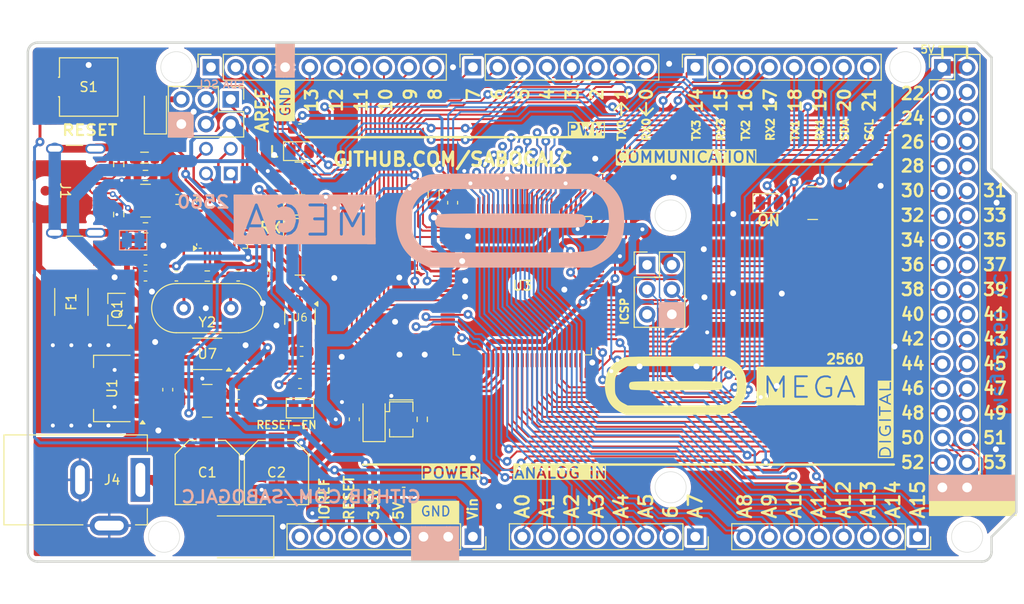
<source format=kicad_pcb>
(kicad_pcb (version 20240108) (generator "pcbnew") (generator_version "8.0")
  (title_block (title "Arduino Mega 2560") (date "2024-05-31") (rev "1") (company "Carlos Sabogal"))
  (layers (0 "F.Cu" signal) (31 "B.Cu" signal) (34 "B.Paste" user) (35 "F.Paste" user) (36 "B.SilkS" user "B.Silkscreen") (37 "F.SilkS" user "F.Silkscreen") (38 "B.Mask" user) (39 "F.Mask" user) (44 "Edge.Cuts" user))
  (net 0 "")
  (net 1 "TXL")
  (net 2 "RXL")
  (net 4 "USBVCC")
  (net 5 "USHIELD")
  (net 6 "CC1")
  (net 7 "D+")
  (net 8 "CC2")
  (net 9 "D-")
  (net 11 "MOSI2")
  (net 12 "MISO2")
  (net 13 "RESET2")
  (net 14 "SCK2")
  (net 15 "Net-(U4-UCAP)")
  (net 16 "8PB5")
  (net 17 "8PB7")
  (net 18 "8PB4")
  (net 19 "Net-(U4-PC0)")
  (net 20 "GND")
  (net 21 "RD+")
  (net 24 "RD-")
  (net 25 "XVCC")
  (net 28 "8PB6")
  (net 31 "M8RXD")
  (net 33 "M8TXD")
  (net 34 "VCC")
  (net 36 "RESET")
  (net 37 "DTR")
  (net 39 "Net-(D1-A)")
  (net 41 "Net-(D2-A)")
  (net 42 "Net-(D4-A)")
  (net 44 "Net-(U4-XTAL1)")
  (net 46 "+5V")
  (net 48 "Net-(D5-A)")
  (net 49 "GATE_CMD")
  (net 50 "L13")
  (net 51 "PB7")
  (net 52 "CMP")
  (net 53 "+3.3V")
  (net 54 "Net-(D6-A)")
  (net 57 "PG0")
  (net 58 "PL7")
  (net 59 "PC7")
  (net 60 "PC6")
  (net 61 "PG2")
  (net 62 "PL1")
  (net 63 "PA3")
  (net 64 "PD7")
  (net 65 "PC5")
  (net 66 "PA4")
  (net 67 "PC0")
  (net 68 "PA1")
  (net 69 "PL6")
  (net 70 "PA5")
  (net 71 "PC2")
  (net 72 "PL5")
  (net 73 "PL3")
  (net 74 "PA2")
  (net 75 "PL0")
  (net 76 "PG1")
  (net 77 "PL2")
  (net 78 "PL4")
  (net 79 "PB0")
  (net 80 "PC4")
  (net 81 "PA7")
  (net 82 "PA0")
  (net 83 "PC1")
  (net 84 "PA6")
  (net 85 "PC3")
  (net 86 "AREF")
  (net 87 "PB5")
  (net 88 "SCL")
  (net 89 "PH5")
  (net 90 "PB6")
  (net 91 "PB4")
  (net 92 "PH6")
  (net 94 "SDA")
  (net 95 "TXD1")
  (net 96 "TXD2")
  (net 97 "RXD3")
  (net 98 "RXD2")
  (net 99 "RXD1")
  (net 100 "TXD3")
  (net 101 "PH4")
  (net 102 "PE0")
  (net 103 "PE4")
  (net 104 "PE3")
  (net 105 "PG5")
  (net 106 "PH3")
  (net 107 "PE5")
  (net 108 "PE1")
  (net 109 "ADC14")
  (net 110 "ADC13")
  (net 111 "ADC8")
  (net 112 "ADC11")
  (net 113 "ADC10")
  (net 114 "ADC12")
  (net 115 "ADC9")
  (net 116 "ADC15")
  (net 117 "ADC7")
  (net 118 "ADC3")
  (net 119 "ADC2")
  (net 120 "ADC5")
  (net 121 "ADC0")
  (net 122 "ADC4")
  (net 123 "ADC1")
  (net 124 "ADC6")
  (net 127 "PB2")
  (net 128 "PB3")
  (net 129 "PB1")
  (net 130 "XTAL1")
  (net 131 "XTAL2")
  (net 133 "AVCC")
  (footprint "Resistor_SMD:R_Array_Convex_4x0612" (layer "F.Cu") (at 109.7917 94.5768 180)
    (property "Reference" "RN2" (hide yes))
    (property "Value" "22R")
  )
  (footprint "Capacitor_SMD:C_0603_1608Metric" (layer "F.Cu") (at 112.9667 102.3238 180)
    (property "Reference" "C16" (hide yes))
    (property "Value" "22p")
  )
  (footprint "Arduino Mega 2560:CAP_EEHZA1E470P" (layer "F.Cu") (at 123.2537 122.5168 -90)
    (property "Reference" "C2")
    (property "Value" "47u")
  )
  (footprint "Capacitor_SMD:C_0603_1608Metric" (layer "F.Cu") (at 119.3167 114.5158 180)
    (property "Reference" "C14" (hide yes))
    (property "Value" "100n")
  )
  (footprint "Arduino Mega 2560:CONN_M20-9980245_HRW" (layer "F.Cu") (at 118.5547 91.7828 90)
    (property "Reference" "J3" (hide yes))
    (property "Value" "M20-9980245")
  )
  (footprint "Resistor_SMD:R_0603_1608Metric" (layer "F.Cu") (at 138.2397 117.0558 90)
    (property "Reference" "R1" (hide yes))
    (property "Value" "1M")
  )
  (footprint "Capacitor_SMD:C_0603_1608Metric" (layer "F.Cu") (at 113.0429 94.4498 180)
    (property "Reference" "C12" (hide yes))
    (property "Value" "1u")
  )
  (footprint "Connector_PinSocket_2.54mm:PinSocket_1x08_P2.54mm_Vertical" (layer "F.Cu") (at 166.3067 129.1208 -90)
    (property "Reference" "J10" (hide yes))
    (property "Value" "PPTC081LFBN-RC")
  )
  (footprint "Connector_PinSocket_2.54mm:PinSocket_1x10_P2.54mm_Vertical" (layer "F.Cu") (at 116.5227 80.8608 90)
    (property "Reference" "J6" (hide yes))
    (property "Value" "PPTC101LFBN-RC")
  )
  (footprint "Resistor_SMD:R_Array_Convex_4x0612" (layer "F.Cu") (at 125.6667 92.2908)
    (property "Reference" "RN3" (hide yes))
    (property "Value" "1k")
  )
  (footprint "Connector_PinSocket_2.54mm:PinSocket_1x08_P2.54mm_Vertical" (layer "F.Cu") (at 143.4467 129.1208 -90)
    (property "Reference" "J11" (hide yes))
    (property "Value" "PPTC081LFBN-RC")
  )
  (footprint "Capacitor_SMD:C_0603_1608Metric" (layer "F.Cu") (at 137.7717 101.2418 180)
    (property "Reference" "C8" (hide yes))
    (property "Value" "100n")
  )
  (footprint "Connector_PinSocket_2.54mm:PinSocket_1x08_P2.54mm_Vertical" (layer "F.Cu") (at 143.4467 80.8608 90)
    (property "Reference" "J7" (hide yes))
    (property "Value" "PPTC081LFBN-RC")
  )
  (footprint "Diode_SMD:D_SMB" (layer "F.Cu") (at 119.3167 129.1336 180)
    (property "Reference" "D4" (hide yes))
    (property "Value" "CGRB307-G")
  )
  (footprint "Capacitor_SMD:C_0603_1608Metric" (layer "F.Cu") (at 131.2547 117.0558 -90)
    (property "Reference" "C3" (hide yes))
    (property "Value" "100n")
  )
  (footprint "Package_SO:MSOP-8_3x3mm_P0.65mm" (layer "F.Cu") (at 116.1417 110.3248 180)
    (property "Reference" "U7")
    (property "Value" "LMV358IDGKR")
  )
  (footprint "Package_TO_SOT_SMD:SOT-223-3_TabPin2" (layer "F.Cu") (at 106.3627 113.8808 180)
    (property "Reference" "U1")
    (property "Value" "NCP1117-5.0_SOT223")
  )
  (footprint "Fiducial:Fiducial_1mm_Mask3mm" (layer "F.Cu") (at 168.5673 93.4686)
    (property "Reference" "FID1" (hide yes))
    (property "Value" "Fiducial")
  )
  (footprint "Fiducial:Fiducial_1mm_Mask3mm" (layer "F.Cu") (at 99.5047 93.5608)
    (property "Reference" "FID3" (hide yes))
    (property "Value" "Fiducial")
  )
  (footprint "Connector_PinSocket_2.54mm:PinSocket_1x08_P2.54mm_Vertical" (layer "F.Cu") (at 189.1667 129.1208 -90)
    (property "Reference" "J9" (hide yes))
    (property "Value" "PPTC081LFBN-RC")
  )
  (footprint "Connector_PinHeader_2.54mm:PinHeader_2x03_P2.54mm_Vertical" (layer "F.Cu") (at 118.5547 84.1628 -90)
    (property "Reference" "J2" (hide yes))
    (property "Value" "M20-9980345")
  )
  (footprint "Capacitor_SMD:C_0603_1608Metric" (layer "F.Cu") (at 112.0777 114.0078 -90)
    (property "Reference" "C4" (hide yes))
    (property "Value" "100n")
  )
  (footprint "Package_DFN_QFN:VQFN-32-1EP_5x5mm_P0.5mm_EP3.1x3.1mm" (layer "F.Cu") (at 117.6657 96.8628 90)
    (property "Reference" "U4" (hide yes))
    (property "Value" "ATMEGA16U2-MU")
  )
  (footprint "Arduino Mega 2560:SW_TS06-667-30-BK-100-G-SMT-TR" (layer "F.Cu") (at 103.9497 82.8918)
    (property "Reference" "S1")
    (property "Value" "TS06-667-30-BK-100-G-SMT-TR")
  )
  (footprint "Package_TO_SOT_SMD:SC-59" (layer "F.Cu") (at 106.8707 105.7528 180)
    (property "Reference" "Q1")
    (property "Value" "PMV48XP")
  )
  (footprint "Capacitor_SMD:C_0603_1608Metric" (layer "F.Cu") (at 125.84 110.0708)
    (property "Reference" "C15" (hide yes))
    (property "Value" "1u")
  )
  (footprint "Connector_PinHeader_2.54mm:PinHeader_2x03_P2.54mm_Vertical" (layer "F.Cu") (at 161.3537 101.1808)
    (property "Reference" "J12" (hide yes))
    (property "Value" "M20-9980345")
  )
  (footprint "Inductor_SMD:L_0805_2012Metric" (layer "F.Cu") (at 109.6901 90.1572 180)
    (property "Reference" "FB1" (hide yes))
    (property "Value" "1kΩ@100MHz")
  )
  (footprint "Resistor_SMD:R_Array_Convex_4x0612" (layer "F.Cu") (at 125.6667 100.5458 180)
    (property "Reference" "RN4" (hide yes))
    (property "Value" "1k")
  )
  (footprint "Connector_BarrelJack:BarrelJack_Kycon_KLDX-0202-xC_Horizontal" (layer "F.Cu") (at 109.2607 123.2758)
    (property "Reference" "J4")
    (property "Value" "PJ-102AH")
  )
  (footprint "Capacitor_SMD:C_0603_1608Metric" (layer "F.Cu") (at 125.6667 87.2108)
    (property "Reference" "C5" (hide yes))
    (property "Value" "100n")
  )
  (footprint "Connector_PinSocket_2.54mm:PinSocket_1x08_P2.54mm_Vertical" (layer "F.Cu") (at 166.3067 80.8608 90)
    (property "Reference" "J8" (hide yes))
    (property "Value" "PPTC081LFBN-RC")
  )
  (footprint "Diode_SMD:D_1206_3216Metric" (layer "F.Cu") (at 133.2867 117.0558 90)
    (property "Reference" "D7" (hide yes))
    (property "Value" "CD1206-S01575")
  )
  (footprint "Diode_SMD:D_1206_3216Metric" (layer "F.Cu") (at 110.8077 85.4328 90)
    (property "Reference" "D3" (hide yes))
    (property "Value" "CD1206-S01575")
  )
  (footprint "Resistor_SMD:R_Array_Convex_4x0612" (layer "F.Cu") (at 178.3717 94.8308)
    (property "Reference" "RN1" (hide yes))
    (property "Value" "10k")
  )
  (footprint "Fiducial:Fiducial_1mm_Mask3mm" (layer "F.Cu") (at 148.5267 103.3144)
    (property "Reference" "FID4" (hide yes))
    (property "Value" "Fiducial")
  )
  (footprint "Capacitor_SMD:C_0603_1608Metric" (layer "F.Cu") (at 125.6667 113.3728)
    (property "Reference" "C9" (hide yes))
    (property "Value" "100n")
  )
  (footprint "Resistor_SMD:R_0603_1608Metric" (layer "F.Cu") (at 107.04 90.85 -90)
    (property "Reference" "R3" (hide yes))
    (property "Value" "5k1")
  )
  (footprint "Resistor_SMD:R_0603_1608Metric" (layer "F.Cu") (at 109.7917 97.3708)
    (property "Reference" "RV1" (hide yes))
    (property "Value" "5pF@1MHz")
  )
  (footprint "Resistor_SMD:R_Array_Convex_4x0612" (layer "F.Cu") (at 116.1417 115.1508 180)
    (property "Reference" "RN5" (hide yes))
    (property "Value" "10k")
  )
  (footprint "Arduino Mega 2560:CAP_EEHZA1E470P" (layer "F.Cu") (at 116.1417 122.5168 -90)
    (property "Reference" "C1")
    (property "Value" "47u")
  )
  (footprint "Fiducial:Fiducial_1mm_Mask3mm" (layer "F.Cu") (at 100.3937 129.2478)
    (property "Reference" "FID2" (hide yes))
    (property "Value" "Fiducial")
  )
  (footprint "Crystal:Resonator_SMD_Murata_CSTxExxV-3Pin_3.0x1.1mm" (layer "F.Cu") (at 136.0807 117.0558 -90)
    (property "Reference" "Y1" (hide yes))
    (property "Value" "CSTNE16M0V530000R0")
  )
  (footprint "Crystal:Crystal_HC49-4H_Vertical" (layer "F.Cu") (at 118.5917 105.6258 180)
    (property "Reference" "Y2")
    (property "Value" "LFXTAL003240BULK")
  )
  (footprint "Capacitor_SMD:C_0603_1608Metric" (layer "F.Cu") (at 109.7917 102.3238 180)
    (property "Reference" "C11" (hide yes))
    (property "Value" "100n")
  )
  (footprint "Capacitor_SMD:C_0603_1608Metric" (layer "F.Cu") (at 109.7917 100.6728 180)
    (property "Reference" "C10" (hide yes))
    (property "Value" "100n")
  )
  (footprint "Arduino Mega 2560:PPTC182LFBN-RC" (layer "F.Cu") (at 191.7017 80.8758)
    (property "Reference" "J5" (hide yes))
    (property "Value" "PPTC182LFBN-RC")
  )
  (footprint "Capacitor_SMD:C_0603_1608Metric" (layer "F.Cu") (at 119.3167 102.3238)
    (property "Reference" "C17" (hide yes))
    (property "Value" "22p")
  )
  (footprint "LED_SMD:LED_0805_2012Metric" (layer "F.Cu") (at 173.9267 94.8308)
    (property "Reference" "D6" (hide yes))
    (property "Value" "GREEN")
  )
  (footprint "Capacitor_SMD:C_0603_1608Metric" (layer "F.Cu") (at 141.3619 94.7906 -90)
    (property "Reference" "C18" (hide yes))
    (property "Value" "100n")
  )
  (footprint "Resistor_SMD:R_0603_1608Metric" (layer "F.Cu") (at 109.7917 91.986)
    (property "Reference" "RV2" (hide yes))
    (property "Value" "5pF@1MHz")
  )
  (footprint "Fuse:Fuse_1812_4532Metric_Pad1.30x3.40mm_HandSolder" (layer "F.Cu") (at 102.1717 104.9908 90)
    (property "Reference" "F1")
    (property "Value" "MF-MSMF050-2")
  )
  (footprint "Package_QFP:TQFP-100_14x14mm_P0.5mm" (layer "F.Cu") (at 148.5267 103.3144)
    (property "Reference" "U3")
    (property "Value" "ATMEGA2560-16AU")
  )
  (footprint "LED_SMD:LED_0805_2012Metric" (layer "F.Cu") (at 125.6667 89.49)
    (property "Reference" "D5" (hide yes))
    (property "Value" "YELLOW")
  )
  (footprint "LED_SMD:LED_0805_2012Metric" (layer "F.Cu") (at 125.6667 97.3708)
    (property "Reference" "D2" (hide yes))
    (property "Value" "YELLOW")
  )
  (footprint "LED_SMD:LED_0805_2012Metric" (layer "F.Cu") (at 125.6667 95.1)
    (property "Reference" "D1" (hide yes))
    (property "Value" "YELLOW")
  )
  (footprint "Capacitor_SMD:C_0603_1608Metric" (layer "F.Cu") (at 156.7563 92.2908)
    (property "Reference" "C7" (hide yes))
    (property "Value" "100n")
  )
  (footprint "Capacitor_SMD:C_0603_1608Metric" (layer "F.Cu") (at 136.3347 124.5488)
    (property "Reference" "C6" (hide yes))
    (property "Value" "100n")
  )
  (footprint "Inductor_SMD:L_0805_2012Metric" (layer "F.Cu") (at 139.4131 93.9312 -90)
    (property "Reference" "FB2" (hide yes))
    (property "Value" "1kΩ@100MHz")
  )
  (footprint "Resistor_SMD:R_0603_1608Metric" (layer "F.Cu") (at 107.04 96 90)
    (property "Reference" "R4" (hide yes))
    (property "Value" "5k1")
  )
  (footprint "Jumper:SolderJumper-2_P1.3mm_Open_Pad1.0x1.5mm" (layer "F.Cu") (at 125.6667 115.9128)
    (property "Reference" "JP2" (hide yes))
    (property "Value" "SolderJumper_2_Open")
  )
  (footprint "Connector_USB:USB_C_Receptacle_GCT_USB4105-xx-A_16P_TopMnt_Horizontal" (layer "F.Cu") (at 101.5367 93.5608 -90)
    (property "Reference" "J1")
    (property "Value" "USB_C_Receptacle_USB2.0_16P")
  )
  (footprint "Resistor_SMD:R_0603_1608Metric" (layer "F.Cu") (at 116.1417 102.3238)
    (property "Reference" "R2" (hide yes))
    (property "Value" "1M")
  )
  (footprint "Capacitor_SMD:C_0603_1608Metric" (layer "F.Cu") (at 122.4917 102.3238)
    (property "Reference" "C13" (hide yes))
    (property "Value" "100n")
  )
  (footprint "Package_TO_SOT_SMD:SOT-23-5" (layer "F.Cu") (at 125.6667 106.4894 -90)
    (property "Reference" "U6")
    (property "Value" "LP2985-3.3")
  )
  (footprint "Jumper:SolderJumper-2_P1.3mm_Open_Pad1.0x1.5mm" (layer "B.Cu") (at 108.5217 98.6408)
    (property "Reference" "JP1" (hide yes))
    (property "Value" "SolderJumper_2_Open")
  )
  (gr_rect (start 162.6 105.05) (end 165.14 107.59) (stroke (width 0.1)) (fill solid) (layer "B.SilkS"))
  (gr_rect (start 132.6 94) (end 133.4 99) (stroke (width 0.1)) (fill solid) (layer "B.SilkS"))
  (gr_rect (start 123.19 78.386336) (end 125.09 81.886336) (stroke (width 0.1)) (fill solid) (layer "B.SilkS"))
  (gr_poly (pts (xy 149.481342 95.887551) (xy 151.201773 95.892785) (xy 151.902459 95.897292) (xy 152.506576 95.903303) (xy 153.021463 95.911002) (xy 153.454457 95.920571) (xy 153.812897 95.932196) (xy 154.10412 95.946059) (xy 154.335464 95.962343) (xy 154.514268 95.981232) (xy 154.586261 95.991711) (xy 154.64787 96.00291) (xy 154.700013 96.014852) (xy 154.743607 96.02756) (xy 154.77957 96.041056) (xy 154.808819 96.055365) (xy 154.83227 96.070508) (xy 154.850841 96.086509) (xy 154.874691 96.110818) (xy 154.89693 96.136716) (xy 154.917565 96.164105) (xy 154.936598 96.192886) (xy 154.954036 96.22296) (xy 154.969882 96.254229) (xy 154.984142 96.286594) (xy 154.996819 96.319957) (xy 155.007919 96.354218) (xy 155.017445 96.38928) (xy 155.031797 96.46141) (xy 155.039912 96.535558) (xy 155.041826 96.610935) (xy 155.037576 96.686752) (xy 155.027198 96.762221) (xy 155.010731 96.836553) (xy 154.988209 96.908958) (xy 154.974689 96.944192) (xy 154.95967 96.978648) (xy 154.943155 97.012228) (xy 154.92515 97.044834) (xy 154.905659 97.076367) (xy 154.884687 97.106728) (xy 154.862238 97.135818) (xy 154.838316 97.16354) (xy 154.745465 97.234352) (xy 154.5581 97.28858) (xy 154.201667 97.328426) (xy 153.60161 97.35609) (xy 151.372407 97.383681) (xy 147.274055 97.388964) (xy 145.083426 97.387545) (xy 143.366102 97.382311) (xy 142.66663 97.377804) (xy 142.063524 97.371793) (xy 141.549466 97.364094) (xy 141.117136 97.354524) (xy 140.759213 97.342899) (xy 140.468378 97.329037) (xy 140.237312 97.312752) (xy 140.058695 97.293863) (xy 139.986767 97.283384) (xy 139.925207 97.272185) (xy 139.873099 97.260244) (xy 139.829528 97.247536) (xy 139.793579 97.234039) (xy 139.764338 97.219731) (xy 139.74089 97.204588) (xy 139.722319 97.188587) (xy 139.699571 97.1641) (xy 139.67829 97.137686) (xy 139.658478 97.109474) (xy 139.640133 97.079593) (xy 139.623255 97.048171) (xy 139.607845 97.015336) (xy 139.593903 96.981217) (xy 139.581428 96.945942) (xy 139.560882 96.872439) (xy 139.546206 96.795854) (xy 139.5374 96.717215) (xy 139.534465 96.637548) (xy 139.5374 96.557881) (xy 139.546206 96.479242) (xy 139.560882 96.402657) (xy 139.581428 96.329154) (xy 139.593903 96.293879) (xy 139.607845 96.25976) (xy 139.623255 96.226926) (xy 139.640133 96.195503) (xy 139.658478 96.165622) (xy 139.67829 96.13741) (xy 139.699571 96.110996) (xy 139.722319 96.086509) (xy 139.829552 96.02756) (xy 140.058891 95.981232) (xy 140.469039 95.946059) (xy 141.118701 95.920571) (xy 143.371385 95.892785) (xy 147.286579 95.886132)) (stroke (width -0.000001)) (fill solid) (layer "B.SilkS"))
  (gr_poly (pts (xy 147.537051 91.790911) (xy 155.61478 91.815958) (xy 156.453861 92.229238) (xy 156.641942 92.327506) (xy 156.825509 92.434214) (xy 157.004161 92.548993) (xy 157.177492 92.671477) (xy 157.345099 92.8013) (xy 157.506579 92.938093) (xy 157.661528 93.081491) (xy 157.809543 93.231126) (xy 157.95022 93.386631) (xy 158.083155 93.547641) (xy 158.207945 93.713786) (xy 158.324186 93.884702) (xy 158.431474 94.06002) (xy 158.529407 94.239374) (xy 158.61758 94.422398) (xy 158.69559 94.608723) (xy 158.768236 94.812244) (xy 158.831196 95.035798) (xy 158.88447 95.276522) (xy 158.928058 95.531556) (xy 158.96196 95.798038) (xy 158.986175 96.073105) (xy 159.000704 96.353896) (xy 159.005548 96.637548) (xy 159.000704 96.921201) (xy 158.986175 97.201991) (xy 158.96196 97.477058) (xy 158.928058 97.74354) (xy 158.88447 97.998574) (xy 158.831196 98.239299) (xy 158.768236 98.462852) (xy 158.69559 98.666373) (xy 158.61758 98.852698) (xy 158.529407 99.035722) (xy 158.431474 99.215076) (xy 158.324186 99.390394) (xy 158.207945 99.561309) (xy 158.083155 99.727455) (xy 157.95022 99.888464) (xy 157.809543 100.04397) (xy 157.661528 100.193605) (xy 157.506579 100.337002) (xy 157.345099 100.473796) (xy 157.177492 100.603618) (xy 157.004161 100.726102) (xy 156.825509 100.840882) (xy 156.641942 100.947589) (xy 156.453861 101.045858) (xy 155.61478 101.459138) (xy 138.958378 101.459138) (xy 138.119297 101.045858) (xy 137.840328 100.897953) (xy 137.576476 100.736143) (xy 137.327888 100.560611) (xy 137.094709 100.37154) (xy 136.877086 100.169114) (xy 136.675168 99.953516) (xy 136.489099 99.72493) (xy 136.319028 99.483538) (xy 136.1651 99.229525) (xy 136.027462 98.963075) (xy 135.906262 98.684369) (xy 135.801646 98.393593) (xy 135.71376 98.090929) (xy 135.642753 97.77656) (xy 135.588769 97.450671) (xy 135.551956 97.113444) (xy 135.539002 96.929745) (xy 135.532853 96.741038) (xy 135.533078 96.637548) (xy 137.205073 96.637548) (xy 137.206834 97.060489) (xy 137.209696 97.237021) (xy 137.214466 97.393465) (xy 137.221584 97.532225) (xy 137.23149 97.655703) (xy 137.244625 97.766303) (xy 137.261429 97.866427) (xy 137.271345 97.913313) (xy 137.282343 97.95848) (xy 137.294478 98.002231) (xy 137.307806 98.044864) (xy 137.322381 98.086682) (xy 137.338259 98.127983) (xy 137.374142 98.21024) (xy 137.415895 98.294037) (xy 137.46396 98.381779) (xy 137.518775 98.475868) (xy 137.580781 98.578708) (xy 137.632634 98.661084) (xy 137.685055 98.739313) (xy 137.73832 98.813654) (xy 137.792704 98.884362) (xy 137.848483 98.951695) (xy 137.90593 99.015909) (xy 137.965323 99.077261) (xy 138.026935 99.136008) (xy 138.091042 99.192407) (xy 138.157919 99.246715) (xy 138.227842 99.299188) (xy 138.301085 99.350083) (xy 138.377923 99.399658) (xy 138.458633 99.448169) (xy 138.543488 99.495873) (xy 138.632764 99.543026) (xy 139.296516 99.893687) (xy 147.274055 99.893687) (xy 150.189928 99.893002) (xy 151.360626 99.890054) (xy 152.360402 99.883511) (xy 152.801016 99.878456) (xy 153.204685 99.871978) (xy 153.573338 99.863905) (xy 153.908903 99.854061) (xy 154.213308 99.842273) (xy 154.488483 99.828366) (xy 154.736356 99.812165) (xy 154.958856 99.793498) (xy 155.15791 99.772188) (xy 155.335448 99.748063) (xy 155.493397 99.720947) (xy 155.633687 99.690667) (xy 155.758247 99.657048) (xy 155.81523 99.638932) (xy 155.869003 99.619916) (xy 155.919809 99.599978) (xy 155.967886 99.579097) (xy 156.013478 99.55725) (xy 156.056824 99.534415) (xy 156.137745 99.485698) (xy 156.212577 99.432771) (xy 156.28325 99.37546) (xy 156.351691 99.313589) (xy 156.41983 99.246986) (xy 156.489595 99.175475) (xy 156.641716 99.017034) (xy 156.754177 98.894911) (xy 156.856916 98.77209) (xy 156.950189 98.647581) (xy 157.034253 98.520394) (xy 157.109364 98.389538) (xy 157.175779 98.254023) (xy 157.233756 98.112857) (xy 157.283551 97.96505) (xy 157.325421 97.809612) (xy 157.359622 97.645551) (xy 157.386412 97.471878) (xy 157.406048 97.287601) (xy 157.418786 97.09173) (xy 157.424882 96.883274) (xy 157.424595 96.661243) (xy 157.418181 96.424646) (xy 157.398857 96.087903) (xy 157.388186 95.942839) (xy 157.376304 95.811185) (xy 157.362808 95.691346) (xy 157.347294 95.581725) (xy 157.329359 95.480725) (xy 157.308598 95.386752) (xy 157.284609 95.29821) (xy 157.256987 95.213501) (xy 157.22533 95.13103) (xy 157.189233 95.049202) (xy 157.148292 94.96642) (xy 157.102105 94.881087) (xy 157.050268 94.791609) (xy 156.992377 94.696388) (xy 156.940524 94.614013) (xy 156.888103 94.535783) (xy 156.834838 94.461442) (xy 156.780454 94.390734) (xy 156.724676 94.323401) (xy 156.667228 94.259187) (xy 156.607836 94.197835) (xy 156.546224 94.139088) (xy 156.482117 94.082689) (xy 156.41524 94.028381) (xy 156.345317 93.975908) (xy 156.272074 93.925012) (xy 156.195236 93.875437) (xy 156.114527 93.826927) (xy 156.029671 93.779223) (xy 155.940395 93.73207) (xy 155.276643 93.381409) (xy 139.296516 93.381409) (xy 138.632764 93.73207) (xy 138.543488 93.779223) (xy 138.458633 93.826927) (xy 138.377923 93.875437) (xy 138.301085 93.925012) (xy 138.227842 93.975908) (xy 138.157919 94.028381) (xy 138.091042 94.082689) (xy 138.026935 94.139088) (xy 137.965323 94.197835) (xy 137.90593 94.259187) (xy 137.848483 94.323401) (xy 137.792704 94.390734) (xy 137.73832 94.461442) (xy 137.685055 94.535783) (xy 137.632634 94.614013) (xy 137.580781 94.696388) (xy 137.46396 94.893317) (xy 137.415895 94.981059) (xy 137.374142 95.064856) (xy 137.338259 95.147113) (xy 137.307806 95.230232) (xy 137.282343 95.316616) (xy 137.261429 95.408669) (xy 137.244625 95.508793) (xy 137.23149 95.619393) (xy 137.221584 95.742871) (xy 137.214466 95.881631) (xy 137.206834 96.214607) (xy 137.205073 96.637548) (xy 135.533078 96.637548) (xy 135.533272 96.548479) (xy 135.54002 96.353222) (xy 135.552858 96.156425) (xy 135.571549 95.959242) (xy 135.595853 95.76283) (xy 135.625533 95.568344) (xy 135.660349 95.37694) (xy 135.700063 95.189774) (xy 135.744437 95.008001) (xy 135.793232 94.832778) (xy 135.846209 94.665259) (xy 135.903131 94.506602) (xy 135.963759 94.35796) (xy 136.027854 94.220491) (xy 136.137796 94.022764) (xy 136.26047 93.829202) (xy 136.395105 93.640445) (xy 136.54093 93.457138) (xy 136.697176 93.279921) (xy 136.863071 93.109436) (xy 137.037845 92.946327) (xy 137.220728 92.791234) (xy 137.410948 92.6448) (xy 137.607736 92.507667) (xy 137.810322 92.380477) (xy 138.017934 92.263873) (xy 138.229802 92.158495) (xy 138.445155 92.064987) (xy 138.663224 91.98399) (xy 138.883237 91.916147) (xy 139.129233 91.877377) (xy 139.557359 91.845506) (xy 141.073303 91.801869) (xy 143.657667 91.784062)) (stroke (width -0.000001)) (fill solid) (layer "B.SilkS"))
  (gr_rect (start 118.9 98.4) (end 133.4 99) (stroke (width 0.1)) (fill solid) (layer "B.SilkS"))
  (gr_rect (start 112.16 85.5) (end 114.7 88.04) (stroke (width 0.1)) (fill solid) (layer "B.SilkS"))
  (gr_rect (start 137.152219 128.089487) (end 141.978219 131.589487) (stroke (width 0.1)) (fill solid) (layer "B.SilkS"))
  (gr_rect (start 118.9 94) (end 119.65 99) (stroke (width 0.1)) (fill solid) (layer "B.SilkS"))
  (gr_rect (start 190.35 122.8) (end 199.25 125.4) (stroke (width 0.1)) (fill solid) (layer "B.SilkS"))
  (gr_rect (start 118.9 94) (end 133.4 94.6) (stroke (width 0.1)) (fill solid) (layer "B.SilkS"))
  (gr_rect (start 198.92773 123.657799) (end 199.27773 125.107799) (stroke (width 0.1)) (fill solid) (layer "F.SilkS"))
  (gr_line (start 186.57 120.92) (end 186.57 82.67) (stroke (width 0.25)) (layer "F.SilkS"))
  (gr_rect (start 137.16 125.826) (end 138.06 127.131) (stroke (width 0.1)) (fill solid) (layer "F.SilkS"))
  (gr_rect (start 124.826 82.854664) (end 125.095 85.852) (stroke (width 0.1)) (fill solid) (layer "F.SilkS"))
  (gr_line (start 132.15 121.7) (end 144.1 121.7) (stroke (width 0.25)) (layer "F.SilkS"))
  (gr_rect (start 123.19 78.386336) (end 125.09 79.486336) (stroke (width 0.1)) (fill solid) (layer "F.SilkS"))
  (gr_rect (start 137.16 127.162) (end 141.986 127.762) (stroke (width 0.1)) (fill solid) (layer "F.SilkS"))
  (gr_rect (start 123.19 82.254664) (end 125.095 82.854664) (stroke (width 0.1)) (fill solid) (layer "F.SilkS"))
  (gr_line (start 158.7 84.527107) (end 157.992893 85.234214) (stroke (width 0.2)) (layer "F.SilkS"))
  (gr_rect (start 195.62773 122.807799) (end 199.27773 123.657799) (stroke (width 0.1)) (fill solid) (layer "F.SilkS"))
  (gr_line (start 147.7142 121.7) (end 186.7142 121.7) (stroke (width 0.25)) (layer "F.SilkS"))
  (gr_line (start 191.7017 79.883) (end 191.7017 78.7758) (stroke (width 0.25)) (layer "F.SilkS"))
  (gr_line (start 161.25 85.797107) (end 161.25 84.527107) (stroke (width 0.2)) (layer "F.SilkS"))
  (gr_poly (pts (xy 164.453193 110.599362) (xy 169.459109 110.614884) (xy 169.979103 110.871001) (xy 170.09566 110.9319) (xy 170.20942 110.998028) (xy 170.320134 111.069159) (xy 170.42755 111.145065) (xy 170.531419 111.225518) (xy 170.631492 111.310292) (xy 170.727517 111.399158) (xy 170.819244 111.491889) (xy 170.906424 111.588259) (xy 170.988806 111.688039) (xy 171.066141 111.791003) (xy 171.138177 111.896922) (xy 171.204666 112.00557) (xy 171.265357 112.116719) (xy 171.319999 112.230142) (xy 171.368343 112.345611) (xy 171.413363 112.471737) (xy 171.452381 112.610277) (xy 171.485396 112.759459) (xy 171.512408 112.917508) (xy 171.533418 113.082652) (xy 171.548424 113.253116) (xy 171.557428 113.427127) (xy 171.56043 113.602911) (xy 171.557428 113.778696) (xy 171.548424 113.952707) (xy 171.533418 114.123171) (xy 171.512408 114.288315) (xy 171.485396 114.446364) (xy 171.452381 114.595546) (xy 171.413363 114.734086) (xy 171.368343 114.860211) (xy 171.319999 114.975681) (xy 171.265357 115.089103) (xy 171.204666 115.200253) (xy 171.138177 115.3089) (xy 171.066141 115.41482) (xy 170.988806 115.517783) (xy 170.906424 115.617564) (xy 170.819244 115.713933) (xy 170.727517 115.806665) (xy 170.631492 115.895531) (xy 170.531419 115.980304) (xy 170.42755 116.060758) (xy 170.320134 116.136663) (xy 170.20942 116.207794) (xy 170.09566 116.273923) (xy 169.979103 116.334822) (xy 169.459109 116.590939) (xy 159.136832 116.590939) (xy 158.616838 116.334822) (xy 158.443956 116.243163) (xy 158.280442 116.142886) (xy 158.126387 116.034105) (xy 157.981882 115.916935) (xy 157.847017 115.791488) (xy 157.721885 115.657877) (xy 157.606574 115.516218) (xy 157.501178 115.366624) (xy 157.405786 115.209207) (xy 157.32049 115.044083) (xy 157.24538 114.871364) (xy 157.180547 114.691165) (xy 157.126083 114.503598) (xy 157.082078 114.308778) (xy 157.048623 114.106819) (xy 157.02581 113.897833) (xy 157.017782 113.783992) (xy 157.013971 113.667046) (xy 157.014111 113.602911) (xy 158.050277 113.602911) (xy 158.051368 113.865016) (xy 158.053141 113.974416) (xy 158.056097 114.071367) (xy 158.060508 114.157359) (xy 158.066648 114.233881) (xy 158.074788 114.302421) (xy 158.085202 114.36447) (xy 158.091346 114.393526) (xy 158.098162 114.421517) (xy 158.105682 114.44863) (xy 158.113942 114.475051) (xy 158.122974 114.500966) (xy 158.132814 114.526561) (xy 158.155052 114.577537) (xy 158.180927 114.629468) (xy 158.210713 114.683843) (xy 158.244683 114.742152) (xy 158.28311 114.805884) (xy 158.315244 114.856933) (xy 158.34773 114.905414) (xy 158.38074 114.951484) (xy 158.414442 114.995303) (xy 158.449009 115.037031) (xy 158.484611 115.076825) (xy 158.521417 115.114846) (xy 158.559599 115.151253) (xy 158.599328 115.186204) (xy 158.640773 115.21986) (xy 158.684105 115.252378) (xy 158.729495 115.283919) (xy 158.777113 115.314642) (xy 158.82713 115.344705) (xy 158.879717 115.374267) (xy 158.935043 115.403489) (xy 159.346382 115.6208) (xy 164.290209 115.6208) (xy 166.097229 115.620376) (xy 166.822732 115.618549) (xy 167.442312 115.614494) (xy 167.715368 115.611361) (xy 167.965529 115.607347) (xy 168.19399 115.602344) (xy 168.401946 115.596244) (xy 168.590591 115.588938) (xy 168.761122 115.58032) (xy 168.914734 115.57028) (xy 169.052621 115.558711) (xy 169.175978 115.545505) (xy 169.286002 115.530554) (xy 169.383886 115.51375) (xy 169.470826 115.494985) (xy 169.548018 115.474151) (xy 169.583331 115.462924) (xy 169.616656 115.451139) (xy 169.648141 115.438784) (xy 169.677936 115.425843) (xy 169.706189 115.412304) (xy 169.733052 115.398153) (xy 169.7832 115.367962) (xy 169.829575 115.335162) (xy 169.873372 115.299645) (xy 169.915786 115.261303) (xy 169.958013 115.220028) (xy 170.001248 115.175711) (xy 170.09552 115.077523) (xy 170.165214 115.00184) (xy 170.228884 114.925726) (xy 170.286687 114.848566) (xy 170.338782 114.769746) (xy 170.38533 114.688652) (xy 170.426489 114.604671) (xy 170.462418 114.517187) (xy 170.493277 114.425589) (xy 170.519224 114.329261) (xy 170.54042 114.22759) (xy 170.557022 114.119961) (xy 170.569191 114.005761) (xy 170.577084 113.884376) (xy 170.580863 113.755193) (xy 170.580685 113.617596) (xy 170.576709 113.470972) (xy 170.564734 113.262286) (xy 170.558121 113.172388) (xy 170.550758 113.090799) (xy 170.542394 113.016533) (xy 170.53278 112.948598) (xy 170.521665 112.886007) (xy 170.508799 112.827771) (xy 170.493933 112.772899) (xy 170.476815 112.720403) (xy 170.457196 112.669295) (xy 170.434826 112.618584) (xy 170.409455 112.567282) (xy 170.380832 112.5144) (xy 170.348707 112.458949) (xy 170.312831 112.399939) (xy 170.280697 112.348889) (xy 170.248211 112.300409) (xy 170.215202 112.254339) (xy 170.181499 112.21052) (xy 170.146932 112.168792) (xy 170.111331 112.128998) (xy 170.074524 112.090977) (xy 170.036342 112.05457) (xy 169.996614 112.019618) (xy 169.955169 111.985963) (xy 169.911836 111.953444) (xy 169.866446 111.921903) (xy 169.818828 111.891181) (xy 169.768811 111.861118) (xy 169.716225 111.831555) (xy 169.660898 111.802334) (xy 169.249559 111.585023) (xy 159.346382 111.585023) (xy 158.935043 111.802334) (xy 158.879717 111.831555) (xy 158.82713 111.861118) (xy 158.777113 111.891181) (xy 158.729495 111.921903) (xy 158.684105 111.953444) (xy 158.640773 111.985963) (xy 158.599328 112.019618) (xy 158.559599 112.05457) (xy 158.521417 112.090977) (xy 158.484611 112.128998) (xy 158.449009 112.168792) (xy 158.414442 112.21052) (xy 158.38074 112.254339) (xy 158.34773 112.300409) (xy 158.315244 112.348889) (xy 158.28311 112.399939) (xy 158.210713 112.52198) (xy 158.180927 112.576355) (xy 158.155052 112.628286) (xy 158.132814 112.679262) (xy 158.113942 112.730772) (xy 158.098162 112.784306) (xy 158.085202 112.841352) (xy 158.074788 112.903402) (xy 158.066648 112.971942) (xy 158.060508 113.048464) (xy 158.056097 113.134456) (xy 158.051368 113.340807) (xy 158.050277 113.602911) (xy 157.014111 113.602911) (xy 157.014231 113.547713) (xy 157.018413 113.42671) (xy 157.026369 113.304751) (xy 157.037952 113.182553) (xy 157.053014 113.060833) (xy 157.071406 112.940306) (xy 157.092983 112.82169) (xy 157.117594 112.705699) (xy 157.145093 112.593052) (xy 157.175333 112.484462) (xy 157.208164 112.380648) (xy 157.243439 112.282325) (xy 157.281011 112.190209) (xy 157.320732 112.105017) (xy 157.388866 111.982482) (xy 157.464889 111.862528) (xy 157.548324 111.745552) (xy 157.638695 111.631953) (xy 157.735523 111.522128) (xy 157.838332 111.416476) (xy 157.946642 111.315394) (xy 158.059978 111.21928) (xy 158.177861 111.128532) (xy 158.299814 111.043549) (xy 158.42536 110.964727) (xy 158.554021 110.892465) (xy 158.68532 110.82716) (xy 158.818778 110.769212) (xy 158.953919 110.719017) (xy 159.090265 110.676973) (xy 159.242714 110.652947) (xy 159.508031 110.633195) (xy 160.447489 110.606152) (xy 162.049067 110.595117)) (stroke (width -0.000001)) (fill solid) (layer "F.SilkS"))
  (gr_line (start 191.389 78.74) (end 194.183 78.74) (stroke (width 0.25)) (layer "F.SilkS"))
  (gr_rect (start 172.65 111.7) (end 173.4566 115.55) (stroke (width 0.1)) (fill solid) (layer "F.SilkS"))
  (gr_rect (start 123.19 85.852) (end 125.095 86.36) (stroke (width 0.1)) (fill solid) (layer "F.SilkS"))
  (gr_rect (start 172.65 114.9466) (end 183.65 115.55) (stroke (width 0.1)) (fill solid) (layer "F.SilkS"))
  (gr_rect (start 137.16 125.476) (end 141.986 125.826) (stroke (width 0.1)) (fill solid) (layer "F.SilkS"))
  (gr_rect (start 141.186 125.826) (end 141.986 127.131) (stroke (width 0.1)) (fill solid) (layer "F.SilkS"))
  (gr_line (start 126.25 88.05) (end 156.9 88.05) (stroke (width 0.25)) (layer "F.SilkS"))
  (gr_rect (start 137.152219 130.489487) (end 141.978219 131.589487) (stroke (width 0.1)) (fill solid) (layer "F.SilkS"))
  (gr_line (start 158.7 84.527107) (end 159.407107 85.234214) (stroke (width 0.2)) (layer "F.SilkS"))
  (gr_line (start 158.26 90.85) (end 184.46 90.85) (stroke (width 0.25)) (layer "F.SilkS"))
  (gr_line (start 194.2417 78.810711) (end 194.183 78.74) (stroke (width 0.25)) (layer "F.SilkS"))
  (gr_poly (pts (xy 165.658105 113.138124) (xy 166.724288 113.141368) (xy 167.158516 113.144161) (xy 167.532898 113.147886) (xy 167.851983 113.152657) (xy 168.120318 113.158588) (xy 168.342449 113.165792) (xy 168.522925 113.174383) (xy 168.666294 113.184475) (xy 168.777102 113.196181) (xy 168.821717 113.202675) (xy 168.859897 113.209615) (xy 168.892211 113.217015) (xy 168.919228 113.224891) (xy 168.941514 113.233255) (xy 168.95964 113.242122) (xy 168.974173 113.251506) (xy 168.985682 113.261422) (xy 169.000462 113.276487) (xy 169.014244 113.292537) (xy 169.027032 113.30951) (xy 169.038827 113.327346) (xy 169.049634 113.345984) (xy 169.059454 113.365362) (xy 169.068291 113.385419) (xy 169.076147 113.406094) (xy 169.083026 113.427327) (xy 169.08893 113.449055) (xy 169.097824 113.493755) (xy 169.102853 113.539706) (xy 169.104039 113.586419) (xy 169.101405 113.633404) (xy 169.094974 113.680174) (xy 169.084769 113.726238) (xy 169.070811 113.771109) (xy 169.062433 113.792944) (xy 169.053125 113.814297) (xy 169.042891 113.835108) (xy 169.031733 113.855314) (xy 169.019654 113.874856) (xy 169.006657 113.893671) (xy 168.992745 113.911699) (xy 168.97792 113.928878) (xy 168.920379 113.972762) (xy 168.804265 114.006368) (xy 168.583377 114.031061) (xy 168.211511 114.048205) (xy 166.830033 114.065304) (xy 164.290209 114.068578) (xy 162.932636 114.067699) (xy 161.868379 114.064455) (xy 161.434903 114.061662) (xy 161.061148 114.057936) (xy 160.742577 114.053165) (xy 160.474653 114.047235) (xy 160.252842 114.040031) (xy 160.072607 114.03144) (xy 159.929411 114.021348) (xy 159.818718 114.009642) (xy 159.774143 114.003148) (xy 159.735993 113.996208) (xy 159.703701 113.988807) (xy 159.676699 113.980932) (xy 159.654421 113.972568) (xy 159.6363 113.963701) (xy 159.621769 113.954316) (xy 159.61026 113.944401) (xy 159.596163 113.929225) (xy 159.582975 113.912856) (xy 159.570696 113.895373) (xy 159.559328 113.876855) (xy 159.548868 113.857382) (xy 159.539319 113.837033) (xy 159.530678 113.815889) (xy 159.522947 113.794029) (xy 159.510214 113.748478) (xy 159.501119 113.701017) (xy 159.495662 113.652282) (xy 159.493843 113.602911) (xy 159.495662 113.55354) (xy 159.501119 113.504806) (xy 159.510214 113.457345) (xy 159.522947 113.411794) (xy 159.530678 113.389934) (xy 159.539319 113.368789) (xy 159.548868 113.348441) (xy 159.559328 113.328968) (xy 159.570696 113.31045) (xy 159.582975 113.292967) (xy 159.596163 113.276598) (xy 159.61026 113.261422) (xy 159.676714 113.224891) (xy 159.81884 113.196181) (xy 160.073016 113.174383) (xy 160.475624 113.158588) (xy 161.871653 113.141368) (xy 164.29797 113.137245)) (stroke (width -0.000001)) (fill solid) (layer "F.SilkS"))
  (gr_line (start 194.2417 79.883) (end 194.2417 78.810711) (stroke (width 0.25)) (layer "F.SilkS"))
  (gr_line (start 161.957107 85.09) (end 161.25 85.797107) (stroke (width 0.2)) (layer "F.SilkS"))
  (gr_rect (start 182.8434 111.7) (end 183.65 115.55) (stroke (width 0.1)) (fill solid) (layer "F.SilkS"))
  (gr_line (start 160.542893 85.09) (end 161.25 85.797107) (stroke (width 0.2)) (layer "F.SilkS"))
  (gr_line (start 158.7 85.797107) (end 158.7 84.527107) (stroke (width 0.2)) (layer "F.SilkS"))
  (gr_rect (start 190.3717 125.095) (end 199.2717 126.945) (stroke (width 0.1)) (fill solid) (layer "F.SilkS"))
  (gr_rect (start 172.65 111.7) (end 183.65 112.405) (stroke (width 0.1)) (fill solid) (layer "F.SilkS"))
  (gr_rect (start 195.62773 123.657799) (end 195.87773 125.107799) (stroke (width 0.1)) (fill solid) (layer "F.SilkS"))
  (gr_rect (start 123.19 82.854664) (end 123.436 85.852) (stroke (width 0.1)) (fill solid) (layer "F.SilkS"))
  (gr_circle (center 163.7667 124.0408) (end 165.3667 124.0408) (stroke (width 0.05)) (fill none) (layer "Edge.Cuts"))
  (gr_line (start 196.7611 129.1336) (end 196.7611 130.6736) (stroke (width 0.254)) (layer "Edge.Cuts"))
  (gr_line (start 195.2371 78.3336) (end 196.7611 79.8576) (stroke (width 0.254)) (layer "Edge.Cuts"))
  (gr_arc (start 98.7011 131.6736) (mid 97.993993 131.380707) (end 97.7011 130.6736) (stroke (width 0.254)) (layer "Edge.Cuts"))
  (gr_circle (center 187.8967 80.8608) (end 189.4967 80.8608) (stroke (width 0.05)) (fill none) (layer "Edge.Cuts"))
  (gr_line (start 199.3011 126.5936) (end 196.7611 129.1336) (stroke (width 0.254)) (layer "Edge.Cuts"))
  (gr_line (start 97.7011 130.6736) (end 97.7011 79.3336) (stroke (width 0.254)) (layer "Edge.Cuts"))
  (gr_line (start 196.7611 79.8576) (end 196.7611 91.2876) (stroke (width 0.254)) (layer "Edge.Cuts"))
  (gr_circle (center 194.2467 129.1208) (end 195.8467 129.1208) (stroke (width 0.05)) (fill none) (layer "Edge.Cuts"))
  (gr_arc (start 97.7011 79.3336) (mid 97.993993 78.626493) (end 98.7011 78.3336) (stroke (width 0.254)) (layer "Edge.Cuts"))
  (gr_line (start 98.7011 78.3336) (end 195.2371 78.3336) (stroke (width 0.254)) (layer "Edge.Cuts"))
  (gr_line (start 196.7611 91.2876) (end 199.3011 93.8276) (stroke (width 0.254)) (layer "Edge.Cuts"))
  (gr_line (start 199.3011 93.8276) (end 199.3011 126.5936) (stroke (width 0.254)) (layer "Edge.Cuts"))
  (gr_arc (start 196.7611 130.6736) (mid 196.468205 131.380705) (end 195.7611 131.6736) (stroke (width 0.254)) (layer "Edge.Cuts"))
  (gr_circle (center 112.9667 80.8608) (end 114.5667 80.8608) (stroke (width 0.05)) (fill none) (layer "Edge.Cuts"))
  (gr_line (start 195.7611 131.6736) (end 98.7011 131.6736) (stroke (width 0.254)) (layer "Edge.Cuts"))
  (gr_circle (center 163.7667 96.1008) (end 165.3667 96.1008) (stroke (width 0.05)) (fill none) (layer "Edge.Cuts"))
  (gr_circle (center 111.6967 129.1208) (end 113.2967 129.1208) (stroke (width 0.05)) (fill none) (layer "Edge.Cuts"))
  (gr_text "Mega2560 VC" (at 196.9 116.5 270) (layer "B.Cu") (effects (font (size 1.25 1.4) (thickness 0.25) (bold yes)) (justify left bottom mirror)))
  (gr_text "SCL" (at 117.4 83.1 0) (layer "B.SilkS") (effects (font (size 0.8 0.8) (thickness 0.15) (bold yes)) (justify left bottom mirror)))
  (gr_text "2560" (at 118.55 95.45 0) (layer "B.SilkS") (effects (font (size 1.25 1.4) (thickness 0.25) (bold yes)) (justify left bottom mirror)))
  (gr_text "GITHUB.COM/SABOGALC" (at 138.25 125.75 0) (layer "B.SilkS") (effects (font (size 1.25 1.4) (thickness 0.25) (bold yes)) (justify left bottom mirror)))
  (gr_text "MEGA" (at 133.2 98.4 0) (layer "B.SilkS" knockout) (effects (font (size 3 3.4) (thickness 0.3)) (justify left bottom mirror)))
  (gr_text "SDA" (at 120.1 83.1 0) (layer "B.SilkS") (effects (font (size 0.8 0.8) (thickness 0.15) (bold yes)) (justify left bottom mirror)))
  (gr_text "MEGA" (at 173 115 0) (layer "F.SilkS" knockout) (effects (font (size 2.1 2.5) (thickness 0.2)) (justify left bottom)))
  (gr_text "51" (at 195.75 119.68 0) (layer "F.SilkS") (effects (font (size 1.25 1.25) (thickness 0.25) (bold yes)) (justify left bottom)))
  (gr_text "3.3V" (at 133.84 127.5 90) (layer "F.SilkS") (effects (font (size 1 1) (thickness 0.2)) (justify left bottom)))
  (gr_text "53" (at 195.75 122.22 0) (layer "F.SilkS") (effects (font (size 1.25 1.25) (thickness 0.25) (bold yes)) (justify left bottom)))
  (gr_text "40" (at 187.3 106.98 0) (layer "F.SilkS") (effects (font (size 1.25 1.25) (thickness 0.25) (bold yes)) (justify left bottom)))
  (gr_text "GND" (at 124.75 86 90) (layer "F.SilkS" knockout) (effects (font (size 1 1)) (justify left bottom)))
  (gr_text "2" (at 156.92 84.4 90) (layer "F.SilkS") (effects (font (size 1.25 1.25) (thickness 0.25) (bold yes)) (justify left bottom)))
  (gr_text "11" (at 132.68 85.6 90) (layer "F.SilkS") (effects (font (size 1.25 1.25) (thickness 0.25) (bold yes)) (justify left bottom)))
  (gr_text "9" (at 137.76 84.4 90) (layer "F.SilkS") (effects (font (size 1.25 1.25) (thickness 0.25) (bold yes)) (justify left bottom)))
  (gr_text "33" (at 195.75 96.82 0) (layer "F.SilkS") (effects (font (size 1.25 1.25) (thickness 0.25) (bold yes)) (justify left bottom)))
  (gr_text "COMMUNICATION" (at 158 90.75 0) (layer "F.SilkS" knockout) (effects (font (size 1.1 1.2) (thickness 0.2) (bold yes)) (justify left bottom)))
  (gr_text "1" (at 159.46 84.4 90) (layer "F.SilkS") (effects (font (size 1.25 1.25) (thickness 0.25) (bold yes)) (justify left bottom)))
  (gr_text "A10" (at 177.29 127.4 90) (layer "F.SilkS") (effects (font (size 1.4 1.4) (thickness 0.25) (bold yes)) (justify left bottom)))
  (gr_text "A11" (at 179.83 127.4 90) (layer "F.SilkS") (effects (font (size 1.4 1.4) (thickness 0.25) (bold yes)) (justify left bottom)))
  (gr_text "30" (at 187.3 94.28 0) (layer "F.SilkS") (effects (font (size 1.25 1.25) (thickness 0.25) (bold yes)) (justify left bottom)))
  (gr_text "45" (at 195.75 112.06 0) (layer "F.SilkS") (effects (font (size 1.25 1.25) (thickness 0.25) (bold yes)) (justify left bottom)))
  (gr_text "RESET-EN" (at 121.1 118.1 0) (layer "F.SilkS") (effects (font (size 0.8 0.8) (thickness 0.15) (bold yes)) (justify left bottom)))
  (gr_text "19" (at 179.83 85.6 90) (layer "F.SilkS") (effects (font (size 1.25 1.25) (thickness 0.25) (bold yes)) (justify left bottom)))
  (gr_text "A1" (at 151.89 127.4 90) (layer "F.SilkS") (effects (font (size 1.4 1.4) (thickness 0.25) (bold yes)) (justify left bottom)))
  (gr_text "ICSP" (at 159.5 107.45 90) (layer "F.SilkS") (effects (font (size 0.8 0.8) (thickness 0.2) (bold yes)) (justify left bottom)))
  (gr_text "A2" (at 154.43 127.4 90) (layer "F.SilkS") (effects (font (size 1.4 1.4) (thickness 0.25) (bold yes)) (justify left bottom)))
  (gr_text "PWM" (at 153.0096 87.9348 0) (layer "F.SilkS" knockout) (effects (font (size 1.1 1.2) (thickness 0.2) (bold yes)) (justify left bottom)))
  (gr_text "41" (at 195.75 106.98 0) (layer "F.SilkS") (effects (font (size 1.25 1.25) (thickness 0.25) (bold yes)) (justify left bottom)))
  (gr_text "A14" (at 187.45 127.4 90) (layer "F.SilkS") (effects (font (size 1.4 1.4) (thickness 0.25) (bold yes)) (justify left bottom)))
  (gr_text "20" (at 182.37 85.6 90) (layer "F.SilkS") (effects (font (size 1.25 1.25) (thickness 0.25) (bold yes)) (justify left bottom)))
  (gr_text "42" (at 187.3 109.52 0) (layer "F.SilkS") (effects (font (size 1.25 1.25) (thickness 0.25) (bold yes)) (justify left bottom)))
  (gr_text "TX0" (at 159.21 88.55 90) (layer "F.SilkS") (effects (font (size 0.8 0.8) (thickness 0.2)) (justify left bottom)))
  (gr_text "32" (at 187.3 96.82 0) (layer "F.SilkS") (effects (font (size 1.25 1.25) (thickness 0.25) (bold yes)) (justify left bottom)))
  (gr_text "5" (at 149.3 84.4 90) (layer "F.SilkS") (effects (font (size 1.25 1.25) (thickness 0.25) (bold yes)) (justify left bottom)))
  (gr_text "ON" (at 172.55 97.25 0) (layer "F.SilkS") (effects (font (size 1.1 1.1) (thickness 0.22) (bold yes)) (justify left bottom)))
  (gr_text "A8" (at 172.21 127.4 90) (layer "F.SilkS") (effects (font (size 1.4 1.4) (thickness 0.25) (bold yes)) (justify left bottom)))
  (gr_text "SDA" (at 182.12 88.55 90) (layer "F.SilkS") (effects (font (size 0.8 0.8) (thickness 0.2)) (justify left bottom)))
  (gr_text "17" (at 174.75 85.6 90) (layer "F.SilkS") (effects (font (size 1.25 1.25) (thickness 0.25) (bold yes)) (justify left bottom)))
  (gr_text "A4" (at 159.51 127.4 90) (layer "F.SilkS") (effects (font (size 1.4 1.4) (thickness 0.25) (bold yes)) (justify left bottom)))
  (gr_text "GND" (at 195.8 125 0) (layer "F.SilkS" knockout) (effects (font (size 1 1)) (justify left bottom)))
  (gr_text "RX3" (at 169.42 88.55 90) (layer "F.SilkS") (effects (font (size 0.8 0.8) (thickness 0.2)) (justify left bottom)))
  (gr_text "38" (at 187.3 104.44 0) (layer "F.SilkS") (effects (font (size 1.25 1.25) (thickness 0.25) (bold yes)) (justify left bottom)))
  (gr_text "12" (at 130.14 85.6 90) (layer "F.SilkS") (effects (font (size 1.25 1.25) (thickness 0.25) (bold yes)) (justify left bottom)))
  (gr_text "18" (at 177.29 85.6 90) (layer "F.SilkS") (effects (font (size 1.25 1.25) (thickness 0.25) (bold yes)) (justify left bottom)))
  (gr_text "RX1" (at 179.58 88.55 90) (layer "F.SilkS") (effects (font (size 0.8 0.8) (thickness 0.2)) (justify left bottom)))
  (gr_text "21" (at 184.91 85.6 90) (layer "F.SilkS") (effects (font (size 1.25 1.25) (thickness 0.25) (bold yes)) (justify left bottom)))
  (gr_text "RESET" (at 101.0886 87.9712 0) (layer "F.SilkS") (effects (font (size 1.1 1.25) (thickness 0.22) (bold yes)) (justify left bottom)))
  (gr_text "6" (at 164.59 127.4 90) (layer "F.SilkS") (effects (font (size 1.4 1.4) (thickness 0.25) (bold yes)) (justify left bottom)))
  (gr_text "Vin" (at 144 127.5 90) (layer "F.SilkS") (effects (font (size 1 1) (thickness 0.2)) (justify left bottom)))
  (gr_text "2560" (at 179.65 111.45 0) (layer "F.SilkS") (effects (font (size 1 1) (thickness 0.22) (bold yes)) (justify left bottom)))
  (gr_text "14" (at 167.13 85.6 90) (layer "F.SilkS") (effects (font (size 1.25 1.25) (thickness 0.25) (bold yes)) (justify left bottom)))
  (gr_text "50" (at 187.3 119.68 0) (layer "F.SilkS") (effects (font (size 1.25 1.25) (thickness 0.25) (bold yes)) (justify left bottom)))
  (gr_text "RESET" (at 131.3 127.5 90) (layer "F.SilkS") (effects (font (size 1 1) (thickness 0.2)) (justify left bottom)))
  (gr_text "48" (at 187.3 117.14 0) (layer "F.SilkS") (effects (font (size 1.25 1.25) (thickness 0.25) (bold yes)) (justify left bottom)))
  (gr_text "A3" (at 156.97 127.4 90) (layer "F.SilkS") (effects (font (size 1.4 1.4) (thickness 0.25) (bold yes)) (justify left bottom)))
  (gr_text "28" (at 187.3 91.74 0) (layer "F.SilkS") (effects (font (size 1.25 1.25) (thickness 0.25) (bold yes)) (justify left bottom)))
  (gr_text "43" (at 195.75 109.52 0) (layer "F.SilkS") (effects (font (size 1.25 1.25) (thickness 0.25) (bold yes)) (justify left bottom)))
  (gr_text "TX1" (at 177.04 88.55 90) (layer "F.SilkS") (effects (font (size 0.8 0.8) (thickness 0.2)) (justify left bottom)))
  (gr_text "52" (at 187.3 122.22 0) (layer "F.SilkS") (effects (font (size 1.25 1.25) (thickness 0.25) (bold yes)) (justify left bottom)))
  (gr_text "0" (at 162 84.4 90) (layer "F.SilkS") (effects (font (size 1.25 1.25) (thickness 0.25) (bold yes)) (justify left bottom)))
  (gr_text "SCL" (at 184.66 88.55 90) (layer "F.SilkS") (effects (font (size 0.8 0.8) (thickness 0.2)) (justify left bottom)))
  (gr_text "47" (at 195.75 114.6 0) (layer "F.SilkS") (effects (font (size 1.25 1.25) (thickness 0.25) (bold yes)) (justify left bottom)))
  (gr_text "A9" (at 174.75 127.4 90) (layer "F.SilkS") (effects (font (size 1.4 1.4) (thickness 0.25) (bold yes)) (justify left bottom)))
  (gr_text "15" (at 169.67 85.6 90) (layer "F.SilkS") (effects (font (size 1.25 1.25) (thickness 0.25) (bold yes)) (justify left bottom)))
  (gr_text "POWER" (at 137.975 123.2 0) (layer "F.SilkS" knockout) (effects (font (size 1.1 1.2) (thickness 0.2) (bold yes)) (justify left bottom)))
  (gr_text "A0" (at 149.35 127.4 90) (layer "F.SilkS") (effects (font (size 1.4 1.4) (thickness 0.25) (bold yes)) (justify left bottom)))
  (gr_text "37" (at 195.75 101.9 0) (layer "F.SilkS") (effects (font (size 1.25 1.25) (thickness 0.25) (bold yes)) (justify left bottom)))
  (gr_text "26" (at 187.3 89.29 0) (layer "F.SilkS") (effects (font (size 1.25 1.25) (thickness 0.25) (bold yes)) (justify left bottom)))
  (gr_text "7" (at 144.22 84.4 90) (layer "F.SilkS") (effects (font (size 1.25 1.25) (thickness 0.25) (bold yes)) (justify left bottom)))
  (gr_text "IOREF" (at 128.76 127.5 90) (layer "F.SilkS") (effects (font (size 1 1) (thickness 0.2)) (justify left bottom)))
  (gr_text "A15" (at 189.99 127.4 90) (layer "F.SilkS") (effects (font (size 1.4 1.4) (thickness 0.25) (bold yes)) (justify left bottom)))
  (gr_text "A12" (at 182.37 127.4 90) (layer "F.SilkS") (effects (font (size 1.4 1.4) (thickness 0.25) (bold yes)) (justify left bottom)))
  (gr_text "4" (at 151.84 84.4 90) (layer "F.SilkS") (effects (font (size 1.25 1.25) (thickness 0.25) (bold yes)) (justify left bottom)))
  (gr_text "A5" (at 162.05 127.4 90) (layer "F.SilkS") (effects (font (size 1.4 1.4) (thickness 0.25) (bold yes)) (justify left bottom)))
  (gr_text "10" (at 135.22 85.6 90) (layer "F.SilkS") (effects (font (size 1.25 1.25) (thickness 0.25) (bold yes)) (justify left bottom)))
  (gr_text "31" (at 195.75 94.28 0) (layer "F.SilkS") (effects (font (size 1.25 1.25) (thickness 0.25) (bold yes)) (justify left bottom)))
  (gr_text "GITHUB.COM/SABOGALC" (at 128.9 91.15 0) (layer "F.SilkS") (effects (font (size 1.4 1.4) (thickness 0.3) (bold yes)) (justify left bottom)))
  (gr_text "AREF" (at 122.52 87.75 90) (layer "F.SilkS") (effects (font (size 1.25 1.25) (thickness 0.25) (bold yes)) (justify left bottom)))
  (gr_text "8" (at 140.3 84.4 90) (layer "F.SilkS") (effects (font (size 1.25 1.25) (thickness 0.25) (bold yes)) (justify left bottom)))
  (gr_text "GND" (at 138 127.1 0) (layer "F.SilkS" knockout) (effects (font (size 1 1)) (justify left bottom)))
  (gr_text "A7" (at 167.13 127.4 90) (layer "F.SilkS") (effects (font (size 1.4 1.4) (thickness 0.25) (bold yes)) (justify left bottom)))
  (gr_text "TX" (at 121.6 95.7 0) (layer "F.SilkS") (effects (font (size 1.1 1.1) (thickness 0.22) (bold yes)) (justify left bottom)))
  (gr_text "RX0" (at 161.75 88.55 90) (layer "F.SilkS") (effects (font (size 0.8 0.8) (thickness 0.2)) (justify left bottom)))
  (gr_text "6" (at 146.76 84.4 90) (layer "F.SilkS") (effects (font (size 1.25 1.25) (thickness 0.25) (bold yes)) (justify left bottom)))
  (gr_text "L" (at 122.4 90.2 0) (layer "F.SilkS") (effects (font (size 1.1 1.1) (thickness 0.22) (bold yes)) (justify left bottom)))
  (gr_text "TX3" (at 166.88 88.55 90) (layer "F.SilkS") (effects (font (size 0.8 0.8) (thickness 0.2)) (justify left bottom)))
  (gr_text "34" (at 187.3 99.36 0) (layer "F.SilkS") (effects (font (size 1.25 1.25) (thickness 0.25) (bold yes)) (justify left bottom)))
  (gr_text "5V" (at 189.35 79.5 0) (layer "F.SilkS") (effects (font (size 0.8 0.8) (thickness 0.15) (bold yes)) (justify left bottom)))
  (gr_text "22" (at 187.3 84.3 0) (layer "F.SilkS") (effects (font (size 1.25 1.25) (thickness 0.25) (bold yes)) (justify left bottom)))
  (gr_text "RX" (at 121.4 98 0) (layer "F.SilkS") (effects (font (size 1.1 1.1) (thickness 0.22) (bold yes)) (justify left bottom)))
  (gr_text "16" (at 172.21 85.6 90) (layer "F.SilkS") (effects (font (size 1.25 1.25) (thickness 0.25) (bold yes)) (justify left bottom)))
  (gr_text "13" (at 127.6 85.6 90) (layer "F.SilkS") (effects (font (size 1.25 1.25) (thickness 0.25) (bold yes)) (justify left bottom)))
  (gr_text "46" (at 187.3 114.6 0) (layer "F.SilkS") (effects (font (size 1.25 1.25) (thickness 0.25) (bold yes)) (justify left bottom)))
  (gr_text "35" (at 195.75 99.36 0) (layer "F.SilkS") (effects (font (size 1.25 1.25) (thickness 0.25) (bold yes)) (justify left bottom)))
  (gr_text "24" (at 187.3 86.84 0) (layer "F.SilkS") (effects (font (size 1.25 1.25) (thickness 0.25) (bold yes)) (justify left bottom)))
  (gr_text "RX2" (at 174.5 88.55 90) (layer "F.SilkS") (effects (font (size 0.8 0.8) (thickness 0.2)) (justify left bottom)))
  (gr_text "TX2" (at 171.96 88.55 90) (layer "F.SilkS") (effects (font (size 0.8 0.8) (thickness 0.2)) (justify left bottom)))
  (gr_text "5V" (at 136.38 127.5 90) (layer "F.SilkS") (effects (font (size 1 1) (thickness 0.2)) (justify left bottom)))
  (gr_text "49" (at 195.75 117.14 0) (layer "F.SilkS") (effects (font (size 1.25 1.25) (thickness 0.25) (bold yes)) (justify left bottom)))
  (gr_text "3" (at 154.38 84.4 90) (layer "F.SilkS") (effects (font (size 1.25 1.25) (thickness 0.25) (bold yes)) (justify left bottom)))
  (gr_text "36" (at 187.3 101.9 0) (layer "F.SilkS") (effects (font (size 1.25 1.25) (thickness 0.25) (bold yes)) (justify left bottom)))
  (gr_text "DIGITAL" (at 186.5 121.3 90) (layer "F.SilkS" knockout) (effects (font (size 1.1 1.5)) (justify left bottom)))
  (gr_text "44" (at 187.3 112.06 0) (layer "F.SilkS") (effects (font (size 1.25 1.25) (thickness 0.25) (bold yes)) (justify left bottom)))
  (gr_text "39" (at 195.75 104.44 0) (layer "F.SilkS") (effects (font (size 1.25 1.25) (thickness 0.25) (bold yes)) (justify left bottom)))
  (gr_text "ANALOG IN" (at 147.57 123.2 0) (layer "F.SilkS" knockout) (effects (font (size 1.1 1.2) (thickness 0.2) (bold yes)) (justify left bottom)))
  (gr_text "A13" (at 184.91 127.4 90) (layer "F.SilkS") (effects (font (size 1.4 1.4) (thickness 0.25) (bold yes)) (justify left bottom)))
  (segment (start 121.7292 97.6128) (end 124.242 95.1) (width 0.254) (layer "F.Cu") (net 1))
  (segment (start 120.1032 97.6128) (end 121.7292 97.6128) (width 0.254) (layer "F.Cu") (net 1))
  (segment (start 124.242 95.1) (end 124.7292 95.1) (width 0.254) (layer "F.Cu") (net 1))
  (segment (start 123.9872 98.1128) (end 124.7292 97.3708) (width 0.254) (layer "F.Cu") (net 2))
  (segment (start 120.1032 98.1128) (end 123.9872 98.1128) (width 0.254) (layer "F.Cu") (net 2))
  (segment (start 113.6217 98.1128) (end 112.8397 98.8948) (width 0.254) (layer "F.Cu") (net 4))
  (segment (start 109.2837 104.4828) (end 109.2837 105.7782) (width 0.6) (layer "F.Cu") (net 4))
  (segment (start 112.8397 98.8948) (end 112.8397 99.6568) (width 0.254) (layer "F.Cu") (net 4))
  (segment (start 105.6707 105.7528) (end 104.2077 107.2158) (width 0.6) (layer "F.Cu") (net 4))
  (segment (start 110.0457 99.5298) (end 108.5217 99.5298) (width 0.6) (layer "F.Cu") (net 4))
  (segment (start 110.5667 100.6728) (end 110.5667 100.0508) (width 0.6) (layer "F.Cu") (net 4))
  (segment (start 107.8867 103.0858) (end 109.2837 104.4828) (width 0.6) (layer "F.Cu") (net 4))
  (segment (start 110.5667 100.0508) (end 110.0457 99.5298) (width 0.6) (layer "F.Cu") (net 4))
  (segment (start 108.5217 99.5298) (end 107.8867 100.1648) (width 0.6) (layer "F.Cu") (net 4))
  (segment (start 107.8867 100.1648) (end 107.8867 103.0858) (width 0.6) (layer "F.Cu") (net 4))
  (segment (start 104.2077 107.2158) (end 102.1717 107.2158) (width 0.6) (layer "F.Cu") (net 4))
  (segment (start 111.8237 100.6728) (end 110.5667 100.6728) (width 0.254) (layer "F.Cu") (net 4))
  (segment (start 112.8397 99.6568) (end 111.8237 100.6728) (width 0.254) (layer "F.Cu") (net 4))
  (segment (start 115.2282 98.1128) (end 113.6217 98.1128) (width 0.254) (layer "F.Cu") (net 4))
  (segment (start 109.2837 105.7782) (end 105.6961 105.7782) (width 0.6) (layer "F.Cu") (net 4))
  (segment (start 105.6961 105.7782) (end 105.6707 105.7528) (width 0.6) (layer "F.Cu") (net 4))
  (segment (start 104.6417 97.8808) (end 100.4617 97.8808) (width 0.8) (layer "F.Cu") (net 5))
  (segment (start 107.615615 89.09809) (end 104.78441 89.09809) (width 0.8) (layer "F.Cu") (net 5))
  (segment (start 104.78441 89.09809) (end 104.6417 89.2408) (width 0.8) (layer "F.Cu") (net 5))
  (segment (start 108.9667 97.3708) (end 107.984981 97.3708) (width 0.8) (layer "F.Cu") (net 5))
  (segment (start 108.6276 90.110075) (end 107.615615 89.09809) (width 0.8) (layer "F.Cu") (net 5))
  (segment (start 108.6276 90.1572) (end 108.6276 90.110075) (width 0.8) (layer "F.Cu") (net 5))
  (segment (start 108.9667 90.4963) (end 108.9667 91.986) (width 0.8) (layer "F.Cu") (net 5))
  (segment (start 107.474981 97.8808) (end 104.6417 97.8808) (width 0.8) (layer "F.Cu") (net 5))
  (segment (start 107.984981 97.3708) (end 107.474981 97.8808) (width 0.8) (layer "F.Cu") (net 5))
  (segment (start 100.4617 89.2408) (end 104.6417 89.2408) (width 0.8) (layer "F.Cu") (net 5))
  (segment (start 108.6276 90.1572) (end 108.9667 90.4963) (width 0.8) (layer "F.Cu") (net 5))
  (segment (start 100.4617 97.8808) (end 100.4617 89.2408) (width 1.27) (layer "B.Cu") (net 5))
  (segment (start 106.4042 92.3108) (end 107.04 91.675) (width 0.2) (layer "F.Cu") (net 6))
  (segment (start 105.2167 92.3108) (end 106.4042 92.3108) (width 0.2) (layer "F.Cu") (net 6))
  (segment (start 105.2167 93.3108) (end 107.3404 93.3108) (width 0.2) (layer "F.Cu") (net 7))
  (segment (start 106.8096 94.5108) (end 107.3404 93.98) (width 0.2) (layer "F.Cu") (net 7))
  (segment (start 107.3404 93.98) (end 107.3404 93.3108) (width 0.2) (layer "F.Cu") (net 7))
  (segment (start 106.177471 94.5108) (end 106.8096 94.5108) (width 0.2) (layer "F.Cu") (net 7))
  (segment (start 105.2167 94.3108) (end 105.977471 94.3108) (width 0.2) (layer "F.Cu") (net 7))
  (segment (start 107.3404 93.3108) (end 109.0877 93.3108) (width 0.2) (layer "F.Cu") (net 7))
  (segment (start 105.977471 94.3108) (end 106.177471 94.5108) (width 0.2) (layer "F.Cu") (net 7))
  (segment (start 109.0917 93.3068) (end 109.2959 93.3068) (width 0.4) (layer "F.Cu") (net 7))
  (segment (start 109.0877 93.3108) (end 109.0917 93.3068) (width 0.2) (layer "F.Cu") (net 7))
  (segment (start 109.2959 93.3068) (end 110.6167 91.986) (width 0.4) (layer "F.Cu") (net 7))
  (segment (start 105.2167 95.3108) (end 106.9042 95.3108) (width 0.2) (layer "F.Cu") (net 8))
  (segment (start 106.9042 95.3108) (end 107.04 95.175) (width 0.2) (layer "F.Cu") (net 8))
  (segment (start 104.2932 92.8108) (end 105.2167 92.8108) (width 0.2) (layer "F.Cu") (net 9))
  (segment (start 104.3264 93.8108) (end 104.0892 93.5736) (width 0.2) (layer "F.Cu") (net 9))
  (segment (start 104.0892 93.5736) (end 104.0892 93.0148) (width 0.2) (layer "F.Cu") (net 9))
  (segment (start 106.426 93.9108) (end 106.326 93.8108) (width 0.2) (layer "F.Cu") (net 9))
  (segment (start 106.326 93.8108) (end 104.3264 93.8108) (width 0.2) (layer "F.Cu") (net 9))
  (segment (start 108.511262 95.8468) (end 109.0677 95.8468) (width 0.4) (layer "F.Cu") (net 9))
  (segment (start 107.984345 95.319883) (end 108.511262 95.8468) (width 0.4) (layer "F.Cu") (net 9))
  (segment (start 104.0892 93.0148) (end 104.2932 92.8108) (width 0.2) (layer "F.Cu") (net 9))
  (segment (start 109.0677 95.8468) (end 110.5917 97.3708) (width 0.4) (layer "F.Cu") (net 9))
  (via (at 106.426 93.9108) (size 0.6) (drill 0.3) (layers "F.Cu" "B.Cu") (net 9))
  (via (at 107.984345 95.319883) (size 0.6) (drill 0.3) (layers "F.Cu" "B.Cu") (net 9))
  (segment (start 106.426 93.9108) (end 106.575262 93.9108) (width 0.2) (layer "B.Cu") (net 9))
  (segment (start 106.575262 93.9108) (end 107.984345 95.319883) (width 0.2) (layer "B.Cu") (net 9))
  (segment (start 120.1032 95.1128) (end 120.1032 92.857453) (width 0.254) (layer "F.Cu") (net 11))
  (segment (start 120.2404 92.720253) (end 120.2404 85.3405) (width 0.254) (layer "F.Cu") (net 11))
  (segment (start 120.2404 85.3405) (end 120.2057 85.3058) (width 0.254) (layer "F.Cu") (net 11))
  (segment (start 120.1032 92.857453) (end 120.2404 92.720253) (width 0.254) (layer "F.Cu") (net 11))
  (via (at 120.2057 85.3058) (size 0.9144) (drill 0.4064) (layers "F.Cu" "B.Cu") (net 11))
  (segment (start 120.071345 85.440155) (end 120.2057 85.3058) (width 0.254) (layer "B.Cu") (net 11))
  (segment (start 117.277345 85.440155) (end 120.071345 85.440155) (width 0.254) (layer "B.Cu") (net 11))
  (segment (start 116.0147 86.7028) (end 117.277345 85.440155) (width 0.254) (layer "B.Cu") (net 11))
  (segment (start 119.4157 92.9029) (end 119.7864 92.5322) (width 0.254) (layer "F.Cu") (net 12))
  (segment (start 118.5547 84.809982) (end 118.5547 84.1628) (width 0.254) (layer "F.Cu") (net 12))
  (segment (start 119.4157 94.4253) (end 119.4157 92.9029) (width 0.254) (layer "F.Cu") (net 12))
  (segment (start 119.7864 92.5322) (end 119.7864 86.041682) (width 0.254) (layer "F.Cu") (net 12))
  (segment (start 119.7864 86.041682) (end 118.5547 84.809982) (width 0.254) (layer "F.Cu") (net 12))
  (segment (start 113.9192 91.8463) (end 113.9192 90.1953) (width 0.3) (layer "F.Cu") (net 13))
  (segment (start 110.9377 84.1628) (end 110.8077 84.0328) (width 0.6) (layer "F.Cu") (net 13))
  (segment (start 113.4747 84.1628) (end 110.9377 84.1628) (width 0.6) (layer "F.Cu") (net 13))
  (segment (start 110.5077 84.0328) (end 110.8077 84.0328) (width 0.3) (layer "F.Cu") (net 13))
  (segment (start 113.9192 92.4288) (end 115.9157 94.4253) (width 0.254) (layer "F.Cu") (net 13))
  (segment (start 109.4869 87.922) (end 109.4869 85.0536) (width 0.3) (layer "F.Cu") (net 13))
  (segment (start 113.9192 91.8463) (end 113.9192 92.4288) (width 0.254) (layer "F.Cu") (net 13))
  (segment (start 113.9192 90.1953) (end 112.0777 88.3538) (width 0.3) (layer "F.Cu") (net 13))
  (segment (start 114.2367 116.4208) (end 115.1067 115.5508) (width 0.3) (layer "F.Cu") (net 13))
  (segment (start 109.9187 88.3538) (end 109.4869 87.922) (width 0.3) (layer "F.Cu") (net 13))
  (segment (start 115.1067 115.5508) (end 115.4417 115.5508) (width 0.3) (layer "F.Cu") (net 13))
  (segment (start 115.9157 94.4253) (end 115.9157 94.4128) (width 0.254) (layer "F.Cu") (net 13))
  (segment (start 109.4869 85.0536) (end 110.5077 84.0328) (width 0.3) (layer "F.Cu") (net 13))
  (segment (start 112.0777 88.3538) (end 109.9187 88.3538) (width 0.3) (layer "F.Cu") (net 13))
  (via (at 114.2367 116.4208) (size 0.9144) (drill 0.4064) (layers "F.Cu" "B.Cu") (net 13))
  (via (at 113.9192 91.8463) (size 0.9144) (drill 0.4064) (layers "F.Cu" "B.Cu") (net 13))
  (segment (start 117.1577 102.5778) (end 118.3007 101.4348) (width 0.3) (layer "B.Cu") (net 13))
  (segment (start 114.4907 110.4518) (end 117.1577 107.9118) (width 0.3) (layer "B.Cu") (net 13))
  (segment (start 117.1577 107.9118) (end 117.1577 102.5778) (width 0.3) (layer "B.Cu") (net 13))
  (segment (start 121.2217 99.1488) (end 113.9192 91.8463) (width 0.3) (layer "B.Cu") (net 13))
  (segment (start 121.2217 101.1808) (end 121.2217 99.1488) (width 0.3) (layer "B.Cu") (net 13))
  (segment (start 114.2367 110.7058) (end 114.4907 110.4518) (width 0.3) (layer "B.Cu") (net 13))
  (segment (start 121.2217 101.1808) (end 120.9677 101.4348) (width 0.3) (layer "B.Cu") (net 13))
  (segment (start 114.2367 116.4208) (end 114.2367 110.7058) (width 0.3) (layer "B.Cu") (net 13))
  (segment (start 118.3007 101.4348) (end 120.9677 101.4348) (width 0.3) (layer "B.Cu") (net 13))
  (segment (start 119.7613 82.8294) (end 117.3481 82.8294) (width 0.254) (layer "F.Cu") (net 14))
  (segment (start 121.2217 95.2118) (end 121.2217 94.4498) (width 0.254) (layer "F.Cu") (net 14))
  (segment (start 120.5867 93.8148) (end 120.5867 93.0528) (width 0.254) (layer "F.Cu") (net 14))
  (segment (start 121.2217 92.4178) (end 121.2217 84.2898) (width 0.254) (layer "F.Cu") (net 14))
  (segment (start 121.2217 94.4498) (end 120.5867 93.8148) (width 0.254) (layer "F.Cu") (net 14))
  (segment (start 120.1032 95.6128) (end 120.8207 95.6128) (width 0.254) (layer "F.Cu") (net 14))
  (segment (start 120.8207 95.6128) (end 121.2217 95.2118) (width 0.254) (layer "F.Cu") (net 14))
  (segment (start 116.0147 84.1628) (end 117.3481 82.8294) (width 0.254) (layer "F.Cu") (net 14))
  (segment (start 121.2217 84.2898) (end 119.7613 82.8294) (width 0.254) (layer "F.Cu") (net 14))
  (segment (start 120.5867 93.0528) (end 121.2217 92.4178) (width 0.254) (layer "F.Cu") (net 14))
  (segment (start 113.8179 95.3521) (end 113.8179 94.4498) (width 0.254) (layer "F.Cu") (net 15))
  (segment (start 115.2282 96.1128) (end 114.5786 96.1128) (width 0.254) (layer "F.Cu") (net 15))
  (segment (start 114.5786 96.1128) (end 113.8179 95.3521) (width 0.254) (layer "F.Cu") (net 15))
  (segment (start 118.4157 93.5999) (end 118.4157 94.4253) (width 0.254) (layer "F.Cu") (net 16))
  (segment (start 118.5547 89.2428) (end 117.2847 90.5128) (width 0.254) (layer "F.Cu") (net 16))
  (segment (start 117.2847 92.4689) (end 118.4157 93.5999) (width 0.254) (layer "F.Cu") (net 16))
  (segment (start 117.2847 90.5128) (end 117.2847 92.4689) (width 0.254) (layer "F.Cu") (net 16))
  (segment (start 114.7447 92.4178) (end 115.5067 93.1798) (width 0.254) (layer "F.Cu") (net 17))
  (segment (start 117.4157 93.907343) (end 117.4157 94.4253) (width 0.254) (layer "F.Cu") (net 17))
  (segment (start 116.0147 89.2428) (end 114.7447 90.5128) (width 0.254) (layer "F.Cu") (net 17))
  (segment (start 114.7447 90.5128) (end 114.7447 92.4178) (width 0.254) (layer "F.Cu") (net 17))
  (segment (start 115.5067 93.1798) (end 116.688157 93.1798) (width 0.254) (layer "F.Cu") (net 17))
  (segment (start 116.688157 93.1798) (end 117.4157 93.907343) (width 0.254) (layer "F.Cu") (net 17))
  (segment (start 118.9157 94.4253) (end 118.9157 92.1438) (width 0.254) (layer "F.Cu") (net 18))
  (segment (start 118.9157 92.1438) (end 118.5547 91.7828) (width 0.254) (layer "F.Cu") (net 18))
  (segment (start 116.4157 101.7728) (end 116.9667 102.3238) (width 0.254) (layer "F.Cu") (net 19))
  (segment (start 116.4157 99.3003) (end 116.4157 101.7728) (width 0.254) (layer "F.Cu") (net 19))
  (segment (start 116.9667 102.3238) (end 118.5417 102.3238) (width 0.254) (layer "F.Cu") (net 19))
  (segment (start 118.5417 102.3238) (end 118.5417 105.5758) (width 0.3) (layer "F.Cu") (net 19))
  (segment (start 118.5417 105.5758) (end 118.5917 105.6258) (width 0.3) (layer "F.Cu") (net 19))
  (segment (start 105.599237 97.143337) (end 106.165267 97.143337) (width 0.2) (layer "F.Cu") (net 20))
  (segment (start 105.2167 90.3608) (end 105.711699 89.865801) (width 0.2) (layer "F.Cu") (net 20))
  (segment (start 105.2167 96.7608) (end 105.599237 97.143337) (width 0.2) (layer "F.Cu") (net 20))
  (segment (start 145.5267 112.009438) (end 145.324546 112.211592) (width 0.2) (layer "F.Cu") (net 20))
  (segment (start 145.5267 109.96924) (end 145.741293 109.754647) (width 0.2) (layer "F.Cu") (net 20))
  (segment (start 116.8417 113.8808) (end 116.5478 113.8808) (width 0.2) (layer "F.Cu") (net 20))
  (segment (start 105.711699 89.865801) (end 106.096846 89.865801) (width 0.2) (layer "F.Cu") (net 20))
  (segment (start 152.0267 95.6519) (end 152.0267 96.3853) (width 0.2) (layer "F.Cu") (net 20))
  (segment (start 145.741293 109.754647) (end 146.10206 109.754647) (width 0.2) (layer "F.Cu") (net 20))
  (segment (start 152.0267 96.3853) (end 151.638 96.774) (width 0.2) (layer "F.Cu") (net 20))
  (segment (start 145.5267 110.9769) (end 145.5267 112.009438) (width 0.2) (layer "F.Cu") (net 20))
  (segment (start 116.5478 113.8808) (end 116.078 113.411) (width 0.2) (layer "F.Cu") (net 20))
  (segment (start 145.5267 110.9769) (end 145.5267 109.96924) (width 0.2) (layer "F.Cu") (net 20))
  (via (at 103.9497 80.6322) (size 1.1176) (drill 0.6096) (layers "F.Cu" "B.Cu") (net 20))
  (via (at 142.6593 102.8064) (size 1.1176) (drill 0.6096) (layers "F.Cu" "B.Cu") (net 20))
  (via (at 121.8567 105.1178) (size 1.1176) (drill 0.6096) (layers "F.Cu" "B.Cu") (net 20))
  (via (at 158.5597 100.2918) (size 0.9144) (drill 0.4064) (layers "F.Cu" "B.Cu") (net 20))
  (via (at 167.2465 104.5082) (size 1.1176) (drill 0.6096) (layers "F.Cu" "B.Cu") (net 20))
  (via (at 166.4219 111.61) (size 1.1176) (drill 0.6096) (layers "F.Cu" "B.Cu") (net 20))
  (via (at 123.9141 128.0794) (size 1.1176) (drill 0.6096) (layers "F.Cu" "B.Cu") (net 20))
  (via (at 129.1973 102.527) (size 1.1176) (drill 0.6096) (layers "F.Cu" "B.Cu") (net 20))
  (via (at 170.1929 104.0764) (size 1.1176) (drill 0.6096) (layers "F.Cu" "B.Cu") (net 20))
  (via (at 135.4457 107.0228) (size 1.1176) (drill 0.6096) (layers "F.Cu" "B.Cu") (net 20))
  (via (at 115.6337 112.8648) (size 0.9144) (drill 0.4064) (layers "F.Cu" "B.Cu") (net 20))
  (via (at 123.2537 107.4038) (size 1.1176) (drill 0.6096) (layers "F.Cu" "B.Cu") (net 20))
  (via (at 160.5743 111.61) (size 1.1176) (drill 0.6096) (layers "F.Cu" "B.Cu") (net 20))
  (via (at 114.7447 85.4328) (size 1.1176) (drill 0.6096) (layers "F.Cu" "B.Cu") (net 20))
  (via (at 142.9387 98.2598) (size 1.1176) (drill 0.6096) (layers "F.Cu" "B.Cu") (net 20))
  (via (at 142.6339 104.4574) (size 1.1176) (drill 0.6096) (layers "F.Cu" "B.Cu") (net 20))
  (via (at 167.1793 99.5634) (size 1.1176) (drill 0.6096) (layers "F.Cu" "B.Cu") (net 20))
  (via (at 152.9717 92.7988) (size 0.9144) (drill 0.4064) (layers "F.Cu" "B.Cu") (net 20))
  (via (at 197.2025 120.1292) (size 1.1176) (drill 0.6096) (layers "F.Cu" "B.Cu") (net 20))
  (via (at 107.35 92.5) (size 0.6) (drill 0.3) (layers "F.Cu" "B.Cu") (net 20))
  (via (at 120.0787 109.4358) (size 1.1176) (drill 0.6096) (layers "F.Cu" "B.Cu") (net 20))
  (via (at 155.7149 111.2138) (size 1.1176) (drill 0.6096) (layers "F.Cu" "B.Cu") (net 20))
  (via (at 163.6143 80.5052) (size 1.1176) (drill 0.6096) (layers "F.Cu" "B.Cu") (net 20))
  (via (at 141.3987 80.8608) (size 1.1176) (drill 0.6096) (layers "F.Cu" "B.Cu") (net 20))
  (via (at 106.85 96) (size 0.6) (drill 0.3) (layers "F.Cu" "B.Cu") (net 20))
  (via (at 142.5577 91.5288) (size 0.9144) (drill 0.4064) (layers "F.Cu" "B.Cu") (net 20))
  (via (at 110.7823 109.1056) (size 1.1176) (drill 0.6096) (layers "F.Cu" "B.Cu") (net 20))
  (via (at 175.1967 104.1272) (size 1.1176) (drill 0.6096) (layers "F.Cu" "B.Cu") (net 20))
  (via (at 197.2787 94.78) (size 1.1176) (drill 0.6096) (layers "F.Cu" "B.Cu") (net 20))
  (via (at 135.9029 110.401) (size 1.1176) (drill 0.6096) (layers "F.Cu" "B.Cu") (net 20))
  (via (at 152.8447 103.7208) (size 1.1176) (drill 0.6096) (layers "F.Cu" "B.Cu") (net 20))
  (via (at 164.0715 92.1638) (size 1.1176) (drill 0.6096) (layers "F.Cu" "B.Cu") (net 20))
  (via (at 186.7791 109.5628) (size 1.1176) (drill 0.6096) (layers "F.Cu" "B.Cu") (net 20))
  (via (at 143.4467 121.0154) (size 1.1176) (drill 0.6096) (layers "F.Cu" "B.Cu") (net 20))
  (via (at 129.9593 110.6296) (size 1.1176) (drill 0.6096) (layers "F.Cu" "B.Cu") (net 20))
  (via (at 158.5597 103.8478) (size 0.9144) (drill 0.4064) (layers "F.Cu" "B.Cu") (net 20))
  (via (at 135.0647 114.6428) (size 0.9144) (drill 0.4064) (layers "F.Cu" "B.Cu") (net 20))
  (via (at 111.1125 118.1988) (size 1.1176) (drill 0.6096) (layers "F.Cu" "B.Cu") (net 20))
  (via (at 119.7231 120.9928) (size 1.1176) (drill 0.6096) (layers "F.Cu" "B.Cu") (net 20))
  (via (at 110.4521 103.924) (size 1.1176) (drill 0.6096) (layers "F.Cu" "B.Cu") (net 20))
  (via (at 115.9893 105.6258) (size 1.1176) (drill 0.6096) (layers "F.Cu" "B.Cu") (net 20))
  (via (at 170.2183 95.9484) (size 1.1176) (drill 0.6096) (layers "F.Cu" "B.Cu") (net 20))
  (via (at 174.1553 84.3152) (size 1.1176) (drill 0.6096) (layers "F.Cu" "B.Cu") (net 20))
  (via (at 129.9847 115.2778) (size 0.9144) (drill 0.4064) (layers "F.Cu" "B.Cu") (net 20))
  (via (at 156.0197 90.2588) (size 1.1176) (drill 0.6096) (layers "F.Cu" "B.Cu") (net 20))
  (via (at 138.4937 110.401) (size 1.1176) (drill 0.6096) (layers "F.Cu" "B.Cu") (net 20))
  (via (at 167.5259 108.115) (size 0.9144) (drill 0.4064) (layers "F.Cu" "B.Cu") (net 20))
  (via (at 123.0251 89.8778) (size 1.1176) (drill 0.6096) (layers "F.Cu" "B.Cu") (net 20))
  (via (at 135.8775 102.4856) (size 1.1176) (drill 0.6096) (layers "F.Cu" "B.Cu") (net 20))
  (via (at 174.6887 113.6188) (size 1.1176) (drill 0.6096) (layers "F.Cu" "B.Cu") (net 20))
  (via (at 185.3567 93.0528) (size 1.1176) (drill 0.6096) (layers "F.Cu" "B.Cu") (net 20))
  (via (at 146.1137 125.9938) (size 1.1176) (drill 0.6096) (layers "F.Cu" "B.Cu") (net 20))
  (via (at 111.6459 99.1996) (size 1.1176) (drill 0.6096) (layers "F.Cu" "B.Cu") (net 20))
  (segment (start 113.3691 97.1128) (end 111.2395 94.9832) (width 0.254) (layer "F.Cu") (net 21))
  (segment (start 111.2395 94.9832) (end 111.2395 93.7135) (width 0.254) (layer "F.Cu") (net 21))
  (segment (start 111.2395 93.7135) (end 110.8328 93.3068) (width 0.254) (layer "F.Cu") (net 21))
  (segment (start 110.8328 93.3068) (end 110.4917 93.3068) (width 0.254) (layer "F.Cu") (net 21))
  (segment (start 113.3691 97.1128) (end 115.2282 97.1128) (width 0.254) (layer "F.Cu") (net 21))
  (segment (start 110.9347 95.8468) (end 112.7007 97.6128) (width 0.254) (layer "F.Cu") (net 24))
  (segment (start 110.4917 95.8468) (end 110.9347 95.8468) (width 0.254) (layer "F.Cu") (net 24))
  (segment (start 112.7007 97.6128) (end 115.2282 97.6128) (width 0.254) (layer "F.Cu") (net 24))
  (segment (start 104.641701 95.9608) (end 104.388101 95.7072) (width 0.2) (layer "F.Cu") (net 25))
  (segment (start 104.388101 95.7072) (end 104.0384 95.7072) (width 0.2) (layer "F.Cu") (net 25))
  (segment (start 105.2167 91.1608) (end 104.641701 91.1608) (width 0.2) (layer "F.Cu") (net 25))
  (segment (start 105.2167 95.9608) (end 104.641701 95.9608) (width 0.2) (layer "F.Cu") (net 25))
  (segment (start 98.77174 101.403812) (end 100.108728 102.7408) (width 0.8128) (layer "F.Cu") (net 25))
  (segment (start 104.641701 91.1608) (end 104.311701 91.4908) (width 0.2) (layer "F.Cu") (net 25))
  (segment (start 98.77174 95.96856) (end 98.77174 101.403812) (width 0.8128) (layer "F.Cu") (net 25))
  (segment (start 100.108728 102.7408) (end 102.1717 102.7408) (width 0.8128) (layer "F.Cu") (net 25))
  (segment (start 104.311701 91.4908) (end 104.0892 91.4908) (width 0.2) (layer "F.Cu") (net 25))
  (segment (start 116.0147 91.840952) (end 116.0147 91.7828) (width 0.254) (layer "F.Cu") (net 28))
  (segment (start 117.9157 94.4253) (end 117.9157 93.741952) (width 0.254) (layer "F.Cu") (net 28))
  (segment (start 117.9157 93.741952) (end 116.0147 91.840952) (width 0.254) (layer "F.Cu") (net 28))
  (segment (start 123.8157 99.5838) (end 122.8447 98.6128) (width 0.3) (layer "F.Cu") (net 31))
  (segment (start 123.8157 99.5838) (end 123.8157 100.4728) (width 0.3) (layer "F.Cu") (net 31))
  (segment (start 122.8447 98.6128) (end 120.1032 98.6128) (width 0.3) (layer "F.Cu") (net 31))
  (segment (start 124.2887 100.9458) (end 124.9667 100.9458) (width 0.3) (layer "F.Cu") (net 31))
  (segment (start 123.8157 100.4728) (end 124.2887 100.9458) (width 0.3) (layer "F.Cu") (net 31))
  (segment (start 124.2697 101.8158) (end 124.9667 101.8158) (width 0.3) (layer "F.Cu") (net 33))
  (segment (start 123.1537 99.8108) (end 123.1537 100.6998) (width 0.3) (layer "F.Cu") (net 33))
  (segment (start 123.1537 100.6998) (end 124.2697 101.8158) (width 0.3) (layer "F.Cu") (net 33))
  (segment (start 122.6432 99.3003) (end 119.4157 99.3003) (width 0.3) (layer "F.Cu") (net 33))
  (segment (start 123.1537 99.8108) (end 122.6432 99.3003) (width 0.3) (layer "F.Cu") (net 33))
  (segment (start 114.7577 120.1168) (end 116.0417 120.1168) (width 0.8) (layer "F.Cu") (net 34))
  (segment (start 116.0417 120.1168) (end 116.1417 120.0168) (width 0.8) (layer "F.Cu") (net 34))
  (segment (start 120.4197 124.2948) (end 116.1417 120.0168) (width 1) (layer "F.Cu") (net 34))
  (segment (start 110.5397 111.5808) (end 109.5127 111.5808) (width 0.8) (layer "F.Cu") (net 34))
  (segment (start 114.7577 120.1168) (end 112.9667 118.3258) (width 0.8) (layer "F.Cu") (net 34))
  (segment (start 113.7097 114.7508) (end 113.4747 114.5158) (width 0.3) (layer "F.Cu") (net 34))
  (segment (start 121.7297 124.2948) (end 120.4197 124.2948) (width 1) (layer "F.Cu") (net 34))
  (segment (start 121.7297 124.2948) (end 121.4667 124.5578) (width 1) (layer "F.Cu") (net 34))
  (segment (start 121.4667 124.5578) (end 121.4667 129.1336) (width 1) (layer "F.Cu") (net 34))
  (segment (start 115.4417 114.7508) (end 113.7097 114.7508) (width 0.3) (layer "F.Cu") (net 34))
  (segment (start 113.4747 114.5158) (end 110.5397 111.5808) (width 0.8) (layer "F.Cu") (net 34))
  (segment (start 113.4747 115.4048) (end 112.9667 115.9128) (width 0.8) (layer "F.Cu") (net 34))
  (segment (start 113.4747 115.4048) (end 113.4747 114.5158) (width 0.8) (layer "F.Cu") (net 34))
  (segment (start 112.9667 118.3258) (end 112.9667 115.9128) (width 0.8) (layer "F.Cu") (net 34))
  (via (at 121.7297 124.2948) (size 0.9144) (drill 0.4064) (layers "F.Cu" "B.Cu") (net 34))
  (segment (start 143.4467 125.6918) (end 143.4467 129.1208) (width 1.27) (layer "B.Cu") (net 34))
  (segment (start 121.7297 124.2948) (end 142.0497 124.2948) (width 1.27) (layer "B.Cu") (net 34))
  (segment (start 142.0497 124.2948) (end 143.4467 125.6918) (width 1.27) (layer "B.Cu") (net 34))
  (segment (start 169.8119 121.831) (end 171.0057 123.0248) (width 0.4) (layer "F.Cu") (net 36))
  (segment (start 144.2595 112.4838) (end 144.5267 112.2166) (width 0.254) (layer "F.Cu") (net 36))
  (segment (start 146.2407 124.0408) (end 147.2567 124.0408) (width 0.4) (layer "F.Cu") (net 36))
  (segment (start 148.3235 123.6598) (end 150.1523 121.831) (width 0.4) (layer "F.Cu") (net 36))
  (segment (start 126.3167 115.1358) (end 126.3167 115.9128) (width 0.3) (layer "F.Cu") (net 36))
  (segment (start 116.8417 116.4208) (end 124.5087 116.4208) (width 0.3) (layer "F.Cu") (net 36))
  (segment (start 145.5977 123.3978) (end 145.6057 123.4058) (width 0.4) (layer "F.Cu") (net 36))
  (segment (start 126.15358 113.3728) (end 126.4417 113.3728) (width 0.254) (layer "F.Cu") (net 36))
  (segment (start 144.5817 123.3978) (end 145.5977 123.3978) (width 0.4) (layer "F.Cu") (net 36))
  (segment (start 133.2867 112.8648) (end 128.5877 112.8648) (width 0.3) (layer "F.Cu") (net 36))
  (segment (start 171.0057 123.0248) (end 176.2127 123.0248) (width 0.4) (layer "F.Cu") (net 36))
  (segment (start 128.5877 112.8648) (end 126.3167 115.1358) (width 0.3) (layer "F.Cu") (net 36))
  (segment (start 125.0167 115.9128) (end 126.3167 115.9128) (width 0.254) (layer "F.Cu") (net 36))
  (segment (start 147.6377 123.6598) (end 148.3235 123.6598) (width 0.4) (layer "F.Cu") (net 36))
  (segment (start 130.7467 123.7868) (end 130.7467 129.1208) (width 0.3) (layer "F.Cu") (net 36))
  (segment (start 125.0167 115.9128) (end 125.0167 114.50968) (width 0.254) (layer "F.Cu") (net 36))
  (segment (start 147.2567 124.0408) (end 147.6377 123.6598) (width 0.4) (layer "F.Cu") (net 36))
  (segment (start 145.6057 123.4058) (end 146.2407 124.0408) (width 0.4) (layer "F.Cu") (net 36))
  (segment (start 99.7497 85.1418) (end 108.1497 85.1418) (width 0.3) (layer "F.Cu") (net 36))
  (segment (start 124.5087 116.4208) (end 125.0167 115.9128) (width 0.3) (layer "F.Cu") (net 36))
  (segment (start 141.9227 112.4838) (end 144.2595 112.4838) (width 0.254) (layer "F.Cu") (net 36))
  (segment (start 134.1757 111.9758) (end 133.2867 112.8648) (width 0.3) (layer "F.Cu") (net 36))
  (segment (start 141.4147 111.9758) (end 141.9227 112.4838) (width 0.254) (layer "F.Cu") (net 36))
  (segment (start 98.9459 85.9456) (end 99.7497 85.1418) (width 0.3) (layer "F.Cu") (net 36))
  (segment (start 125.0167 114.50968) (end 126.15358 113.3728) (width 0.254) (layer "F.Cu") (net 36))
  (segment (start 125.7937 119.4688) (end 126.3167 118.9458) (width 0.3) (layer "F.Cu") (net 36))
  (segment (start 141.4147 111.9758) (end 134.1757 111.9758) (width 0.3) (layer "F.Cu") (net 36))
  (segment (start 144.5267 110.9769) (end 144.5267 112.2166) (width 0.254) (layer "F.Cu") (net 36))
  (segment (start 150.1523 121.831) (end 169.8119 121.831) (width 0.4) (layer "F.Cu") (net 36))
  (segment (start 133.2867 112.8648) (end 133.2867 115.6558) (width 0.3) (layer "F.Cu") (net 36))
  (segment (start 98.9459 88.5316) (end 98.9459 85.9456) (width 0.3) (layer "F.Cu") (net 36))
  (segment (start 129.2227 122.2628) (end 130.7467 123.7868) (width 0.3) (layer "F.Cu") (net 36))
  (segment (start 131.8797 115.6558) (end 131.2547 116.2808) (width 0.3) (layer "F.Cu") (net 36))
  (segment (start 133.2867 115.6558) (end 131.8797 115.6558) (width 0.3) (layer "F.Cu") (net 36))
  (segment (start 126.3167 118.9458) (end 126.3167 115.9128) (width 0.3) (layer "F.Cu") (net 36))
  (segment (start 176.2127 123.0248) (end 176.3397 122.8978) (width 0.4) (layer "F.Cu") (net 36))
  (via (at 144.5817 123.3978) (size 0.9144) (drill 0.4064) (layers "F.Cu" "B.Cu") (net 36))
  (via (at 98.9459 88.5316) (size 0.9144) (drill 0.4064) (layers "F.Cu" "B.Cu") (net 36))
  (via (at 176.3397 122.8978) (size 0.9144) (drill 0.4064) (layers "F.Cu" "B.Cu") (net 36))
  (via (at 129.2227 122.2628) (size 0.9144) (drill 0.4064) (layers "F.Cu" "B.Cu") (net 36))
  (via (at 125.7937 119.4688) (size 0.9144) (drill 0.4064) (layers "F.Cu" "B.Cu") (net 36))
  (segment (start 172.6567 123.0248) (end 165.9257 116.2938) (width 0.254) (layer "B.Cu") (net 36))
  (segment (start 175.8317 122.8978) (end 175.7047 123.0248) (width 0.254) (layer "B.Cu") (net 36))
  (segment (start 98.9459 88.5316) (end 98.3871 89.0904) (width 0.3) (layer "B.Cu") (net 36))
  (segment (start 176.3397 122.8978) (end 175.8317 122.8978) (width 0.254) (layer "B.Cu") (net 36))
  (segment (start 165.9257 116.2938) (end 164.4017 116.2938) (width 0.254) (layer "B.Cu") (net 36))
  (segment (start 128.5877 122.2628) (end 125.7937 119.4688) (width 0.3) (layer "B.Cu") (net 36))
  (segment (start 98.9459 119.4688) (end 98.3871 118.91) (width 0.3) (layer "B.Cu") (net 36))
  (segment (start 98.3871 89.0904) (end 98.3871 118.91) (width 0.3) (layer "B.Cu") (net 36))
  (segment (start 164.4017 116.2938) (end 161.9887 113.8808) (width 0.254) (layer "B.Cu") (net 36))
  (segment (start 143.4467 122.2628) (end 144.5817 123.3978) (width 0.3) (layer "B.Cu") (net 36))
  (segment (start 161.3537 106.2608) (end 161.9887 106.8958) (width 0.254) (layer "B.Cu") (net 36))
  (segment (start 161.9887 113.8808) (end 161.9887 106.8958) (width 0.254) (layer "B.Cu") (net 36))
  (segment (start 175.7047 123.0248) (end 172.6567 123.0248) (width 0.254) (layer "B.Cu") (net 36))
  (segment (start 129.2227 122.2628) (end 128.5877 122.2628) (width 0.3) (layer "B.Cu") (net 36))
  (segment (start 129.2227 122.2628) (end 143.4467 122.2628) (width 0.3) (layer "B.Cu") (net 36))
  (segment (start 125.7937 119.4688) (end 98.9459 119.4688) (width 0.3) (layer "B.Cu") (net 36))
  (segment (start 122.0724 93.5608) (end 124.9667 93.5608) (width 0.254) (layer "F.Cu") (net 37))
  (segment (start 124.8917 113.3728) (end 123.6347 113.3728) (width 0.254) (layer "F.Cu") (net 37))
  (segment (start 122.7457 95.8468) (end 122.7457 94.2341) (width 0.254) (layer "F.Cu") (net 37))
  (segment (start 122.7457 94.2341) (end 122.0724 93.5608) (width 0.254) (layer "F.Cu") (net 37))
  (segment (start 121.9797 96.6128) (end 120.1032 96.6128) (width 0.254) (layer "F.Cu") (net 37))
  (segment (start 121.4757 93.4338) (end 121.6027 93.5608) (width 0.254) (layer "F.Cu") (net 37))
  (segment (start 123.6347 113.3728) (end 123.5077 113.4998) (width 0.254) (layer "F.Cu") (net 37))
  (segment (start 122.7457 95.8468) (end 121.9797 96.6128) (width 0.254) (layer "F.Cu") (net 37))
  (segment (start 121.6027 93.5608) (end 122.0724 93.5608) (width 0.254) (layer "F.Cu") (net 37))
  (via (at 123.5077 113.4998) (size 0.9144) (drill 0.4064) (layers "F.Cu" "B.Cu") (net 37))
  (via (at 121.4757 93.4338) (size 0.9144) (drill 0.4064) (layers "F.Cu" "B.Cu") (net 37))
  (segment (start 122.7457 104.1018) (end 122.7457 94.7038) (width 0.254) (layer "B.Cu") (net 37))
  (segment (start 122.7457 94.7038) (end 121.4757 93.4338) (width 0.254) (layer "B.Cu") (net 37))
  (segment (start 124.9047 106.2608) (end 122.7457 104.1018) (width 0.254) (layer "B.Cu") (net 37))
  (segment (start 124.9047 112.1028) (end 124.9047 106.2608) (width 0.254) (layer "B.Cu") (net 37))
  (segment (start 123.5077 113.4998) (end 124.9047 112.1028) (width 0.254) (layer "B.Cu") (net 37))
  (segment (start 126.3667 100.1458) (end 127.2097 100.1458) (width 0.254) (layer "F.Cu") (net 39))
  (segment (start 127.9527 99.4028) (end 127.9527 96.4485) (width 0.254) (layer "F.Cu") (net 39))
  (segment (start 127.2097 100.1458) (end 127.9527 99.4028) (width 0.254) (layer "F.Cu") (net 39))
  (segment (start 127.9527 96.4485) (end 126.6042 95.1) (width 0.254) (layer "F.Cu") (net 39))
  (segment (start 126.3667 97.6083) (end 126.6042 97.3708) (width 0.254) (layer "F.Cu") (net 41))
  (segment (start 126.3667 99.2758) (end 126.3667 97.6083) (width 0.254) (layer "F.Cu") (net 41))
  (segment (start 116.4585 129.1336) (end 117.1667 129.1336) (width 1) (layer "F.Cu") (net 42))
  (segment (start 109.2607 123.2758) (end 110.6007 123.2758) (width 1) (layer "F.Cu") (net 42))
  (segment (start 110.6007 123.2758) (end 116.4585 129.1336) (width 1) (layer "F.Cu") (net 42))
  (segment (start 113.7417 105.5958) (end 113.7117 105.6258) (width 0.3) (layer "F.Cu") (net 44))
  (segment (start 115.3167 102.3238) (end 113.7417 102.3238) (width 0.254) (layer "F.Cu") (net 44))
  (segment (start 113.7417 102.3238) (end 113.7417 105.5958) (width 0.3) (layer "F.Cu") (net 44))
  (segment (start 115.9157 99.3003) (end 115.9157 101.7248) (width 0.254) (layer "F.Cu") (net 44))
  (segment (start 115.9157 101.7248) (end 115.3167 102.3238) (width 0.254) (layer "F.Cu") (net 44))
  (segment (start 155.9813 95.7328) (end 154.2163 97.4978) (width 0.4) (layer "F.Cu") (net 46))
  (segment (start 181.1657 95.377) (end 181.1657 92.5448) (width 1.27) (layer "F.Cu") (net 46))
  (segment (start 123.2667 102.3238) (end 122.1237 103.4668) (width 0.4) (layer "F.Cu") (net 46))
  (segment (start 179.0717 94.4308) (end 179.712496 94.4308) (width 0.3) (layer "F.Cu") (net 46))
  (segment (start 125.6897 103.4898) (end 125.7937 103.5938) (width 0.254) (layer "F.Cu") (net 46))
  (segment (start 150.0507 99.9108) (end 152.4637 97.4978) (width 1.27) (layer "F.Cu") (net 46))
  (segment (start 152.5267 97.4348) (end 152.4637 97.4978) (width 0.2) (layer "F.Cu") (net 46))
  (segment (start 124.9667 99.2758) (end 124.3712 99.2758) (width 0.254) (layer "F.Cu") (net 46))
  (segment (start 140.8642 101.8144) (end 141.601699 101.8144) (width 0.28) (layer "F.Cu") (net 46))
  (segment (start 145.0267 110.9769) (end 145.0267 109.8095) (width 0.2) (layer "F.Cu") (net 46))
  (segment (start 116.2242 115.5508) (end 116.8417 115.5508) (width 0.2) (layer "F.Cu") (net 46))
  (segment (start 139.4335 96.304) (end 139.4335 95.0141) (width 0.6) (layer "F.Cu") (net 46))
  (segment (start 133.2867 118.4558) (end 132.8705 118.872) (width 0.3) (layer "F.Cu") (net 46))
  (segment (start 111.5827 101.3078) (end 112.9667 101.3078) (width 0.3) (layer "F.Cu") (net 46))
  (segment (start 191.7017 80.8758) (end 194.2417 80.8758) (width 1.27) (layer "F.Cu") (net 46))
  (segment (start 181.0195 95.2308) (end 181.1657 95.377) (width 0.3) (layer "F.Cu") (net 46))
  (segment (start 113.7287 99.0218) (end 113.7287 100.5458) (width 0.254) (layer "F.Cu") (net 46))
  (segment (start 126.6167 104.4168) (end 126.6167 105.3519) (width 0.5) (layer "F.Cu") (net 46))
  (segment (start 120.3327 107.5308) (end 113.0937 107.5308) (width 0.4) (layer "F.Cu") (net 46))
  (segment (start 166.8147 97.6248) (end 180.2767 97.6248) (width 1.27) (layer "F.Cu") (net 46))
  (segment (start 152.4637 97.4978) (end 154.2163 97.4978) (width 1.27) (layer "F.Cu") (net 46))
  (segment (start 140.8642 101.8144) (end 139.1193 101.8144) (width 0.28) (layer "F.Cu") (net 46))
  (segment (start 121.6907 103.4668) (end 120.5867 104.6978) (width 0.4) (layer "F.Cu") (net 46))
  (segment (start 179.8957 94.614004) (end 179.8957 95.198367) (width 0.3) (layer "F.Cu") (net 46))
  (segment (start 113.0937 107.5308) (end 112.2047 108.4198) (width 0.4) (layer "F.Cu") (net 46))
  (segment (start 145.0267 109.3544) (end 145.3263 109.0548) (width 0.5) (layer "F.Cu") (net 46))
  (segment (start 141.601699 101.8144) (end 142.3416 101.074499) (width 0.28) (layer "F.Cu") (net 46))
  (segment (start 116.031714 116.4208) (end 116.13938 116.313134) (width 0.2) (layer "F.Cu") (net 46))
  (segment (start 120.5867 104.6978) (end 120.5867 107.2768) (width 0.4) (layer "F.Cu") (net 46))
  (segment (start 162.7507 99.4028) (end 165.0367 99.4028) (width 1.27) (layer "F.Cu") (net 46))
  (segment (start 129.3497 119.0878) (end 129.3497 117.0558) (width 1.27) (layer "F.Cu") (net 46))
  (segment (start 163.8937 101.1808) (end 163.383131 100.670231) (width 1.27) (layer "F.Cu") (net 46))
  (segment (start 111.5727 86.8328) (end 112.7127 87.9728) (width 0.3) (layer "F.Cu") (net 46))
  (segment (start 129.3497 119.0878) (end 125.8572 122.5803) (width 1.27) (layer "F.Cu") (net 46))
  (segment (start 123.2667 101.9558) (end 121.7297 100.4188) (width 0.4) (layer "F.Cu") (net 46))
  (segment (start 180.2767 97.6248) (end 181.1657 96.7358) (width 1.27) (layer "F.Cu") (net 46))
  (segment (start 181.1657 96.7358) (end 181.1657 95.377) (width 1.27) (layer "F.Cu") (net 46))
  (segment (start 135.5597 124.5488) (end 135.5597 128.8538) (width 0.8) (layer "F.Cu") (net 46))
  (segment (start 122.3647 91.5288) (end 124.1427 91.5288) (width 0.3) (layer "F.Cu") (net 46))
  (segment (start 152.5267 95.6519) (end 152.5267 97.4348) (width 0.2) (layer "F.Cu") (net 46))
  (segment (start 116.13938 115.63562) (end 116.2242 115.5508) (width 0.2) (layer "F.Cu") (net 46))
  (segment (start 110.5667 102.3238) (end 111.5827 101.3078) (width 0.3) (layer "F.Cu") (net 46))
  (segment (start 165.0367 99.4028) (end 166.8147 97.6248) (width 1.27) (layer "F.Cu") (net 46))
  (segment (start 145.3263 109.0548) (end 150.6857 109.0548) (width 0.5) (layer "F.Cu") (net 46))
  (segment (start 129.5655 118.872) (end 129.3497 119.0878) (width 0.3) (layer "F.Cu") (net 46))
  (segment (start 150.6857 109.0548) (end 154.7497 104.9908) (width 0.5) (layer "F.Cu") (net 46))
  (segment (start 116.13938 116.313134) (end 116.13938 115.63562) (width 0.2) (layer "F.Cu") (net 46))
  (segment (start 139.1193 101.8144) (end 138.5467 101.2418) (width 0.28) (layer "F.Cu") (net 46))
  (segment (start 179.0717 95.2308) (end 181.0195 95.2308) (width 0.3) (layer "F.Cu") (net 46))
  (segment (start 121.6027 115.2778) (end 121.3297 115.5508) (width 0.4) (layer "F.Cu") (net 46))
  (segment (start 125.7937 103.5938) (end 125.1587 103.5938) (width 0.5) (layer "F.Cu") (net 46))
  (segment (start 117.7927 100.4188) (end 120.3327 100.4188) (width 0.254) (layer "F.Cu") (net 46))
  (segment (start 112.2047 108.4198) (end 112.2047 110.347678) (width 0.4) (layer "F.Cu") (net 46))
  (segment (start 117.2847 87.9728) (end 118.5547 86.7028) (width 0.3) (layer "F.Cu") (net 46))
  (segment (start 139.4335 95.0141) (end 139.4131 94.9937) (width 0.6) (layer "F.Cu") (net 46))
  (segment (start 117.4157 100.0418) (end 117.4157 99.3003) (width 0.254) (layer "F.Cu") (net 46))
  (segment (start 123.2537 120.0168) (end 123.2937 120.0168) (width 1.27) (layer "F.Cu") (net 46))
  (segment (start 123.2667 102.3238) (end 123.2667 101.9558) (width 0.4) (layer "F.Cu") (net 46))
  (segment (start 126.9367 123.6598) (end 126.9367 126.7078) (width 1.27) (layer "F.Cu") (net 46))
  (segment (start 142.3416 101.074499) (end 142.3416 100.7872) (width 0.28) (layer "F.Cu") (net 46))
  (segment (start 114.1377 98.6128) (end 113.7287 99.0218) (width 0.254) (layer "F.Cu") (net 46))
  (segment (start 117.7927 100.4188) (end 117.4157 100.0418) (width 0.254) (layer "F.Cu") (net 46))
  (segment (start 125.7937 103.5938) (end 126.6167 104.4168) (width 0.5) (layer "F.Cu") (net 46))
  (segment (start 112.2047 110.347678) (end 113.156822 111.2998) (width 0.4) (layer "F.Cu") (net 46))
  (segment (start 124.3712 99.2758) (end 124.2314 99.4156) (width 0.254) (layer "F.Cu") (net 46))
  (segment (start 121.3297 115.5508) (end 116.8417 115.5508) (width 0.4) (layer "F.Cu") (net 46))
  (segment (start 124.1427 91.5288) (end 124.6507 91.0208) (width 0.3) (layer "F.Cu") (net 46))
  (segment (start 143.218 99.9108) (end 150.0507 99.9108) (width 1.27) (layer "F.Cu") (net 46))
  (segment (start 145.0267 109.3544) (end 145.0267 109.8095) (width 0.5) (layer "F.Cu") (net 46))
  (segment (start 132.8705 118.872) (end 129.5655 118.872) (width 0.3) (layer "F.Cu") (net 46))
  (segment (start 112.7127 87.9728) (end 117.2847 87.9728) (width 0.3) (layer "F.Cu") (net 46))
  (segment (start 106.9977 113.8808) (end 109.5127 113.8808) (width 0.8) (layer "F.Cu") (net 46))
  (segment (start 124.2314 99.4156) (end 124.2314 99.9744) (width 0.254) (layer "F.Cu") (net 46))
  (segment (start 115.2282 98.6128) (end 114.1377 98.6128) (width 0.254) (layer "F.Cu") (net 46))
  (segment (start 113.7287 100.5458) (end 112.9667 101.3078) (width 0.254) (layer "F.Cu") (net 46))
  (segment (start 124.7167 104.0358) (end 124.7167 105.3519) (width 0.5) (layer "F.Cu") (net 46))
  (segment (start 113.156822 111.2998) (end 114.0292 111.2998) (width 0.4) (layer "F.Cu") (net 46))
  (segment (start 125.4442 100.1458) (end 124.4028 100.1458) (width 0.254) (layer "F.Cu") (net 46))
  (segment (start 142.3416 100.7872) (end 143.218 99.9108) (width 1.27) (layer "F.Cu") (net 46))
  (segment (start 125.1587 103.5938) (end 124.7167 104.0358) (width 0.5) (layer "F.Cu") (net 46))
  (segment (start 125.6897 100.3913) (end 125.6897 103.4898) (width 0.254) (layer "F.Cu") (net 46))
  (segment (start 124.6507 91.0208) (end 124.9667 91.0208) (width 0.3) (layer "F.Cu") (net 46))
  (segment (start 124.2314 99.9744) (end 124.4028 100.1458) (width 0.254) (layer "F.Cu") (net 46))
  (segment (start 125.4442 100.1458) (end 125.6897 100.3913) (width 0.254) (layer "F.Cu") (net 46))
  (segment (start 160.8711 97.5232) (end 162.7507 99.4028) (width 1.27) (layer "F.Cu") (net 46))
  (segment (start 108.0707 104.8028) (end 107.8508 104.8028) (width 0.8) (layer "F.Cu") (net 46))
  (segment (start 118.5397 86.7178) (end 118.5397 86.6978) (width 0.3) (layer "F.Cu") (net 46))
  (segment (start 122.1237 103.4668) (end 121.6907 103.4668) (width 0.4) (layer "F.Cu") (net 46))
  (segment (start 156.1892 104.3144) (end 155.4261 104.3144) (width 0.2) (layer "F.Cu") (net 46))
  (segment (start 124.7167 104.0358) (end 123.2667 102.5858) (width 0.4) (layer "F.Cu") (net 46))
  (segment (start 179.712496 94.4308) (end 179.8957 94.614004) (width 0.3) (layer "F.Cu") (net 46))
  (segment (start 115.4417 116.4208) (end 116.031714 116.4208) (width 0.2) (layer "F.Cu") (net 46))
  (segment (start 155.9813 92.2908) (end 155.9813 95.7328) (width 0.4) (layer "F.Cu") (net 46))
  (segment (start 107.8508 104.8028) (end 106.6167 103.5687) (width 0.8) (layer "F.Cu") (net 46))
  (segment (start 121.7297 100.4188) (end 120.3327 100.4188) (width 0.4) (layer "F.Cu") (net 46))
  (segment (start 135.5597 128.8538) (end 135.8267 129.1208) (width 0.8) (layer "F.Cu") (net 46))
  (segment (start 120.5867 107.2768) (end 120.3327 107.5308) (width 0.4) (layer "F.Cu") (net 46))
  (segment (start 155.4261 104.3144) (end 154.7497 104.9908) (width 0.2) (layer "F.Cu") (net 46))
  (segment (start 163.383131 100.670231) (end 163.383131 99.4028) (width 1.27) (layer "F.Cu") (net 46))
  (segment (start 123.2667 102.5858) (end 123.2667 102.3238) (width 0.4) (layer "F.Cu") (net 46))
  (segment (start 110.8077 86.8328) (end 111.5727 86.8328) (width 0.3) (layer "F.Cu") (net 46))
  (segment (start 123.2937 120.0168) (end 126.9367 123.6598) (width 1.27) (layer "F.Cu") (net 46))
  (via (at 105.9817 109.4358) (size 0.9144) (drill 0.4064) (layers "F.Cu" "B.Cu") (net 46))
  (via (at 112.9667 101.3078) (size 0.9144) (drill 0.4064) (layers "F.Cu" "B.Cu") (net 46))
  (via (at 139.4335 96.304) (size 1.1176) (drill 0.6096) (layers "F.Cu" "B.Cu") (net 46))
  (via (at 100.2667 117.6908) (size 0.9144) (drill 0.4064) (layers "F.Cu" "B.Cu") (net 46))
  (via (at 160.8711 97.5232) (size 0.9144) (drill 0.4064) (layers "F.Cu" "B.Cu") (net 46))
  (via (at 154.2163 97.4978) (size 0.9144) (drill 0.4064) (layers "F.Cu" "B.Cu") (net 46))
  (via (at 105.9817 117.6908) (size 0.9144) (drill 0.4064) (layers "F.Cu" "B.Cu") (net 46))
  (via (at 106.6167 102.4508) (size 1.1176) (drill 0.6096) (layers "F.Cu" "B.Cu") (net 46))
  (via (at 106.6167 115.7858) (size 0.9144) (drill 0.4064) (layers "F.Cu" "B.Cu") (net 46))
  (via (at 125.7937 103.5938) (size 0.9144) (drill 0.4064) (layers "F.Cu" "B.Cu") (net 46))
  (via (at 122.3647 91.5288) (size 0.9144) (drill 0.4064) (layers "F.Cu" "B.Cu") (net 46))
  (via (at 100.2667 109.4358) (size 0.9144) (drill 0.4064) (layers "F.Cu" "B.Cu") (net 46))
  (via (at 121.6027 115.2778) (size 0.9144) (drill 0.4064) (layers "F.Cu" "B.Cu") (net 46))
  (via (at 104.0767 117.6908) (size 0.9144) (drill 0.4064) (layers "F.Cu" "B.Cu") (net 46))
  (via (at 181.1657 92.5448) (size 0.9144) (drill 0.4064) (layers "F.Cu" "B.Cu") (net 46))
  (via (at 104.0767 109.4358) (size 0.9144) (drill 0.4064) (layers "F.Cu" "B.Cu") (net 46))
  (via (at 154.7497 104.9908) (size 0.9144) (drill 0.4064) (layers "F.Cu" "B.Cu") (net 46))
  (via (at 126.9367 126.7078) (size 0.9144) (drill 0.4064) (layers "F.Cu" "B.Cu") (net 46))
  (via (at 102.1717 117.6908) (size 0.9144) (drill 0.4064) (layers "F.Cu" "B.Cu") (net 46))
  (via (at 102.1717 109.4358) (size 0.9144) (drill 0.4064) (layers "F.Cu" "B.Cu") (net 46))
  (via (at 142.3416 100.7872) (size 1.1176) (drill 0.6096) (layers "F.Cu" "B.Cu") (net 46))
  (via (at 120.3327 100.4188) (size 0.9144) (drill 0.4064) (layers "F.Cu" "B.Cu") (net 46))
  (via (at 129.3497 117.0558) (size 0.9144) (drill 0.4064) (layers "F.Cu" "B.Cu") (net 46))
  (via (at 106.6167 111.9758) (size 0.9144) (drill 0.4064) (layers "F.Cu" "B.Cu") (net 46))
  (segment (start 139.4335 98.9456) (end 141.2877 100.7998) (width 0.6) (layer "B.Cu") (net 46))
  (segment (start 102.3366 94.3102) (end 105.21313 91.43367) (width 1.27) (layer "B.Cu") (net 46))
  (segment (start 154.2163 97.4978) (end 160.8457 97.4978) (width 1.27) (layer "B.Cu") (net 46))
  (segment (start 128.2067 126.7203) (end 128.2192 126.7078) (width 0.4) (layer "B.Cu") (net 46))
  (segment (start 130.4927 108.9278) (end 135.1917 104.2288) (width 1.27) (layer "B.Cu") (net 46))
  (segment (start 111.79173 91.43367) (end 112.7126 90.5128) (width 1.27) (layer "B.Cu") (net 46))
  (segment (start 185.1027 88.6078) (end 185.1027 87.618743) (width 1.27) (layer "B.Cu") (net 46))
  (segment (start 114.4907 90.5128) (end 114.4907 88.4808) (width 0.4) (layer "B.Cu") (net 46))
  (segment (start 112.8397 92.2908) (end 120.3327 99.7838) (width 0.6) (layer "B.Cu") (net 46))
  (segment (start 139.2557 104.2288) (end 140.6527 102.8318) (width 1.27) (layer "B.Cu") (net 46))
  (segment (start 159.1947 101.5618) (end 157.7977 101.5618) (width 0.4) (layer "B.Cu") (net 46))
  (segment (start 159.8297 100.9268) (end 159.8297 98.5646) (width 0.8) (layer "B.Cu") (net 46))
  (segment (start 127.6987 105.4988) (end 124.9047 102.7048) (width 1.27) (layer "B.Cu") (net 46))
  (segment (start 112.7126 90.5128) (end 114.4907 90.5128) (width 1.27) (layer "B.Cu") (net 46))
  (segment (start 139.4335 98.9456) (end 139.4335 96.304) (width 0.6) (layer "B.Cu") (net 46))
  (segment (start 160.8457 97.4978) (end 160.8711 97.5232) (width 1.27) (layer "B.Cu") (net 46))
  (segment (start 140.6527 101.4348) (end 141.2877 100.7998) (width 1.27) (layer "B.Cu") (net 46))
  (segment (start 157.7977 101.5618) (end 154.7497 104.6098) (width 0.4) (layer "B.Cu") (net 46))
  (segment (start 120.3327 99.7838) (end 120.3327 100.4188) (width 0.6) (layer "B.Cu") (net 46))
  (segment (start 140.6527 102.8318) (end 140.6527 101.4348) (width 1.27) (layer "B.Cu") (net 46))
  (segment (start 117.2647 87.9728) (end 117.2847 87.9728) (width 0.4) (layer "B.Cu") (net 46))
  (segment (start 121.6027 115.2778) (end 127.8257 115.2778) (width 0.4) (layer "B.Cu") (net 46))
  (segment (start 128.2067 129.1208) (end 128.2067 126.7203) (width 0.4) (layer "B.Cu") (net 46))
  (segment (start 139.2557 104.2288) (end 135.1917 104.2288) (width 1.27) (layer "B.Cu") (net 46))
  (segment (start 120.5867 89.7508) (end 120.5867 88.7448) (width 1.27) (layer "B.Cu") (net 46))
  (segment (start 127.8257 115.2778) (end 129.3497 117.0558) (width 1.27) (layer "B.Cu") (net 46))
  (segment (start 191.7017 81.019743) (end 191.7017 80.8758) (width 1.27) (layer "B.Cu") (net 46))
  (segment (start 159.8297 98.5646) (end 160.8711 97.5232) (width 0.8) (layer "B.Cu") (net 46))
  (segment (start 106.6167 102.4508) (end 102.3366 98.1707) (width 1.27) (layer "B.Cu") (net 46))
  (segment (start 185.1027 87.618743) (end 191.7017 81.019743) (width 1.27) (layer "B.Cu") (net 46))
  (segment (start 102.3366 98.1707) (end 102.3366 94.3102) (width 1.27) (layer "B.Cu") (net 46))
  (segment (start 118.5547 86.7028) (end 120.5867 88.7348) (width 1.27) (layer "B.Cu") (net 46))
  (segment (start 181.1657 92.5448) (end 185.1027 88.6078) (width 1.27) (layer "B.Cu") (net 46))
  (segment (start 112.7126 90.5128) (end 112.8397 90.6399) (width 0.6) (layer "B.Cu") (net 46))
  (segment (start 124.9047 94.0688) (end 120.5867 89.7508) (width 1.27) (layer "B.Cu") (net 46))
  (segment (start 113.8557 100.4188) (end 112.9667 101.3078) (width 0.6) (layer "B.Cu") (net 46))
  (segment (start 126.9367 126.7078) (end 128.2192 126.7078) (width 1.27) (layer "B.Cu") (net 46))
  (segment (start 133.4137 126.7078) (end 135.8267 129.1208) (width 1.27) (layer "B.Cu") (net 46))
  (segment (start 127.8385 108.9278) (end 127.8257 108.9406) (width 1.27) (layer "B.Cu") (net 46))
  (segment (start 117.199072 88.038428) (end 117.2647 87.9728) (width 0.4) (layer "B.Cu") (net 46))
  (segment (start 117.2847 87.9728) (end 118.5547 86.7028) (width 0.4) (layer "B.Cu") (net 46))
  (segment (start 112.8397 90.6399) (end 112.8397 92.2908) (width 0.6) (layer "B.Cu") (net 46))
  (segment (start 127.8257 108.9406) (end 127.8257 105.6258) (width 1.27) (layer "B.Cu") (net 46))
  (segment (start 154.7497 104.6098) (end 154.7497 104.9908) (width 0.4) (layer "B.Cu") (net 46))
  (segment (start 130.4927 108.9278) (end 127.8385 108.9278) (width 1.27) (layer "B.Cu") (net 46))
  (segment (start 121.2217 90.5128) (end 114.4907 90.5128) (width 0.4) (layer "B.Cu") (net 46))
  (segment (start 159.8297 100.9268) (end 159.1947 101.5618) (width 0.8) (layer "B.Cu") (net 46))
  (segment (start 114.4907 88.4808) (end 114.933072 88.038428) (width 0.4) (layer "B.Cu") (net 46))
  (segment (start 113.8557 100.4188) (end 120.3327 100.4188) (width 0.6) (layer "B.Cu") (net 46))
  (segment (start 142.3416 100.7872) (end 142.329 100.7998) (width 1.27) (layer "B.Cu") (net 46))
  (segment (start 120.5867 88.7348) (end 120.5867 88.7448) (width 1.27) (layer "B.Cu") (net 46))
  (segment (start 114.933072 88.038428) (end 117.199072 88.038428) (width 0.4) (layer "B.Cu") (net 46))
  (segment (start 127.8257 115.2778) (end 127.8257 108.9406) (width 1.27) (layer "B.Cu") (net 46))
  (segment (start 128.2192 126.7078) (end 133.4137 126.7078) (width 1.27) (layer "B.Cu") (net 46))
  (segment (start 124.9047 102.7048) (end 124.9047 94.0688) (width 1.27) (layer "B.Cu") (net 46))
  (segment (start 105.21313 91.43367) (end 111.79173 91.43367) (width 1.27) (layer "B.Cu") (net 46))
  (segment (start 142.329 100.7998) (end 141.2877 100.7998) (width 1.27) (layer "B.Cu") (net 46))
  (segment (start 125.5167 91.8908) (end 125.6792 91.7283) (width 0.2) (layer "F.Cu") (net 48))
  (segment (start 125.6792 90.0165) (end 126.2057 89.49) (width 0.2) (layer "F.Cu") (net 48))
  (segment (start 125.6792 91.7283) (end 125.6792 90.0165) (width 0.2) (layer "F.Cu") (net 48))
  (segment (start 126.2057 89.49) (end 126.6042 89.49) (width 0.2) (layer "F.Cu") (net 48))
  (segment (start 124.9667 91.8908) (end 125.5167 91.8908) (width 0.2) (layer "F.Cu") (net 48))
  (segment (start 113.2207 112.3568) (end 114.7447 112.3568) (width 0.3) (layer "F.Cu") (net 49))
  (segment (start 108.0707 110.0008) (end 108.0707 106.7028) (width 0.3) (layer "F.Cu") (net 49))
  (segment (start 114.7447 112.3568) (end 115.2527 111.8488) (width 0.3) (layer "F.Cu") (net 49))
  (segment (start 115.2527 110.9598) (end 114.9427 110.6498) (width 0.3) (layer "F.Cu") (net 49))
  (segment (start 115.2527 111.8488) (end 115.2527 110.9598) (width 0.3) (layer "F.Cu") (net 49))
  (segment (start 108.5217 110.4518) (end 108.0707 110.0008) (width 0.3) (layer "F.Cu") (net 49))
  (segment (start 108.5217 110.4518) (end 111.3157 110.4518) (width 0.3) (layer "F.Cu") (net 49))
  (segment (start 114.9427 110.6498) (end 114.0292 110.6498) (width 0.3) (layer "F.Cu") (net 49))
  (segment (start 111.3157 110.4518) (end 113.2207 112.3568) (width 0.3) (layer "F.Cu") (net 49))
  (segment (start 128.7337 91.8908) (end 126.3667 91.8908) (width 0.2) (layer "F.Cu") (net 50))
  (segment (start 131.0007 91.7828) (end 130.6197 91.4018) (width 0.2) (layer "F.Cu") (net 50))
  (segment (start 120.5867 111.8488) (end 132.0167 111.8488) (width 0.2) (layer "F.Cu") (net 50))
  (segment (start 132.3977 110.0708) (end 131.0007 108.6738) (width 0.2) (layer "F.Cu") (net 50))
  (segment (start 129.2227 91.4018) (end 128.7337 91.8908) (width 0.2) (layer "F.Cu") (net 50))
  (segment (start 119.3877 110.6498) (end 118.2542 110.6498) (width 0.2) (layer "F.Cu") (net 50))
  (segment (start 131.0007 91.7828) (end 131.0007 108.6738) (width 0.2) (layer "F.Cu") (net 50))
  (segment (start 119.3577 111.2998) (end 118.2542 111.2998) (width 0.2) (layer "F.Cu") (net 50))
  (segment (start 132.3977 110.0708) (end 132.3977 111.4678) (width 0.2) (layer "F.Cu") (net 50))
  (segment (start 119.3877 110.6498) (end 120.5867 111.8488) (width 0.2) (layer "F.Cu") (net 50))
  (segment (start 129.2227 91.4018) (end 130.6197 91.4018) (width 0.2) (layer "F.Cu") (net 50))
  (segment (start 119.6977 110.9598) (end 119.3577 111.2998) (width 0.2) (layer "F.Cu") (net 50))
  (segment (start 132.0167 111.8488) (end 132.3977 111.4678) (width 0.2) (layer "F.Cu") (net 50))
  (segment (start 116.967 111.506) (end 116.967 110.556044) (width 0.2) (layer "F.Cu") (net 51))
  (segment (start 131.5087 108.4198) (end 131.5087 91.5288) (width 0.2) (layer "F.Cu") (net 51))
  (segment (start 131.5087 91.5288) (end 130.8737 90.8938) (width 0.2) (layer "F.Cu") (net 51))
  (segment (start 132.8793 111.6212) (end 132.8793 109.7904) (width 0.2) (layer "F.Cu") (net 51))
  (segment (start 141.8221 111.4414) (end 132.8793 111.4414) (width 0.2) (layer "F.Cu") (net 51))
  (segment (start 132.1437 112.3568) (end 117.8178 112.3568) (width 0.2) (layer "F.Cu") (net 51))
  (segment (start 116.967 110.556044) (end 117.523244 109.9998) (width 0.2) (layer "F.Cu") (net 51))
  (segment (start 142.5267 110.9769) (end 142.2866 110.9769) (width 0.2) (layer "F.Cu") (net 51))
  (segment (start 132.8793 111.6212) (end 132.1437 112.3568) (width 0.2) (layer "F.Cu") (net 51))
  (segment (start 131.5087 108.4198) (end 132.8793 109.7904) (width 0.2) (layer "F.Cu") (net 51))
  (segment (start 117.523244 109.9998) (end 118.2542 109.9998) (width 0.2) (layer "F.Cu") (net 51))
  (segment (start 142.2866 110.9769) (end 141.8221 111.4414) (width 0.2) (layer "F.Cu") (net 51))
  (segment (start 130.8737 90.8938) (end 128.5877 90.8938) (width 0.2) (layer "F.Cu") (net 51))
  (segment (start 117.8178 112.3568) (end 116.967 111.506) (width 0.2) (layer "F.Cu") (net 51))
  (via (at 128.5877 90.8938) (size 0.9144) (drill 0.4064) (layers "F.Cu" "B.Cu") (net 51))
  (segment (start 124.3967 84.6708) (end 124.3967 86.7028) (width 0.254) (layer "B.Cu") (net 51))
  (segment (start 126.6827 80.8608) (end 126.6827 82.3848) (width 0.254) (layer "B.Cu") (net 51))
  (segment (start 126.6827 82.3848) (end 124.3967 84.6708) (width 0.254) (layer "B.Cu") (net 51))
  (segment (start 124.3967 86.7028) (end 128.5877 90.8938) (width 0.254) (layer "B.Cu") (net 51))
  (segment (start 115.9917 113.8808) (end 116.1542 114.0433) (width 0.2) (layer "F.Cu") (net 52))
  (segment (start 116.1542 114.0433) (end 116.1542 114.5182) (width 0.2) (layer "F.Cu") (net 52))
  (segment (start 118.3067 114.7508) (end 116.8417 114.7508) (width 0.3) (layer "F.Cu") (net 52))
  (segment (start 115.7607 111.5948) (end 118.5417 114.3758) (width 0.2) (layer "F.Cu") (net 52))
  (segment (start 116.1542 114.5182) (end 116.3868 114.7508) (width 0.2) (layer "F.Cu") (net 52))
  (segment (start 118.5417 114.5158) (end 118.3067 114.7508) (width 0.3) (layer "F.Cu") (net 52))
  (segment (start 115.7607 109.8168) (end 115.2937 109.3498) (width 0.2) (layer "F.Cu") (net 52))
  (segment (start 116.3868 114.7508) (end 116.8417 114.7508) (width 0.2) (layer "F.Cu") (net 52))
  (segment (start 118.5417 114.3758) (end 118.5417 114.5158) (width 0.2) (layer "F.Cu") (net 52))
  (segment (start 115.4417 113.8808) (end 115.9917 113.8808) (width 0.2) (layer "F.Cu") (net 52))
  (segment (start 115.2937 109.3498) (end 114.0292 109.3498) (width 0.2) (layer "F.Cu") (net 52))
  (segment (start 115.7607 111.5948) (end 115.7607 109.8168) (width 0.2) (layer "F.Cu") (net 52))
  (segment (start 132.3977 121.5008) (end 133.2867 122.3898) (width 0.6) (layer "F.Cu") (net 53))
  (segment (start 113.4747 108.1658) (end 112.7547 108.8858) (width 0.3) (layer "F.Cu") (net 53))
  (segment (start 120.8407 108.1658) (end 122.3647 109.6898) (width 0.3) (layer "F.Cu") (net 53))
  (segment (start 126.1747 111.2138) (end 126.6167 110.7718) (width 0.6) (layer "F.Cu") (net 53))
  (segment (start 112.7547 108.8858) (end 112.7547 109.6559) (width 0.3) (layer "F.Cu") (net 53))
  (segment (start 122.3647 109.6898) (end 122.3647 110.7058) (width 0.6) (layer "F.Cu") (net 53))
  (segment (start 112.7547 109.6559) (end 113.0986 109.9998) (width 0.3) (layer "F.Cu") (net 53))
  (segment (start 122.8727 111.2138) (end 126.1747 111.2138) (width 0.6) (layer "F.Cu") (net 53))
  (segment (start 113.0986 109.9998) (end 114.0292 109.9998) (width 0.3) (layer "F.Cu") (net 53))
  (segment (start 122.3647 110.7058) (end 122.8727 111.2138) (width 0.6) (layer "F.Cu") (net 53))
  (segment (start 126.6167 110.7718) (end 126.6167 107.6269) (width 0.6) (layer "F.Cu") (net 53))
  (segment (start 133.2867 122.3898) (end 133.2867 129.1208) (width 0.6) (layer "F.Cu") (net 53))
  (segment (start 120.8407 108.1658) (end 113.4747 108.1658) (width 0.3) (layer "F.Cu") (net 53))
  (via (at 132.3977 121.5008) (size 0.9144) (drill 0.4064) (layers "F.Cu" "B.Cu") (net 53))
  (via (at 122.3647 109.6898) (size 0.9144) (drill 0.4064) (layers "F.Cu" "B.Cu") (net 53))
  (segment (start 125.6667 117.9448) (end 128.8417 121.1198) (width 0.6) (layer "B.Cu") (net 53))
  (segment (start 132.0167 121.1198) (end 132.3977 121.5008) (width 0.6) (layer "B.Cu") (net 53))
  (segment (start 122.3647 109.6898) (end 118.6817 113.3728) (width 0.6) (layer "B.Cu") (net 53))
  (segment (start 118.6817 116.4208) (end 120.2057 117.9448) (width 0.6) (layer "B.Cu") (net 53))
  (segment (start 118.6817 113.3728) (end 118.6817 116.4208) (width 0.6) (layer "B.Cu") (net 53))
  (segment (start 128.8417 121.1198) (end 132.0167 121.1198) (width 0.6) (layer "B.Cu") (net 53))
  (segment (start 120.2057 117.9448) (end 125.6667 117.9448) (width 0.6) (layer "B.Cu") (net 53))
  (segment (start 157.7977 84.9248) (end 158.6867 85.8138) (width 0.2) (layer "F.Cu") (net 54))
  (segment (start 174.8642 94.2123) (end 173.6887 93.0368) (width 0.254) (layer "F.Cu") (net 54))
  (segment (start 128.7147 85.4328) (end 128.2067 84.9248) (width 0.254) (layer "F.Cu") (net 54))
  (segment (start 128.7147 89.4968) (end 127.1907 91.0208) (width 0.254) (layer "F.Cu") (net 54))
  (segment (start 174.8642 94.8308) (end 174.8642 94.2123) (width 0.254) (layer "F.Cu") (net 54))
  (segment (start 127.1907 91.0208) (end 126.3667 91.0208) (width 0.254) (layer "F.Cu") (net 54))
  (segment (start 176.9747 85.8138) (end 177.8637 84.9248) (width 0.2) (layer "F.Cu") (net 54))
  (segment (start 128.7147 89.4968) (end 128.7147 85.4328) (width 0.254) (layer "F.Cu") (net 54))
  (segment (start 158.6867 85.8138) (end 176.9747 85.8138) (width 0.2) (layer "F.Cu") (net 54))
  (via (at 128.2067 84.9248) (size 0.9144) (drill 0.4064) (layers "F.Cu" "B.Cu") (net 54))
  (via (at 177.8637 84.9248) (size 0.9144) (drill 0.4064) (layers "F.Cu" "B.Cu") (net 54))
  (via (at 173.6887 93.0368) (size 0.9144) (drill 0.4064) (layers "F.Cu" "B.Cu") (net 54))
  (via (at 157.7977 84.9248) (size 0.9144) (drill 0.4064) (layers "F.Cu" "B.Cu") (net 54))
  (segment (start 140.7797 84.9248) (end 141.1861 84.5184) (width 0.2) (layer "B.Cu") (net 54))
  (segment (start 148.5775 83.1468) (end 147.2059 84.5184) (width 0.2) (layer "B.Cu") (net 54))
  (segment (start 148.5775 83.1468) (end 155.3847 83.1468) (width 0.2) (layer "B.Cu") (net 54))
  (segment (start 155.3847 83.1468) (end 157.1627 84.9248) (width 0.2) (layer "B.Cu") (net 54))
  (segment (start 140.7797 84.9248) (end 128.2067 84.9248) (width 0.2) (layer "B.Cu") (net 54))
  (segment (start 177.8637 88.8618) (end 173.6887 93.0368) (width 0.2) (layer "B.Cu") (net 54))
  (segment (start 177.8637 84.9248) (end 177.8637 88.8618) (width 0.2) (layer "B.Cu") (net 54))
  (segment (start 157.1627 84.9248) (end 157.7977 84.9248) (width 0.2) (layer "B.Cu") (net 54))
  (segment (start 141.1861 84.5184) (end 147.2059 84.5184) (width 0.2) (layer "B.Cu") (net 54))
  (segment (start 181.8007 111.5948) (end 185.8647 107.5308) (width 0.2) (layer "F.Cu") (net 57))
  (segment (start 156.1892 109.3144) (end 156.1892 109.6053) (width 0.2) (layer "F.Cu") (net 57))
  (segment (start 156.7817 112.9918) (end 157.1627 112.9918) (width 0.2) (layer "F.Cu") (net 57))
  (segment (start 157.1627 112.9918) (end 157.4167 113.2458) (width 0.2) (layer "F.Cu") (net 57))
  (segment (start 181.8007 111.5948) (end 169.4817 111.5948) (width 0.2) (layer "F.Cu") (net 57))
  (segment (start 157.4167 113.2458) (end 167.8307 113.2458) (width 0.2) (layer "F.Cu") (net 57))
  (segment (start 169.4817 111.5948) (end 167.8307 113.2458) (width 0.2) (layer "F.Cu") (net 57))
  (segment (start 192.9867 107.5308) (end 194.2417 106.2758) (width 0.2) (layer "F.Cu") (net 57))
  (segment (start 185.8647 107.5308) (end 192.9867 107.5308) (width 0.2) (layer "F.Cu") (net 57))
  (segment (start 156.1892 109.6053) (end 156.7817 110.1978) (width 0.2) (layer "F.Cu") (net 57))
  (via (at 156.7817 110.1978) (size 0.9144) (drill 0.4064) (layers "F.Cu" "B.Cu") (net 57))
  (via (at 156.7817 112.9918) (size 0.9144) (drill 0.4064) (layers "F.Cu" "B.Cu") (net 57))
  (segment (start 156.7817 112.9918) (end 156.7817 110.1978) (width 0.2) (layer "B.Cu") (net 57))
  (segment (start 183.4517 115.7858) (end 151.7017 115.7858) (width 0.2) (layer "F.Cu") (net 58))
  (segment (start 190.4217 108.8158) (end 183.4517 115.7858) (width 0.2) (layer "F.Cu") (net 58))
  (segment (start 191.7017 108.8158) (end 190.4217 108.8158) (width 0.2) (layer "F.Cu") (net 58))
  (segment (start 150.5267 110.9769) (end 150.5267 114.6108) (width 0.2) (layer "F.Cu") (net 58))
  (segment (start 150.5267 114.6108) (end 151.7017 115.7858) (width 0.2) (layer "F.Cu") (net 58))
  (segment (start 187.6277 93.5758) (end 191.7017 93.5758) (width 0.2) (layer "F.Cu") (net 59))
  (segment (start 159.1171 104.8144) (end 156.1892 104.8144) (width 0.2) (layer "F.Cu") (net 59))
  (segment (start 159.7027 104.2288) (end 159.7027 102.8445) (width 0.2) (layer "F.Cu") (net 59))
  (segment (start 160.2869 102.2603) (end 165.5955 102.2603) (width 0.2) (layer "F.Cu") (net 59))
  (segment (start 159.7027 102.8445) (end 160.2869 102.2603) (width 0.2) (layer "F.Cu") (net 59))
  (segment (start 159.1171 104.8144) (end 159.7027 104.2288) (width 0.2) (layer "F.Cu") (net 59))
  (segment (start 187.6277 93.5758) (end 180.4037 100.7998) (width 0.2) (layer "F.Cu") (net 59))
  (segment (start 167.056 100.7998) (end 180.4037 100.7998) (width 0.2) (layer "F.Cu") (net 59))
  (segment (start 165.5955 102.2603) (end 167.056 100.7998) (width 0.2) (layer "F.Cu") (net 59))
  (segment (start 160.2107 104.3558) (end 160.2107 102.9461) (width 0.2) (layer "F.Cu") (net 60))
  (segment (start 166.0019 102.6413) (end 167.3354 101.3078) (width 0.2) (layer "F.Cu") (net 60))
  (segment (start 187.3887 94.8308) (end 192.9867 94.8308) (width 0.2) (layer "F.Cu") (net 60))
  (segment (start 167.3354 101.3078) (end 180.9117 101.3078) (width 0.2) (layer "F.Cu") (net 60))
  (segment (start 160.5155 102.6413) (end 166.0019 102.6413) (width 0.2) (layer "F.Cu") (net 60))
  (segment (start 156.1892 105.3144) (end 159.2521 105.3144) (width 0.2) (layer "F.Cu") (net 60))
  (segment (start 159.2521 105.3144) (end 160.2107 104.3558) (width 0.2) (layer "F.Cu") (net 60))
  (segment (start 192.9867 94.8308) (end 194.2417 93.5758) (width 0.2) (layer "F.Cu") (net 60))
  (segment (start 180.9117 101.3078) (end 187.3887 94.8308) (width 0.2) (layer "F.Cu") (net 60))
  (segment (start 160.2107 102.9461) (end 160.5155 102.6413) (width 0.2) (layer "F.Cu") (net 60))
  (segment (start 156.926699 99.8144) (end 158.0517 100.939401) (width 0.2) (layer "F.Cu") (net 61))
  (segment (start 159.1947 110.5788) (end 180.2767 110.5788) (width 0.2) (layer "F.Cu") (net 61))
  (segment (start 156.1892 99.8144) (end 156.926699 99.8144) (width 0.2) (layer "F.Cu") (net 61))
  (segment (start 185.8647 104.9908) (end 192.9867 104.9908) (width 0.2) (layer "F.Cu") (net 61))
  (segment (start 158.8137 110.9598) (end 159.1947 110.5788) (width 0.2) (layer "F.Cu") (net 61))
  (segment (start 192.9867 104.9908) (end 194.2417 103.7358) (width 0.2) (layer "F.Cu") (net 61))
  (segment (start 158.0517 100.939401) (end 158.0517 102.5778) (width 0.2) (layer "F.Cu") (net 61))
  (segment (start 158.3057 110.9598) (end 158.8137 110.9598) (width 0.2) (layer "F.Cu") (net 61))
  (segment (start 180.2767 110.5788) (end 185.8647 104.9908) (width 0.2) (layer "F.Cu") (net 61))
  (via (at 158.0517 102.5778) (size 0.9144) (drill 0.4064) (layers "F.Cu" "B.Cu") (net 61))
  (via (at 158.3057 110.9598) (size 0.9144) (drill 0.4064) (layers "F.Cu" "B.Cu") (net 61))
  (segment (start 158.0517 102.7048) (end 157.6707 103.0858) (width 0.2) (layer "B.Cu") (net 61))
  (segment (start 157.9247 110.9598) (end 157.6707 110.7058) (width 0.2) (layer "B.Cu") (net 61))
  (segment (start 158.3057 110.9598) (end 157.9247 110.9598) (width 0.2) (layer "B.Cu") (net 61))
  (segment (start 157.6707 110.7058) (end 157.6707 103.0858) (width 0.2) (layer "B.Cu") (net 61))
  (segment (start 158.0517 102.5778) (end 158.0517 102.7048) (width 0.2) (layer "B.Cu") (net 61))
  (segment (start 147.5267 110.9769) (end 147.5267 117.1988) (width 0.2) (layer "F.Cu") (net 62))
  (segment (start 189.6597 116.4358) (end 187.2617 118.8338) (width 0.2) (layer "F.Cu") (net 62))
  (segment (start 147.5267 117.1988) (end 149.1617 118.8338) (width 0.2) (layer "F.Cu") (net 62))
  (segment (start 187.2617 118.8338) (end 149.1617 118.8338) (width 0.2) (layer "F.Cu") (net 62))
  (segment (start 191.7017 116.4358) (end 189.6597 116.4358) (width 0.2) (layer "F.Cu") (net 62))
  (segment (start 159.7027 87.8458) (end 159.0677 88.4808) (width 0.2) (layer "F.Cu") (net 63))
  (segment (start 157.1627 96.3409) (end 156.1892 97.3144) (width 0.2) (layer "F.Cu") (net 63))
  (segment (start 159.0677 88.4808) (end 159.0677 92.4018) (width 0.2) (layer "F.Cu") (net 63))
  (segment (start 159.0677 92.4018) (end 157.1627 94.3068) (width 0.2) (layer "F.Cu") (net 63))
  (segment (start 192.9867 87.2108) (end 189.9287 87.2108) (width 0.2) (layer "F.Cu") (net 63))
  (segment (start 189.2937 87.8458) (end 159.7027 87.8458) (width 0.2) (layer "F.Cu") (net 63))
  (segment (start 194.2417 85.9558) (end 192.9867 87.2108) (width 0.2) (layer "F.Cu") (net 63))
  (segment (start 189.9287 87.2108) (end 189.2937 87.8458) (width 0.2) (layer "F.Cu") (net 63))
  (segment (start 157.1627 94.3068) (end 157.1627 96.3409) (width 0.2) (layer "F.Cu") (net 63))
  (segment (start 191.7017 103.7358) (end 185.7227 103.7358) (width 0.2) (layer "F.Cu") (net 64))
  (segment (start 154.6227 113.2458) (end 155.1307 113.2458) (width 0.2) (layer "F.Cu") (net 64))
  (segment (start 185.7227 103.7358) (end 179.3877 110.0708) (width 0.2) (layer "F.Cu") (net 64))
  (segment (start 154.5267 110.9769) (end 154.5267 113.1498) (width 0.2) (layer "F.Cu") (net 64))
  (segment (start 157.5437 110.5534) (end 157.5437 110.8328) (width 0.2) (layer "F.Cu") (net 64))
  (segment (start 179.3877 110.0708) (end 158.0263 110.0708) (width 0.2) (layer "F.Cu") (net 64))
  (segment (start 158.0263 110.0708) (end 157.5437 110.5534) (width 0.2) (layer "F.Cu") (net 64))
  (segment (start 154.5267 113.1498) (end 154.6227 113.2458) (width 0.2) (layer "F.Cu") (net 64))
  (segment (start 157.5437 110.8328) (end 155.1307 113.2458) (width 0.2) (layer "F.Cu") (net 64))
  (segment (start 167.5767 101.9428) (end 164.7065 104.8003) (width 0.2) (layer "F.Cu") (net 65))
  (segment (start 181.2927 101.9428) (end 167.5767 101.9428) (width 0.2) (layer "F.Cu") (net 65))
  (segment (start 160.3885 104.8003) (end 164.7065 104.8003) (width 0.2) (layer "F.Cu") (net 65))
  (segment (start 156.1892 105.8144) (end 159.3871 105.8144) (width 0.2) (layer "F.Cu") (net 65))
  (segment (start 187.1197 96.1158) (end 181.2927 101.9428) (width 0.2) (layer "F.Cu") (net 65))
  (segment (start 159.3871 105.8144) (end 160.3885 104.8003) (width 0.2) (layer "F.Cu") (net 65))
  (segment (start 191.7017 96.1158) (end 187.1197 96.1158) (width 0.2) (layer "F.Cu") (net 65))
  (segment (start 191.7017 88.4958) (end 190.4517 88.4958) (width 0.2) (layer "F.Cu") (net 66))
  (segment (start 159.5757 88.8618) (end 159.5757 92.5288) (width 0.2) (layer "F.Cu") (net 66))
  (segment (start 159.5757 92.5288) (end 157.6707 94.4338) (width 0.2) (layer "F.Cu") (net 66))
  (segment (start 190.3097 88.3538) (end 160.0837 88.3538) (width 0.2) (layer "F.Cu") (net 66))
  (segment (start 157.6707 97.6237) (end 157.48 97.8144) (width 0.2) (layer "F.Cu") (net 66))
  (segment (start 157.6707 94.4338) (end 157.6707 97.6237) (width 0.2) (layer "F.Cu") (net 66))
  (segment (start 157.48 97.8144) (end 156.1892 97.8144) (width 0.2) (layer "F.Cu") (net 66))
  (segment (start 160.0837 88.3538) (end 159.5757 88.8618) (width 0.2) (layer "F.Cu") (net 66))
  (segment (start 190.4517 88.4958) (end 190.3097 88.3538) (width 0.2) (layer "F.Cu") (net 66))
  (segment (start 159.2163 108.3144) (end 160.4647 109.5628) (width 0.2) (layer "F.Cu") (net 67))
  (segment (start 185.8647 102.4508) (end 192.9867 102.4508) (width 0.2) (layer "F.Cu") (net 67))
  (segment (start 178.7527 109.5628) (end 160.4647 109.5628) (width 0.2) (layer "F.Cu") (net 67))
  (segment (start 178.7527 109.5628) (end 185.8647 102.4508) (width 0.2) (layer "F.Cu") (net 67))
  (segment (start 192.9867 102.4508) (end 194.2417 101.1958) (width 0.2) (layer "F.Cu") (net 67))
  (segment (start 156.1892 108.3144) (end 159.2163 108.3144) (width 0.2) (layer "F.Cu") (net 67))
  (segment (start 154.4957 88.7348) (end 154.4957 93.731064) (width 0.2) (layer "F.Cu") (net 68))
  (segment (start 154.0267 94.200064) (end 154.0267 95.6519) (width 0.2) (layer "F.Cu") (net 68))
  (segment (start 192.9867 84.6708) (end 190.6907 84.6708) (width 0.2) (layer "F.Cu") (net 68))
  (segment (start 156.4007 86.8298) (end 154.4957 88.7348) (width 0.2) (layer "F.Cu") (net 68))
  (segment (start 188.5317 86.8298) (end 156.4007 86.8298) (width 0.2) (layer "F.Cu") (net 68))
  (segment (start 194.2417 83.4158) (end 192.9867 84.6708) (width 0.2) (layer "F.Cu") (net 68))
  (segment (start 154.4957 93.731064) (end 154.0267 94.200064) (width 0.2) (layer "F.Cu") (net 68))
  (segment (start 190.6907 84.6708) (end 188.5317 86.8298) (width 0.2) (layer "F.Cu") (net 68))
  (segment (start 184.2137 116.2938) (end 190.4367 110.0708) (width 0.2) (layer "F.Cu") (net 69))
  (segment (start 151.1937 116.2938) (end 184.2137 116.2938) (width 0.2) (layer "F.Cu") (net 69))
  (segment (start 192.9867 110.0708) (end 194.2417 108.8158) (width 0.2) (layer "F.Cu") (net 69))
  (segment (start 150.0267 110.9769) (end 150.0267 115.1268) (width 0.2) (layer "F.Cu") (net 69))
  (segment (start 150.0267 115.1268) (end 151.1937 116.2938) (width 0.2) (layer "F.Cu") (net 69))
  (segment (start 190.4367 110.0708) (end 192.9867 110.0708) (width 0.2) (layer "F.Cu") (net 69))
  (segment (start 192.9867 89.7508) (end 194.2417 88.4958) (width 0.2) (layer "F.Cu") (net 70))
  (segment (start 160.5917 88.8618) (end 189.2937 88.8618) (width 0.2) (layer "F.Cu") (net 70))
  (segment (start 189.2937 88.8618) (end 190.1827 89.7508) (width 0.2) (layer "F.Cu") (net 70))
  (segment (start 160.0837 92.7828) (end 160.0837 89.3698) (width 0.2) (layer "F.Cu") (net 70))
  (segment (start 160.0837 89.3698) (end 160.5917 88.8618) (width 0.2) (layer "F.Cu") (net 70))
  (segment (start 158.1787 94.6878) (end 158.1787 97.760757) (width 0.2) (layer "F.Cu") (net 70))
  (segment (start 158.1787 94.6878) (end 160.0837 92.7828) (width 0.2) (layer "F.Cu") (net 70))
  (segment (start 157.625057 98.3144) (end 156.1892 98.3144) (width 0.2) (layer "F.Cu") (net 70))
  (segment (start 190.1827 89.7508) (end 192.9867 89.7508) (width 0.2) (layer "F.Cu") (net 70))
  (segment (start 158.1787 97.760757) (end 157.625057 98.3144) (width 0.2) (layer "F.Cu") (net 70))
  (segment (start 156.1892 107.3144) (end 159.7403 107.3144) (width 0.2) (layer "F.Cu") (net 71))
  (segment (start 159.7403 107.3144) (end 160.9727 108.5468) (width 0.2) (layer "F.Cu") (net 71))
  (segment (start 160.9727 108.5468) (end 165.7987 108.5468) (width 0.2) (layer "F.Cu") (net 71))
  (segment (start 179.7687 106.6418) (end 167.7037 106.6418) (width 0.2) (layer "F.Cu") (net 71))
  (segment (start 165.7987 108.5468) (end 167.7037 106.6418) (width 0.2) (layer "F.Cu") (net 71))
  (segment (start 192.9867 99.9108) (end 194.2417 98.6558) (width 0.2) (layer "F.Cu") (net 71))
  (segment (start 186.4997 99.9108) (end 192.9867 99.9108) (width 0.2) (layer "F.Cu") (net 71))
  (segment (start 179.7687 106.6418) (end 186.4997 99.9108) (width 0.2) (layer "F.Cu") (net 71))
  (segment (start 191.7017 111.3558) (end 190.1677 111.3558) (width 0.2) (layer "F.Cu") (net 72))
  (segment (start 149.5267 115.6428) (end 150.6857 116.8018) (width 0.2) (layer "F.Cu") (net 72))
  (segment (start 149.5267 110.9769) (end 149.5267 115.6428) (width 0.2) (layer "F.Cu") (net 72))
  (segment (start 184.7217 116.8018) (end 150.6857 116.8018) (width 0.2) (layer "F.Cu") (net 72))
  (segment (start 190.1677 111.3558) (end 184.7217 116.8018) (width 0.2) (layer "F.Cu") (net 72))
  (segment (start 185.9917 117.8178) (end 150.1777 117.8178) (width 0.2) (layer "F.Cu") (net 73))
  (segment (start 148.5267 110.9769) (end 148.5267 116.1668) (width 0.2) (layer "F.Cu") (net 73))
  (segment (start 189.9137 113.8958) (end 185.9917 117.8178) (width 0.2) (layer "F.Cu") (net 73))
  (segment (start 148.5267 116.1668) (end 150.1777 117.8178) (width 0.2) (layer "F.Cu") (net 73))
  (segment (start 191.7017 113.8958) (end 189.9137 113.8958) (width 0.2) (layer "F.Cu") (net 73))
  (segment (start 155.0037 88.9888) (end 156.6547 87.3378) (width 0.2) (layer "F.Cu") (net 74))
  (segment (start 190.4217 85.9558) (end 191.7017 85.9558) (width 0.2) (layer "F.Cu") (net 74))
  (segment (start 154.5267 95.6519) (end 154.5267 94.2918) (width 0.2) (layer "F.Cu") (net 74))
  (segment (start 189.0397 87.3378) (end 156.6547 87.3378) (width 0.2) (layer "F.Cu") (net 74))
  (segment (start 189.0397 87.3378) (end 190.4217 85.9558) (width 0.2) (layer "F.Cu") (net 74))
  (segment (start 154.5267 94.2918) (end 155.0037 93.8148) (width 0.2) (layer "F.Cu") (net 74))
  (segment (start 155.0037 93.8148) (end 155.0037 88.9888) (width 0.2) (layer "F.Cu") (net 74))
  (segment (start 192.9867 117.6908) (end 194.2417 116.4358) (width 0.2) (layer "F.Cu") (net 75))
  (segment (start 188.0237 119.3418) (end 189.6747 117.6908) (width 0.2) (layer "F.Cu") (net 75))
  (segment (start 189.6747 117.6908) (end 192.9867 117.6908) (width 0.2) (layer "F.Cu") (net 75))
  (segment (start 147.0267 117.4608) (end 148.9077 119.3418) (width 0.2) (layer "F.Cu") (net 75))
  (segment (start 147.0267 110.9769) (end 147.0267 117.4608) (width 0.2) (layer "F.Cu") (net 75))
  (segment (start 148.9077 119.3418) (end 188.0237 119.3418) (width 0.2) (layer "F.Cu") (net 75))
  (segment (start 158.1787 112.6108) (end 157.6707 112.1028) (width 0.2) (layer "F.Cu") (net 76))
  (segment (start 167.3227 112.6108) (end 158.1787 112.6108) (width 0.2) (layer "F.Cu") (net 76))
  (segment (start 168.8467 111.0868) (end 167.3227 112.6108) (width 0.2) (layer "F.Cu") (net 76))
  (segment (start 156.1892 108.8144) (end 158.1923 108.8144) (width 0.2) (layer "F.Cu") (net 76))
  (segment (start 158.1923 108.8144) (end 158.5597 109.1818) (width 0.2) (layer "F.Cu") (net 76))
  (segment (start 181.0387 111.0868) (end 168.8467 111.0868) (width 0.2) (layer "F.Cu") (net 76))
  (segment (start 191.7017 106.2758) (end 185.8497 106.2758) (width 0.2) (layer "F.Cu") (net 76))
  (segment (start 185.8497 106.2758) (end 181.0387 111.0868) (width 0.2) (layer "F.Cu") (net 76))
  (via (at 157.6707 112.1028) (size 0.9144) (drill 0.4064) (layers "F.Cu" "B.Cu") (net 76))
  (via (at 158.5597 109.1818) (size 0.9144) (drill 0.4064) (layers "F.Cu" "B.Cu") (net 76))
  (segment (start 158.5597 109.1818) (end 159.0677 109.6898) (width 0.2) (layer "B.Cu") (net 76))
  (segment (start 158.3057 112.1028) (end 157.6707 112.1028) (width 0.2) (layer "B.Cu") (net 76))
  (segment (start 159.0677 111.3408) (end 158.3057 112.1028) (width 0.2) (layer "B.Cu") (net 76))
  (segment (start 159.0677 111.3408) (end 159.0677 109.6898) (width 0.2) (layer "B.Cu") (net 76))
  (segment (start 189.8017 115.1508) (end 192.9867 115.1508) (width 0.2) (layer "F.Cu") (net 77))
  (segment (start 148.0267 116.6828) (end 149.6697 118.3258) (width 0.2) (layer "F.Cu") (net 77))
  (segment (start 148.0267 110.9769) (end 148.0267 116.6828) (width 0.2) (layer "F.Cu") (net 77))
  (segment (start 192.9867 115.1508) (end 194.2417 113.8958) (width 0.2) (layer "F.Cu") (net 77))
  (segment (start 186.6267 118.3258) (end 189.8017 115.1508) (width 0.2) (layer "F.Cu") (net 77))
  (segment (start 149.6697 118.3258) (end 186.6267 118.3258) (width 0.2) (layer "F.Cu") (net 77))
  (segment (start 150.4317 117.3098) (end 185.3567 117.3098) (width 0.2) (layer "F.Cu") (net 78))
  (segment (start 149.0267 115.9048) (end 150.4317 117.3098) (width 0.2) (layer "F.Cu") (net 78))
  (segment (start 149.0267 110.9769) (end 149.0267 115.9048) (width 0.2) (layer "F.Cu") (net 78))
  (segment (start 190.0557 112.6108) (end 192.9867 112.6108) (width 0.2) (layer "F.Cu") (net 78))
  (segment (start 192.9867 112.6108) (end 194.2417 111.3558) (width 0.2) (layer "F.Cu") (net 78))
  (segment (start 185.3567 117.3098) (end 190.0557 112.6108) (width 0.2) (layer "F.Cu") (net 78))
  (segment (start 190.4367 120.2308) (end 192.9567 120.2308) (width 0.2) (layer "F.Cu") (net 79))
  (segment (start 147.3837 119.8498) (end 147.1297 120.1038) (width 0.2) (layer "F.Cu") (net 79))
  (segment (start 190.0557 119.8498) (end 147.3837 119.8498) (width 0.2) (layer "F.Cu") (net 79))
  (segment (start 142.8851 106.3144) (end 142.9387 106.2608) (width 0.2) (layer "F.Cu") (net 79))
  (segment (start 192.9567 120.2308) (end 194.2417 121.5158) (width 0.2) (layer "F.Cu") (net 79))
  (segment (start 190.0557 119.8498) (end 190.4367 120.2308) (width 0.2) (layer "F.Cu") (net 79))
  (segment (start 140.8642 106.3144) (end 142.8851 106.3144) (width 0.2) (layer "F.Cu") (net 79))
  (via (at 142.9387 106.2608) (size 0.9144) (drill 0.4064) (layers "F.Cu" "B.Cu") (net 79))
  (via (at 147.1297 120.1038) (size 0.9144) (drill 0.4064) (layers "F.Cu" "B.Cu") (net 79))
  (segment (start 147.0027 120.1038) (end 146.3677 119.4688) (width 0.2) (layer "B.Cu") (net 79))
  (segment (start 142.9387 106.2608) (end 143.0657 106.2608) (width 0.2) (layer "B.Cu") (net 79))
  (segment (start 147.1297 120.1038) (end 147.0027 120.1038) (width 0.2) (layer "B.Cu") (net 79))
  (segment (start 143.0657 106.2608) (end 146.3677 109.5628) (width 0.2) (layer "B.Cu") (net 79))
  (segment (start 146.3677 119.4688) (end 146.3677 109.5628) (width 0.2) (layer "B.Cu") (net 79))
  (segment (start 159.5856 106.3144) (end 160.7187 105.1813) (width 0.2) (layer "F.Cu") (net 80))
  (segment (start 181.5467 102.5778) (end 186.7537 97.3708) (width 0.2) (layer "F.Cu") (net 80))
  (segment (start 160.7187 105.1813) (end 165.1129 105.1813) (width 0.2) (layer "F.Cu") (net 80))
  (segment (start 165.1129 105.1813) (end 167.7037 102.5778) (width 0.2) (layer "F.Cu") (net 80))
  (segment (start 192.9867 97.3708) (end 194.2417 96.1158) (width 0.2) (layer "F.Cu") (net 80))
  (segment (start 186.7537 97.3708) (end 192.9867 97.3708) (width 0.2) (layer "F.Cu") (net 80))
  (segment (start 156.1892 106.3144) (end 159.5856 106.3144) (width 0.2) (layer "F.Cu") (net 80))
  (segment (start 167.7037 102.5778) (end 181.5467 102.5778) (width 0.2) (layer "F.Cu") (net 80))
  (segment (start 161.4807 89.8778) (end 187.7697 89.8778) (width 0.2) (layer "F.Cu") (net 81))
  (segment (start 159.1947 95.1958) (end 161.0997 93.2908) (width 0.2) (layer "F.Cu") (net 81))
  (segment (start 190.1827 92.2908) (end 192.9867 92.2908) (width 0.2) (layer "F.Cu") (net 81))
  (segment (start 161.0997 90.2588) (end 161.4807 89.8778) (width 0.2) (layer "F.Cu") (net 81))
  (segment (start 158.2671 99.3144) (end 159.1947 98.3868) (width 0.2) (layer "F.Cu") (net 81))
  (segment (start 161.0997 93.2908) (end 161.0997 90.2588) (width 0.2) (layer "F.Cu") (net 81))
  (segment (start 192.9867 92.2908) (end 194.2417 91.0358) (width 0.2) (layer "F.Cu") (net 81))
  (segment (start 159.1947 98.3868) (end 159.1947 95.1958) (width 0.2) (layer "F.Cu") (net 81))
  (segment (start 187.7697 89.8778) (end 190.1827 92.2908) (width 0.2) (layer "F.Cu") (net 81))
  (segment (start 156.1892 99.3144) (end 158.2671 99.3144) (width 0.2) (layer "F.Cu") (net 81))
  (segment (start 153.9877 93.3068) (end 153.9877 88.4808) (width 0.2) (layer "F.Cu") (net 82))
  (segment (start 156.1467 86.3218) (end 188.0237 86.3218) (width 0.2) (layer "F.Cu") (net 82))
  (segment (start 153.9877 88.4808) (end 156.1467 86.3218) (width 0.2) (layer "F.Cu") (net 82))
  (segment (start 153.5267 93.7678) (end 153.9877 93.3068) (width 0.2) (layer "F.Cu") (net 82))
  (segment (start 190.9297 83.4158) (end 188.0237 86.3218) (width 0.2) (layer "F.Cu") (net 82))
  (segment (start 153.5267 95.6519) (end 153.5267 93.7678) (width 0.2) (layer "F.Cu") (net 82))
  (segment (start 191.7017 83.4158) (end 190.9297 83.4158) (width 0.2) (layer "F.Cu") (net 82))
  (segment (start 186.1037 101.1958) (end 178.2447 109.0548) (width 0.2) (layer "F.Cu") (net 83))
  (segment (start 191.7017 101.1958) (end 186.1037 101.1958) (width 0.2) (layer "F.Cu") (net 83))
  (segment (start 156.1892 107.8144) (end 159.3513 107.8144) (width 0.2) (layer "F.Cu") (net 83))
  (segment (start 178.2447 109.0548) (end 160.5917 109.0548) (width 0.2) (layer "F.Cu") (net 83))
  (segment (start 159.3513 107.8144) (end 160.5917 109.0548) (width 0.2) (layer "F.Cu") (net 83))
  (segment (start 156.1892 98.8144) (end 158.0051 98.8144) (width 0.2) (layer "F.Cu") (net 84))
  (segment (start 160.9727 89.3698) (end 160.5917 89.7508) (width 0.2) (layer "F.Cu") (net 84))
  (segment (start 160.5917 89.7508) (end 160.5917 93.0368) (width 0.2) (layer "F.Cu") (net 84))
  (segment (start 160.5917 93.0368) (end 158.6867 94.9418) (width 0.2) (layer "F.Cu") (net 84))
  (segment (start 191.7017 91.0358) (end 190.1977 91.0358) (width 0.2) (layer "F.Cu") (net 84))
  (segment (start 190.1977 91.0358) (end 188.5317 89.3698) (width 0.2) (layer "F.Cu") (net 84))
  (segment (start 188.5317 89.3698) (end 160.9727 89.3698) (width 0.2) (layer "F.Cu") (net 84))
  (segment (start 158.0051 98.8144) (end 158.6867 98.1328) (width 0.2) (layer "F.Cu") (net 84))
  (segment (start 158.6867 94.9418) (end 158.6867 98.1328) (width 0.2) (layer "F.Cu") (net 84))
  (segment (start 156.1892 106.8144) (end 160.0023 106.8144) (width 0.2) (layer "F.Cu") (net 85))
  (segment (start 160.0023 106.8144) (end 161.2267 108.0388) (width 0.2) (layer "F.Cu") (net 85))
  (segment (start 179.2607 106.1338) (end 167.4497 106.1338) (width 0.2) (layer "F.Cu") (net 85))
  (segment (start 161.2267 108.0388) (end 165.5447 108.0388) (width 0.2) (layer "F.Cu") (net 85))
  (segment (start 191.7017 98.6558) (end 186.7387 98.6558) (width 0.2) (layer "F.Cu") (net 85))
  (segment (start 186.7387 98.6558) (end 179.2607 106.1338) (width 0.2) (layer "F.Cu") (net 85))
  (segment (start 167.4497 106.1338) (end 165.5447 108.0388) (width 0.2) (layer "F.Cu") (net 85))
  (segment (start 121.6027 80.8608) (end 121.6027 81.6228) (width 0.2) (layer "F.Cu") (net 86))
  (segment (start 124.8917 86.8428) (end 125.9207 85.8138) (width 0.3) (layer "F.Cu") (net 86))
  (segment (start 124.8917 87.2108) (end 124.8917 86.8428) (width 0.3) (layer "F.Cu") (net 86))
  (segment (start 143.5267 95.6519) (end 143.5267 94.7584) (width 0.254) (layer "F.Cu") (net 86))
  (segment (start 143.5267 94.7584) (end 140.0177 91.2494) (width 0.254) (layer "F.Cu") (net 86))
  (segment (start 122.4917 86.4488) (end 122.4917 82.5118) (width 0.2) (layer "F.Cu") (net 86))
  (segment (start 123.2537 87.2108) (end 124.8917 87.2108) (width 0.2) (layer "F.Cu") (net 86))
  (segment (start 122.4917 86.4488) (end 123.2537 87.2108) (width 0.2) (layer "F.Cu") (net 86))
  (segment (start 121.6027 81.6228) (end 122.4917 82.5118) (width 0.2) (layer "F.Cu") (net 86))
  (via (at 140.0177 91.2494) (size 0.9144) (drill 0.4064) (layers "F.Cu" "B.Cu") (net 86))
  (via (at 125.9207 85.8138) (size 0.9144) (drill 0.4064) (layers "F.Cu" "B.Cu") (net 86))
  (segment (start 140.2717 90.9954) (end 140.0177 91.2494) (width 0.3) (layer "B.Cu") (net 86))
  (segment (start 139.9161 85.8138) (end 125.9207 85.8138) (width 0.3) (layer "B.Cu") (net 86))
  (segment (start 140.2717 86.1694) (end 140.2717 90.9954) (width 0.3) (layer "B.Cu") (net 86))
  (segment (start 139.9161 85.8138) (end 140.2717 86.1694) (width 0.3) (layer "B.Cu") (net 86))
  (segment (start 132.4739 83.1468) (end 131.7627 82.3848) (width 0.2) (layer "F.Cu") (net 87))
  (segment (start 132.4739 107.5308) (end 132.4739 83.1468) (width 0.2) (layer "F.Cu") (net 87))
  (segment (start 140.8642 108.8144) (end 133.8083 108.8144) (width 0.2) (layer "F.Cu") (net 87))
  (segment (start 132.4739 107.5308) (end 133.8083 108.8144) (width 0.2) (layer "F.Cu") (net 87))
  (segment (start 131.7627 80.8608) (end 131.7627 82.3848) (width 0.2) (layer "F.Cu") (net 87))
  (segment (start 151.9557 115.2778) (end 172.5297 115.2778) (width 0.2) (layer "F.Cu") (net 88))
  (segment (start 178.372016 93.190484) (end 178.372016 94.162232) (width 0.254) (layer "F.Cu") (net 88))
  (segment (start 151.0267 110.9769) (end 151.0267 114.3488) (width 0.2) (layer "F.Cu") (net 88))
  (segment (start 178.103448 94.4308) (end 178.372016 94.162232) (width 0.254) (layer "F.Cu") (net 88))
  (segment (start 151.0267 114.3488) (end 151.9557 115.2778) (width 0.2) (layer "F.Cu") (net 88))
  (segment (start 177.6717 94.4308) (end 178.103448 94.4308) (width 0.254) (layer "F.Cu") (net 88))
  (segment (start 172.5297 115.2778) (end 173.0377 114.7698) (width 0.2) (layer "F.Cu") (net 88))
  (segment (start 179.1337 92.5448) (end 179.0177 92.5448) (width 0.254) (layer "F.Cu") (net 88))
  (segment (start 139.1541 88.3284) (end 142.6593 88.3284) (width 0.2) (layer "F.Cu") (net 88))
  (segment (start 179.0177 92.5448) (end 178.372016 93.190484) (width 0.254) (layer "F.Cu") (net 88))
  (via (at 142.6593 88.3284) (size 0.9144) (drill 0.4064) (layers "F.Cu" "B.Cu") (net 88))
  (via (at 173.0377 114.7698) (size 0.9144) (drill 0.4064) (layers "F.Cu" "B.Cu") (net 88))
  (via (at 179.1337 92.5448) (size 0.9144) (drill 0.4064) (layers "F.Cu" "B.Cu") (net 88))
  (via (at 139.1541 88.3284) (size 0.9144) (drill 0.4064) (layers "F.Cu" "B.Cu") (net 88))
  (segment (start 142.6593 88.3284) (end 143.2943 88.3284) (width 0.2) (layer "B.Cu") (net 88))
  (segment (start 148.3743 86.3472) (end 145.2755 86.3472) (width 0.2) (layer "B.Cu") (net 88))
  (segment (start 179.1337 92.5448) (end 179.1337 90.8938) (width 0.2) (layer "B.Cu") (net 88))
  (segment (start 170.2437 115.4048) (end 172.4027 115.4048) (width 0.2) (layer "B.Cu") (net 88))
  (segment (start 127.9527 92.2908) (end 129.2224 92.2908) (width 0.2) (layer "B.Cu") (net 88))
  (segment (start 155.5117 87.2108) (end 158.8137 87.2108) (width 0.2) (layer "B.Cu") (net 88))
  (segment (start 118.0467 82.3848) (end 116.5227 80.8608) (width 0.2) (layer "B.Cu") (net 88))
  (segment (start 127.9527 92.2908) (end 123.3807 87.7188) (width 0.2) (layer "B.Cu") (net 88))
  (segment (start 130.3657 91.1475) (end 130.3657 89.2174) (width 0.2) (layer "B.Cu") (net 88))
  (segment (start 149.2887 85.4328) (end 153.7337 85.4328) (width 0.2) (layer "B.Cu") (net 88))
  (segment (start 172.9107 114.6428) (end 173.0377 114.7698) (width 0.2) (layer "B.Cu") (net 88))
  (segment (start 168.4657 113.6268) (end 170.2437 115.4048) (width 0.2) (layer "B.Cu") (net 88))
  (segment (start 168.4657 87.0838) (end 168.4657 113.6268) (width 0.2) (layer "B.Cu") (net 88))
  (segment (start 181.5467 88.4808) (end 181.5467 84.7469) (width 0.2) (layer "B.Cu") (net 88))
  (segment (start 181.5467 84.7469) (end 184.0867 82.2069) (width 0.2) (layer "B.Cu") (net 88))
  (segment (start 162.6237 83.4008) (end 164.7827 83.4008) (width 0.2) (layer "B.Cu") (net 88))
  (segment (start 148.3743 86.3472) (end 149.2887 85.4328) (width 0.2) (layer "B.Cu") (net 88))
  (segment (start 158.8137 87.2108) (end 162.6237 83.4008) (width 0.2) (layer "B.Cu") (net 88))
  (segment (start 130.3657 89.2174) (end 132.3723 87.2108) (width 0.2) (layer "B.Cu") (net 88))
  (segment (start 129.2224 92.2908) (end 130.3657 91.1475) (width 0.2) (layer "B.Cu") (net 88))
  (segment (start 173.0377 114.7698) (end 172.4027 115.4048) (width 0.2) (layer "B.Cu") (net 88))
  (segment (start 172.9107 114.6428) (end 172.9107 97.3708) (width 0.2) (layer "B.Cu") (net 88))
  (segment (start 164.7827 83.4008) (end 168.4657 87.0838) (width 0.2) (layer "B.Cu") (net 88))
  (segment (start 143.2943 88.3284) (end 145.2755 86.3472) (width 0.2) (layer "B.Cu") (net 88))
  (segment (start 119.9517 82.3848) (end 118.0467 82.3848) (width 0.2) (layer "B.Cu") (net 88))
  (segment (start 177.7367 92.5448) (end 179.1337 92.5448) (width 0.2) (layer "B.Cu") (net 88))
  (segment (start 184.0867 82.2069) (end 184.0867 80.8608) (width 0.2) (layer "B.Cu") (net 88))
  (segment (start 123.3807 85.8138) (end 119.9517 82.3848) (width 0.2) (layer "B.Cu") (net 88))
  (segment (start 129.2224 92.2908) (end 129.2227 92.2908) (width 0.2) (layer "B.Cu") (net 88))
  (segment (start 132.3723 87.2108) (end 138.0365 87.2108) (width 0.2) (layer "B.Cu") (net 88))
  (segment (start 153.7337 85.4328) (end 155.5117 87.2108) (width 0.2) (layer "B.Cu") (net 88))
  (segment (start 123.3807 87.7188) (end 123.3807 85.8138) (width 0.2) (layer "B.Cu") (net 88))
  (segment (start 179.1337 90.8938) (end 181.5467 88.4808) (width 0.2) (layer "B.Cu") (net 88))
  (segment (start 138.0365 87.2108) (end 139.1541 88.3284) (width 0.2) (layer "B.Cu") (net 88))
  (segment (start 172.9107 97.3708) (end 177.7367 92.5448) (width 0.2) (layer "B.Cu") (net 88))
  (segment (start 139.3827 81.7498) (end 138.8747 82.2578) (width 0.2) (layer "F.Cu") (net 89))
  (segment (start 137.3507 82.2578) (end 133.8455 85.763) (width 0.2) (layer "F.Cu") (net 89))
  (segment (start 133.8455 85.763) (end 133.8455 104.5336) (width 0.2) (layer "F.Cu") (net 89))
  (segment (start 137.3507 82.2578) (end 138.8747 82.2578) (width 0.2) (layer "F.Cu") (net 89))
  (segment (start 139.3827 80.8608) (end 139.3827 81.7498) (width 0.2) (layer "F.Cu") (net 89))
  (segment (start 140.8642 105.3144) (end 134.6263 105.3144) (width 0.2) (layer "F.Cu") (net 89))
  (segment (start 134.6263 105.3144) (end 133.8455 104.5336) (width 0.2) (layer "F.Cu") (net 89))
  (segment (start 132.0167 107.7848) (end 133.5463 109.3144) (width 0.2) (layer "F.Cu") (net 90))
  (segment (start 133.5463 109.3144) (end 140.8642 109.3144) (width 0.2) (layer "F.Cu") (net 90))
  (segment (start 129.2227 80.8608) (end 132.0167 83.6548) (width 0.2) (layer "F.Cu") (net 90))
  (segment (start 132.0167 83.6548) (end 132.0167 107.7848) (width 0.2) (layer "F.Cu") (net 90))
  (segment (start 133.9687 108.3144) (end 140.8642 108.3144) (width 0.2) (layer "F.Cu") (net 91))
  (segment (start 134.3027 80.8608) (end 134.3027 82.7658) (width 0.2) (layer "F.Cu") (net 91))
  (segment (start 132.9311 107.2768) (end 132.9311 84.0358) (width 0.2) (layer "F.Cu") (net 91))
  (segment (start 132.9311 107.2768) (end 133.9687 108.3144) (width 0.2) (layer "F.Cu") (net 91))
  (segment (start 132.9311 84.0358) (end 134.3027 82.7658) (width 0.2) (layer "F.Cu") (net 91))
  (segment (start 139.4987 105.7528) (end 139.5603 105.8144) (width 0.2) (layer "F.Cu") (net 92))
  (segment (start 140.8642 105.8144) (end 139.5603 105.8144) (width 0.2) (layer "F.Cu") (net 92))
  (segment (start 139.4987 105.7528) (end 134.3027 105.7528) (width 0.2) (layer "F.Cu") (net 92))
  (segment (start 136.8427 81.3942) (end 133.3883 84.8486) (width 0.2) (layer "F.Cu") (net 92))
  (segment (start 136.8427 80.8608) (end 136.8427 81.3942) (width 0.2) (layer "F.Cu") (net 92))
  (segment (start 133.3883 84.8486) (end 133.3883 104.8384) (width 0.2) (layer "F.Cu") (net 92))
  (segment (start 134.3027 105.7528) (end 133.3883 104.8384) (width 0.2) (layer "F.Cu") (net 92))
  (segment (start 151.5267 114.0868) (end 152.2097 114.7698) (width 0.2) (layer "F.Cu") (net 94))
  (segment (start 171.0057 114.7698) (end 152.2097 114.7698) (width 0.2) (layer "F.Cu") (net 94))
  (segment (start 171.7677 114.0078) (end 171.0057 114.7698) (width 0.2) (layer "F.Cu") (net 94))
  (segment (start 176.4667 94.8308) (end 176.8667 95.2308) (width 0.3) (layer "F.Cu") (net 94))
  (segment (start 151.5267 110.9769) (end 151.5267 114.0868) (width 0.2) (layer "F.Cu") (net 94))
  (segment (start 176.4667 92.6718) (end 176.4667 94.8308) (width 0.3) (layer "F.Cu") (net 94))
  (segment (start 176.8667 95.2308) (end 177.6717 95.2308) (width 0.3) (layer "F.Cu") (net 94))
  (segment (start 139.1541 87.1346) (end 142.6593 87.1346) (width 0.2) (layer "F.Cu") (net 94))
  (via (at 142.6593 87.1346) (size 0.9144) (drill 0.4064) (layers "F.Cu" "B.Cu") (net 94))
  (via (at 176.4667 92.6718) (size 0.9144) (drill 0.4064) (layers "F.Cu" "B.Cu") (net 94))
  (via (at 171.7677 114.0078) (size 0.9144) (drill 0.4064) (layers "F.Cu" "B.Cu") (net 94))
  (via (at 139.1541 87.1346) (size 0.9144) (drill 0.4064) (layers "F.Cu" "B.Cu") (net 94))
  (segment (start 180.2767 88.8618) (end 180.2767 83.3753) (width 0.2) (layer "B.Cu") (net 94))
  (segment (start 171.5137 114.8968) (end 171.7677 114.6428) (width 0.2) (layer "B.Cu") (net 94))
  (segment (start 168.9737 113.4998) (end 170.3707 114.8968) (width 0.2) (layer "B.Cu") (net 94))
  (segment (start 181.5467 82.1053) (end 181.5467 80.8608) (width 0.2) (layer "B.Cu") (net 94))
  (segment (start 172.4027 112.7378) (end 172.4027 96.7358) (width 0.2) (layer "B.Cu") (net 94))
  (segment (start 180.2767 83.3753) (end 181.5467 82.1053) (width 0.2) (layer "B.Cu") (net 94))
  (segment (start 171.7677 114.6428) (end 171.7677 113.3728) (width 0.2) (layer "B.Cu") (net 94))
  (segment (start 144.5897 85.89) (end 148.0695 85.89) (width 0.2) (layer "B.Cu") (net 94))
  (segment (start 128.9687 91.7828) (end 128.2067 91.7828) (width 0.2) (layer "B.Cu") (net 94))
  (segment (start 171.7677 113.3728) (end 172.4027 112.7378) (width 0.2) (layer "B.Cu") (net 94))
  (segment (start 162.4967 82.8928) (end 164.9097 82.8928) (width 0.2) (layer "B.Cu") (net 94))
  (segment (start 142.6593 87.1346) (end 143.3451 87.1346) (width 0.2) (layer "B.Cu") (net 94))
  (segment (start 149.1617 84.7978) (end 154.1147 84.7978) (width 0.2) (layer "B.Cu") (net 94))
  (segment (start 128.9687 91.7828) (end 129.8577 90.8938) (width 0.2) (layer "B.Cu") (net 94))
  (segment (start 123.8887 87.4648) (end 123.8887 85.6868) (width 0.2) (layer "B.Cu") (net 94))
  (segment (start 172.4027 96.7358) (end 180.2767 88.8618) (width 0.2) (layer "B.Cu") (net 94))
  (segment (start 170.3707 114.8968) (end 171.5137 114.8968) (width 0.2) (layer "B.Cu") (net 94))
  (segment (start 129.8577 90.8938) (end 129.8577 88.9888) (width 0.2) (layer "B.Cu") (net 94))
  (segment (start 123.8887 85.6868) (end 119.0627 80.8608) (width 0.2) (layer "B.Cu") (net 94))
  (segment (start 132.2199 86.6266) (end 138.6461 86.6266) (width 0.2) (layer "B.Cu") (net 94))
  (segment (start 156.0197 86.7028) (end 158.6867 86.7028) (width 0.2) (layer "B.Cu") (net 94))
  (segment (start 164.9097 82.8928) (end 168.9737 86.9568) (width 0.2) (layer "B.Cu") (net 94))
  (segment (start 143.3451 87.1346) (end 144.5897 85.89) (width 0.2) (layer "B.Cu") (net 94))
  (segment (start 158.6867 86.7028) (end 162.4967 82.8928) (width 0.2) (layer "B.Cu") (net 94))
  (segment (start 154.1147 84.7978) (end 156.0197 86.7028) (width 0.2) (layer "B.Cu") (net 94))
  (segment (start 168.9737 86.9568) (end 168.9737 113.4998) (width 0.2) (layer "B.Cu") (net 94))
  (segment (start 138.6461 86.6266) (end 139.1541 87.1346) (width 0.2) (layer "B.Cu") (net 94))
  (segment (start 129.8577 88.9888) (end 132.2199 86.6266) (width 0.2) (layer "B.Cu") (net 94))
  (segment (start 148.0695 85.89) (end 149.1617 84.7978) (width 0.2) (layer "B.Cu") (net 94))
  (segment (start 128.2067 91.7828) (end 123.8887 87.4648) (width 0.2) (layer "B.Cu") (net 94))
  (segment (start 152.5267 112.9278) (end 153.3527 113.7538) (width 0.2) (layer "F.Cu") (net 95))
  (segment (start 153.3527 113.7538) (end 168.4657 113.7538) (width 0.2) (layer "F.Cu") (net 95))
  (segment (start 169.7357 112.4838) (end 168.4657 113.7538) (width 0.2) (layer "F.Cu") (net 95))
  (segment (start 152.5267 110.9769) (end 152.5267 112.9278) (width 0.2) (layer "F.Cu") (net 95))
  (via (at 169.7357 112.4838) (size 0.9144) (drill 0.4064) (layers "F.Cu" "B.Cu") (net 95))
  (segment (start 171.3867 94.1958) (end 171.3867 111.5948) (width 0.2) (layer "B.Cu") (net 95))
  (segment (start 176.4667 80.8608) (end 176.4667 89.1158) (width 0.2) (layer "B.Cu") (net 95))
  (segment (start 170.3707 112.4838) (end 171.3867 111.5948) (width 0.2) (layer "B.Cu") (net 95))
  (segment (start 169.7357 112.4838) (end 170.3707 112.4838) (width 0.2) (layer "B.Cu") (net 95))
  (segment (start 171.3867 94.1958) (end 176.4667 89.1158) (width 0.2) (layer "B.Cu") (net 95))
  (segment (start 137.4777 103.5938) (end 137.6047 103.7208) (width 0.2) (layer "F.Cu") (net 96))
  (segment (start 139.1287 103.7208) (end 139.5351 103.3144) (width 0.2) (layer "F.Cu") (net 96))
  (segment (start 137.4777 102.8318) (end 137.4777 103.5938) (width 0.2) (layer "F.Cu") (net 96))
  (segment (start 139.5351 103.3144) (end 140.8642 103.3144) (width 0.2) (layer "F.Cu") (net 96))
  (segment (start 139.1287 103.7208) (end 137.6047 103.7208) (width 0.2) (layer "F.Cu") (net 96))
  (via (at 137.4777 102.8318) (size 0.9144) (drill 0.4064) (layers "F.Cu" "B.Cu") (net 96))
  (segment (start 137.4777 95.8214) (end 140.9067 92.3924) (width 0.2) (layer "B.Cu") (net 96))
  (segment (start 148.7807 83.6548) (end 154.7497 83.6548) (width 0.2) (layer "B.Cu") (net 96))
  (segment (start 147.4599 84.9756) (end 148.7807 83.6548) (width 0.2) (layer "B.Cu") (net 96))
  (segment (start 166.0781 82.7658) (end 170.8787 82.7658) (width 0.2) (layer "B.Cu") (net 96))
  (segment (start 165.1891 81.8768) (end 166.0781 82.7658) (width 0.2) (layer "B.Cu") (net 96))
  (segment (start 171.3867 82.2578) (end 170.8787 82.7658) (width 0.2) (layer "B.Cu") (net 96))
  (segment (start 140.9067 92.3924) (end 140.9067 85.7376) (width 0.2) (layer "B.Cu") (net 96))
  (segment (start 162.1157 81.8768) (end 165.1891 81.8768) (width 0.2) (layer "B.Cu") (net 96))
  (segment (start 158.3057 85.6868) (end 162.1157 81.8768) (width 0.2) (layer "B.Cu") (net 96))
  (segment (start 140.9067 85.7376) (end 141.6687 84.9756) (width 0.2) (layer "B.Cu") (net 96))
  (segment (start 141.6687 84.9756) (end 147.4599 84.9756) (width 0.2) (layer "B.Cu") (net 96))
  (segment (start 154.7497 83.6548) (end 156.7817 85.6868) (width 0.2) (layer "B.Cu") (net 96))
  (segment (start 156.7817 85.6868) (end 158.3057 85.6868) (width 0.2) (layer "B.Cu") (net 96))
  (segment (start 137.4777 102.8318) (end 137.4777 95.8214) (width 0.2) (layer "B.Cu") (net 96))
  (segment (start 171.3867 80.8608) (end 171.3867 82.2578) (width 0.2) (layer "B.Cu") (net 96))
  (segment (start 154.8513 103.3144) (end 156.1892 103.3144) (width 0.2) (layer "F.Cu") (net 97))
  (segment (start 153.4797 101.9428) (end 154.8513 103.3144) (width 0.2) (layer "F.Cu") (net 97))
  (segment (start 168.8467 80.8608) (end 168.8467 82.1308) (width 0.2) (layer "F.Cu") (net 97))
  (segment (start 166.0527 82.3848) (end 168.5927 82.3848) (width 0.2) (layer "F.Cu") (net 97))
  (segment (start 168.5927 82.3848) (end 168.8467 82.1308) (width 0.2) (layer "F.Cu") (net 97))
  (segment (start 164.5287 83.9088) (end 166.0527 82.3848) (width 0.2) (layer "F.Cu") (net 97))
  (segment (start 164.5287 84.2898) (end 164.5287 83.9088) (width 0.2) (layer "F.Cu") (net 97))
  (via (at 164.5287 84.2898) (size 0.9144) (drill 0.4064) (layers "F.Cu" "B.Cu") (net 97))
  (via (at 153.4797 101.9428) (size 0.9144) (drill 0.4064) (layers "F.Cu" "B.Cu") (net 97))
  (segment (start 153.1749 98.0566) (end 153.1749 96.1516) (width 0.2) (layer "B.Cu") (net 97))
  (segment (start 153.4797 101.9428) (end 154.4703 100.9522) (width 0.2) (layer "B.Cu") (net 97))
  (segment (start 153.1749 96.1516) (end 164.5287 84.6708) (width 0.2) (layer "B.Cu") (net 97))
  (segment (start 164.5287 84.2898) (end 164.5287 84.6708) (width 0.2) (layer "B.Cu") (net 97))
  (segment (start 154.4703 99.352) (end 153.1749 98.0566) (width 0.2) (layer "B.Cu") (net 97))
  (segment (start 154.4703 99.352) (end 154.4703 100.9522) (width 0.2) (layer "B.Cu") (net 97))
  (segment (start 138.7651 102.8144) (end 138.7477 102.8318) (width 0.2) (layer "F.Cu") (net 98))
  (segment (start 140.8642 102.8144) (end 138.7651 102.8144) (width 0.2) (layer "F.Cu") (net 98))
  (via (at 138.7477 102.8318) (size 0.9144) (drill 0.4064) (layers "F.Cu" "B.Cu") (net 98))
  (segment (start 141.4147 92.6972) (end 141.4147 86.1948) (width 0.2) (layer "B.Cu") (net 98))
  (segment (start 154.3687 84.1628) (end 156.4007 86.1948) (width 0.2) (layer "B.Cu") (net 98))
  (segment (start 147.7647 85.4328) (end 149.0347 84.1628) (width 0.2) (layer "B.Cu") (net 98))
  (segment (start 149.0347 84.1628) (end 154.3687 84.1628) (width 0.2) (layer "B.Cu") (net 98))
  (segment (start 166.0019 83.2738) (end 171.5137 83.2738) (width 0.2) (layer "B.Cu") (net 98))
  (segment (start 138.0111 96.1008) (end 141.4147 92.6972) (width 0.2) (layer "B.Cu") (net 98))
  (segment (start 156.4007 86.1948) (end 158.4327 86.1948) (width 0.2) (layer "B.Cu") (net 98))
  (segment (start 162.2427 82.3848) (end 165.1129 82.3848) (width 0.2) (layer "B.Cu") (net 98))
  (segment (start 141.4147 86.1948) (end 142.1767 85.4328) (width 0.2) (layer "B.Cu") (net 98))
  (segment (start 158.4327 86.1948) (end 162.2427 82.3848) (width 0.2) (layer "B.Cu") (net 98))
  (segment (start 138.7477 101.9682) (end 138.0111 101.2316) (width 0.2) (layer "B.Cu") (net 98))
  (segment (start 138.0111 101.2316) (end 138.0111 96.1008) (width 0.2) (layer "B.Cu") (net 98))
  (segment (start 165.1129 82.3848) (end 166.0019 83.2738) (width 0.2) (layer "B.Cu") (net 98))
  (segment (start 138.7477 102.8318) (end 138.7477 101.9682) (width 0.2) (layer "B.Cu") (net 98))
  (segment (start 171.5137 83.2738) (end 173.9267 80.8608) (width 0.2) (layer "B.Cu") (net 98))
  (segment (start 142.1767 85.4328) (end 147.7647 85.4328) (width 0.2) (layer "B.Cu") (net 98))
  (segment (start 152.0267 110.9769) (end 152.0267 113.3168) (width 0.2) (layer "F.Cu") (net 99))
  (segment (start 153.0225 114.3126) (end 169.6849 114.3126) (width 0.2) (layer "F.Cu") (net 99))
  (segment (start 170.2437 113.7538) (end 169.6849 114.3126) (width 0.2) (layer "F.Cu") (net 99))
  (segment (start 152.0267 113.3168) (end 153.0225 114.3126) (width 0.2) (layer "F.Cu") (net 99))
  (segment (start 170.3707 113.7538) (end 170.2437 113.7538) (width 0.2) (layer "F.Cu") (net 99))
  (via (at 170.3707 113.7538) (size 0.9144) (drill 0.4064) (layers "F.Cu" "B.Cu") (net 99))
  (segment (start 179.0067 80.8608) (end 179.0067 88.9888) (width 0.2) (layer "B.Cu") (net 99))
  (segment (start 171.8947 112.2298) (end 170.3707 113.7538) (width 0.2) (layer "B.Cu") (net 99))
  (segment (start 171.8947 96.1008) (end 179.0067 88.9888) (width 0.2) (layer "B.Cu") (net 99))
  (segment (start 171.8947 96.1008) (end 171.8947 112.2298) (width 0.2) (layer "B.Cu") (net 99))
  (segment (start 155.0037 101.3078) (end 155.0037 102.4508) (width 0.2) (layer "F.Cu") (net 100))
  (segment (start 166.3067 80.8608) (end 166.0527 80.8608) (width 0.2) (layer "F.Cu") (net 100))
  (segment (start 163.0047 84.2898) (end 165.4177 81.8768) (width 0.2) (layer "F.Cu") (net 100))
  (segment (start 155.3673 102.8144) (end 155.0037 102.4508) (width 0.2) (layer "F.Cu") (net 100))
  (segment (start 153.4797 99.7838) (end 155.0037 101.3078) (width 0.2) (layer "F.Cu") (net 100))
  (segment (start 156.1892 102.8144) (end 155.3673 102.8144) (width 0.2) (layer "F.Cu") (net 100))
  (segment (start 165.4177 81.8768) (end 165.4177 81.4958) (width 0.2) (layer "F.Cu") (net 100))
  (segment (start 166.0527 80.8608) (end 165.4177 81.4958) (width 0.2) (layer "F.Cu") (net 100))
  (via (at 153.4797 99.7838) (size 0.9144) (drill 0.4064) (layers "F.Cu" "B.Cu") (net 100))
  (via (at 163.0047 84.2898) (size 0.9144) (drill 0.4064) (layers "F.Cu" "B.Cu") (net 100))
  (segment (start 152.6923 95.7706) (end 163.0047 85.4328) (width 0.2) (layer "B.Cu") (net 100))
  (segment (start 163.0047 84.2898) (end 163.0047 85.4328) (width 0.2) (layer "B.Cu") (net 100))
  (segment (start 152.6923 98.9964) (end 152.6923 95.7706) (width 0.2) (layer "B.Cu") (net 100))
  (segment (start 153.4797 99.7838) (end 152.6923 98.9964) (width 0.2) (layer "B.Cu") (net 100))
  (segment (start 141.5417 82.7658) (end 143.4467 80.8608) (width 0.2) (layer "F.Cu") (net 101))
  (segment (start 134.3027 86.0678) (end 137.6047 82.7658) (width 0.2) (layer "F.Cu") (net 101))
  (segment (start 137.6047 82.7658) (end 141.5417 82.7658) (width 0.2) (layer "F.Cu") (net 101))
  (segment (start 134.8883 104.8144) (end 134.3027 104.2288) (width 0.2) (layer "F.Cu") (net 101))
  (segment (start 134.3027 104.2288) (end 134.3027 86.0678) (width 0.2) (layer "F.Cu") (net 101))
  (segment (start 140.8642 104.8144) (end 134.8883 104.8144) (width 0.2) (layer "F.Cu") (net 101))
  (segment (start 141.751699 97.6644) (end 141.601699 97.8144) (width 0.2) (layer "F.Cu") (net 102))
  (segment (start 127.4257 100.9458) (end 126.3667 100.9458) (width 0.254) (layer "F.Cu") (net 102))
  (segment (start 128.2637 94.2658) (end 128.2637 95.9168) (width 0.254) (layer "F.Cu") (net 102))
  (segment (start 161.2267 80.8608) (end 159.7027 82.3848) (width 0.2) (layer "F.Cu") (net 102))
  (segment (start 145.1231 85.7376) (end 138.4175 85.7376) (width 0.2) (layer "F.Cu") (net 102))
  (segment (start 128.2637 95.9168) (end 128.5877 96.2278) (width 0.254) (layer "F.Cu") (net 102))
  (segment (start 158.1787 82.3848) (end 157.6707 82.8928) (width 0.2) (layer "F.Cu") (net 102))
  (segment (start 159.7027 82.3848) (end 158.1787 82.3848) (width 0.2) (layer "F.Cu") (net 102))
  (segment (start 128.5877 96.2278) (end 128.5877 99.7838) (width 0.254) (layer "F.Cu") (net 102))
  (segment (start 156.0959 82.8928) (end 155.0291 83.9596) (width 0.2) (layer "F.Cu") (net 102))
  (segment (start 137.0459 87.1092) (end 137.0459 91.5542) (width 0.2) (layer "F.Cu") (net 102))
  (segment (start 128.3337 94.1958) (end 128.2637 94.2658) (width 0.254) (layer "F.Cu") (net 102))
  (segment (start 137.8079 92.3162) (end 137.8079 97.2184) (width 0.2) (layer "F.Cu") (net 102))
  (segment (start 146.9011 83.9596) (end 145.1231 85.7376) (width 0.2) (layer "F.Cu") (net 102))
  (segment (start 141.601699 97.8144) (end 140.8642 97.8144) (width 0.2) (layer "F.Cu") (net 102))
  (segment (start 138.4175 85.7376) (end 137.0459 87.1092) (width 0.2) (layer "F.Cu") (net 102))
  (segment (start 157.6707 82.8928) (end 156.0959 82.8928) (width 0.2) (layer "F.Cu") (net 102))
  (segment (start 128.5877 99.7838) (end 127.4257 100.9458) (width 0.254) (layer "F.Cu") (net 102))
  (segment (start 155.0291 83.9596) (end 146.9011 83.9596) (width 0.2) (layer "F.Cu") (net 102))
  (segment (start 137.0459 91.5542) (end 137.8079 92.3162) (width 0.2) (layer "F.Cu") (net 102))
  (segment (start 138.2539 97.6644) (end 141.751699 97.6644) (width 0.2) (layer "F.Cu") (net 102))
  (segment (start 137.8079 97.2184) (end 138.2539 97.6644) (width 0.2) (layer "F.Cu") (net 102))
  (via (at 128.3337 94.1958) (size 0.9144) (drill 0.4064) (layers "F.Cu" "B.Cu") (net 102))
  (via (at 137.4523 91.9606) (size 0.9144) (drill 0.4064) (layers "F.Cu" "B.Cu") (net 102))
  (segment (start 131.6865 94.1958) (end 133.9471 91.9352) (width 0.3) (layer "B.Cu") (net 102))
  (segment (start 131.6865 94.1958) (end 128.3337 94.1958) (width 0.3) (layer "B.Cu") (net 102))
  (segment (start 133.9471 91.9352) (end 137.4269 91.9352) (width 0.3) (layer "B.Cu") (net 102))
  (segment (start 137.4269 91.9352) (end 137.4523 91.9606) (width 0.3) (layer "B.Cu") (net 102))
  (segment (start 136.6955 99.8144) (end 140.8642 99.8144) (width 0.2) (layer "F.Cu") (net 103))
  (segment (start 144.2087 83.2738) (end 143.1927 83.2738) (width 0.2) (layer "F.Cu") (net 103))
  (segment (start 137.9857 84.2898) (end 135.6743 86.4996) (width 0.2) (layer "F.Cu") (net 103))
  (segment (start 135.6743 98.7932) (end 136.6955 99.8144) (width 0.2) (layer "F.Cu") (net 103))
  (segment (start 154.1147 82.8928) (end 156.1467 80.8608) (width 0.2) (layer "F.Cu") (net 103))
  (segment (start 143.1927 83.2738) (end 142.1767 84.2898) (width 0.2) (layer "F.Cu") (net 103))
  (segment (start 135.6743 86.4996) (end 135.6743 98.7932) (width 0.2) (layer "F.Cu") (net 103))
  (segment (start 142.1767 84.2898) (end 137.9857 84.2898) (width 0.2) (layer "F.Cu") (net 103))
  (segment (start 144.5897 82.8928) (end 144.2087 83.2738) (width 0.2) (layer "F.Cu") (net 103))
  (segment (start 144.5897 82.8928) (end 154.1147 82.8928) (width 0.2) (layer "F.Cu") (net 103))
  (segment (start 140.8642 99.3144) (end 137.0083 99.3144) (width 0.2) (layer "F.Cu") (net 104))
  (segment (start 136.1315 98.4376) (end 137.0083 99.3144) (width 0.2) (layer "F.Cu") (net 104))
  (segment (start 142.4307 84.7978) (end 142.8117 84.4168) (width 0.2) (layer "F.Cu") (net 104))
  (segment (start 144.2087 84.4168) (end 144.9707 83.6548) (width 0.2) (layer "F.Cu") (net 104))
  (segment (start 138.1127 84.7978) (end 142.4307 84.7978) (width 0.2) (layer "F.Cu") (net 104))
  (segment (start 142.8117 84.4168) (end 144.2087 84.4168) (width 0.2) (layer "F.Cu") (net 104))
  (segment (start 136.1315 86.6774) (end 138.1127 84.7978) (width 0.2) (layer "F.Cu") (net 104))
  (segment (start 136.1315 98.4376) (end 136.1315 86.6774) (width 0.2) (layer "F.Cu") (net 104))
  (via (at 144.9707 83.6548) (size 0.9144) (drill 0.4064) (layers "F.Cu" "B.Cu") (net 104))
  (segment (start 146.6979 83.6548) (end 148.5267 81.826) (width 0.2) (layer "B.Cu") (net 104))
  (segment (start 148.5267 80.8608) (end 148.5267 81.826) (width 0.2) (layer "B.Cu") (net 104))
  (segment (start 144.9707 83.6548) (end 146.6979 83.6548) (width 0.2) (layer "B.Cu") (net 104))
  (segment (start 137.5031 87.3124) (end 137.5031 90.716) (width 0.2) (layer "F.Cu") (net 105))
  (segment (start 138.6771 97.3144) (end 138.6715 97.32) (width 0.2) (layer "F.Cu") (net 105))
  (segment (start 138.6207 86.1948) (end 145.3771 86.1948) (width 0.2) (layer "F.Cu") (net 105))
  (segment (start 159.2963 83.4008) (end 159.4487 83.2484) (width 0.2) (layer "F.Cu") (net 105))
  (segment (start 140.8642 97.3144) (end 138.6771 97.3144) (width 0.2) (layer "F.Cu") (net 105))
  (segment (start 138.3159 96.9644) (end 138.3159 91.5288) (width 0.2) (layer "F.Cu") (net 105))
  (segment (start 138.6207 86.1948) (end 137.5031 87.3124) (width 0.2) (layer "F.Cu") (net 105))
  (segment (start 137.5031 90.716) (end 138.3159 91.5288) (width 0.2) (layer "F.Cu") (net 105))
  (segment (start 156.2991 83.4008) (end 159.2963 83.4008) (width 0.2) (layer "F.Cu") (net 105))
  (segment (start 138.3159 96.9644) (end 138.6715 97.32) (width 0.2) (layer "F.Cu") (net 105))
  (segment (start 147.1043 84.4676) (end 145.3771 86.1948) (width 0.2) (layer "F.Cu") (net 105))
  (segment (start 147.1043 84.4676) (end 155.2323 84.4676) (width 0.2) (layer "F.Cu") (net 105))
  (segment (start 156.2991 83.4008) (end 155.2323 84.4676) (width 0.2) (layer "F.Cu") (net 105))
  (via (at 159.4487 83.2484) (size 0.9144) (drill 0.4064) (layers "F.Cu" "B.Cu") (net 105))
  (segment (start 151.0667 80.8608) (end 151.0667 81.747252) (width 0.2) (layer "B.Cu") (net 105))
  (segment (start 158.7883 82.588) (end 151.907448 82.588) (width 0.2) (layer "B.Cu") (net 105))
  (segment (start 151.907448 82.588) (end 151.0667 81.747252) (width 0.2) (layer "B.Cu") (net 105))
  (segment (start 159.4487 83.2484) (end 158.7883 82.588) (width 0.2) (layer "B.Cu") (net 105))
  (segment (start 140.8642 104.3144) (end 135.0995 104.3144) (width 0.2) (layer "F.Cu") (net 106))
  (segment (start 137.7317 83.2738) (end 141.7195 83.2738) (width 0.2) (layer "F.Cu") (net 106))
  (segment (start 144.687882 82.159618) (end 145.9867 80.8608) (width 0.2) (layer "F.Cu") (net 106))
  (segment (start 134.7599 86.2456) (end 137.7317 83.2738) (width 0.2) (layer "F.Cu") (net 106))
  (segment (start 142.833682 82.159618) (end 144.687882 82.159618) (width 0.2) (layer "F.Cu") (net 106))
  (segment (start 134.7599 103.9748) (end 134.7599 86.2456) (width 0.2) (layer "F.Cu") (net 106))
  (segment (start 135.0995 104.3144) (end 134.7599 103.9748) (width 0.2) (layer "F.Cu") (net 106))
  (segment (start 141.7195 83.2738) (end 142.833682 82.159618) (width 0.2) (layer "F.Cu") (net 106))
  (segment (start 141.9227 83.7818) (end 137.8587 83.7818) (width 0.2) (layer "F.Cu") (net 107))
  (segment (start 144.901988 82.3848) (end 144.742264 82.544524) (width 0.2) (layer "F.Cu") (net 107))
  (segment (start 144.742264 82.544524) (end 143.159976 82.544524) (width 0.2) (layer "F.Cu") (net 107))
  (segment (start 153.6067 82.2578) (end 153.4797 82.3848) (width 0.2) (layer "F.Cu") (net 107))
  (segment (start 136.4335 100.3144) (end 140.8642 100.3144) (width 0.2) (layer "F.Cu") (net 107))
  (segment (start 143.159976 82.544524) (end 141.9227 83.7818) (width 0.2) (layer "F.Cu") (net 107))
  (segment (start 135.2171 99.098) (end 136.4335 100.3144) (width 0.2) (layer "F.Cu") (net 107))
  (segment (start 137.8587 83.7818) (end 135.2171 86.271) (width 0.2) (layer "F.Cu") (net 107))
  (segment (start 153.4797 82.3848) (end 144.901988 82.3848) (width 0.2) (layer "F.Cu") (net 107))
  (segment (start 135.2171 86.271) (end 135.2171 99.098) (width 0.2) (layer "F.Cu") (net 107))
  (segment (start 153.6067 80.8608) (end 153.6067 82.2578) (width 0.2) (layer "F.Cu") (net 107))
  (segment (start 158.6867 80.8608) (end 158.6867 81.1148) (width 0.2) (layer "F.Cu") (net 108))
  (segment (start 157.4167 82.3848) (end 155.7403 82.3848) (width 0.2) (layer "F.Cu") (net 108))
  (segment (start 137.3291 98.3144) (end 136.9443 97.9296) (width 0.2) (layer "F.Cu") (net 108))
  (segment (start 146.5455 83.4516) (end 144.7167 85.2804) (width 0.2) (layer "F.Cu") (net 108))
  (segment (start 127.5717 101.8158) (end 126.3667 101.8158) (width 0.254) (layer "F.Cu") (net 108))
  (segment (start 129.2227 95.3388) (end 129.2227 100.1648) (width 0.254) (layer "F.Cu") (net 108))
  (segment (start 144.7167 85.2804) (end 138.2651 85.2804) (width 0.2) (layer "F.Cu") (net 108))
  (segment (start 129.2227 100.1648) (end 127.5717 101.8158) (width 0.254) (layer "F.Cu") (net 108))
  (segment (start 138.2651 85.2804) (end 136.5887 86.906) (width 0.2) (layer "F.Cu") (net 108))
  (segment (start 136.5887 92.9766) (end 136.9443 93.3322) (width 0.2) (layer "F.Cu") (net 108))
  (segment (start 136.5887 86.906) (end 136.5887 92.9766) (width 0.2) (layer "F.Cu") (net 108))
  (segment (start 155.7403 82.3848) (end 154.6735 83.4516) (width 0.2) (layer "F.Cu") (net 108))
  (segment (start 158.6867 81.1148) (end 157.4167 82.3848) (width 0.2) (layer "F.Cu") (net 108))
  (segment (start 140.8642 98.3144) (end 137.3291 98.3144) (width 0.2) (layer "F.Cu") (net 108))
  (segment (start 154.6735 83.4516) (end 146.5455 83.4516) (width 0.2) (layer "F.Cu") (net 108))
  (segment (start 136.9443 97.9296) (end 136.9443 93.3322) (width 0.2) (layer "F.Cu") (net 108))
  (via (at 136.9443 93.3322) (size 0.9144) (drill 0.4064) (layers "F.Cu" "B.Cu") (net 108))
  (via (at 129.2227 95.3388) (size 0.9144) (drill 0.4064) (layers "F.Cu" "B.Cu") (net 108))
  (segment (start 134.2773 93.3322) (end 136.9443 93.3322) (width 0.3) (layer "B.Cu") (net 108))
  (segment (start 132.2707 95.3388) (end 134.2773 93.3322) (width 0.3) (layer "B.Cu") (net 108))
  (segment (start 132.2707 95.3388) (end 129.2227 95.3388) (width 0.3) (layer "B.Cu") (net 108))
  (segment (start 151.4477 93.5608) (end 151.4477 91.1478) (width 0.2) (layer "F.Cu") (net 109))
  (segment (start 151.0267 95.6519) (end 151.0267 93.9818) (width 0.2) (layer "F.Cu") (net 109))
  (segment (start 152.3367 89.6238) (end 152.3367 90.2588) (width 0.2) (layer "F.Cu") (net 109))
  (segment (start 152.3367 90.2588) (end 151.4477 91.1478) (width 0.2) (layer "F.Cu") (net 109))
  (segment (start 151.4477 93.5608) (end 151.0267 93.9818) (width 0.2) (layer "F.Cu") (net 109))
  (via (at 152.3367 89.6238) (size 0.9144) (drill 0.4064) (layers "F.Cu" "B.Cu") (net 109))
  (segment (start 152.3367 90.2588) (end 152.3367 89.6238) (width 0.2) (layer "B.Cu") (net 109))
  (segment (start 186.6267 127.5968) (end 184.9757 125.9458) (width 0.2) (layer "B.Cu") (net 109))
  (segment (start 150.6095 94.6021) (end 151.4477 93.7639) (width 0.2) (layer "B.Cu") (net 109))
  (segment (start 178.3717 124.2948) (end 172.0217 124.2948) (width 0.2) (layer "B.Cu") (net 109))
  (segment (start 151.4477 91.1478) (end 152.3367 90.2588) (width 0.2) (layer "B.Cu") (net 109))
  (segment (start 172.0217 124.2948) (end 165.1637 117.4368) (width 0.2) (layer "B.Cu") (net 109))
  (segment (start 151.4477 93.7639) (end 151.4477 91.1478) (width 0.2) (layer "B.Cu") (net 109))
  (segment (start 186.6267 129.1208) (end 186.6267 127.5968) (width 0.2) (layer "B.Cu") (net 109))
  (segment (start 184.9757 125.9458) (end 180.0227 125.9458) (width 0.2) (layer "B.Cu") (net 109))
  (segment (start 150.6095 103.7336) (end 150.6095 94.6021) (width 0.2) (layer "B.Cu") (net 109))
  (segment (start 154.1147 107.2388) (end 150.6095 103.7336) (width 0.2) (layer "B.Cu") (net 109))
  (segment (start 154.1147 115.2778) (end 154.1147 107.2388) (width 0.2) (layer "B.Cu") (net 109))
  (segment (start 156.2737 117.4368) (end 154.1147 115.2778) (width 0.2) (layer "B.Cu") (net 109))
  (segment (start 165.1637 117.4368) (end 156.2737 117.4368) (width 0.2) (layer "B.Cu") (net 109))
  (segment (start 180.0227 125.9458) (end 178.3717 124.2948) (width 0.2) (layer "B.Cu") (net 109))
  (segment (start 151.4477 90.3858) (end 150.9397 90.8938) (width 0.2) (layer "F.Cu") (net 110))
  (segment (start 150.5267 93.8468) (end 150.5267 95.6519) (width 0.2) (layer "F.Cu") (net 110))
  (segment (start 151.8287 88.8618) (end 151.4477 89.2428) (width 0.2) (layer "F.Cu") (net 110))
  (segment (start 150.9397 93.4338) (end 150.9397 90.8938) (width 0.2) (layer "F.Cu") (net 110))
  (segment (start 151.8287 87.4648) (end 151.8287 88.8618) (width 0.2) (layer "F.Cu") (net 110))
  (segment (start 150.9397 93.4338) (end 150.5267 93.8468) (width 0.2) (layer "F.Cu") (net 110))
  (segment (start 151.4477 90.3858) (end 151.4477 89.2428) (width 0.2) (layer "F.Cu") (net 110))
  (via (at 151.8287 87.4648) (size 0.9144) (drill 0.4064) (layers "F.Cu" "B.Cu") (net 110))
  (segment (start 151.4477 90.3858) (end 150.9397 90.8938) (width 0.2) (layer "B.Cu") (net 110))
  (segment (start 171.6404 124.8028) (end 164.9094 118.0718) (width 0.2) (layer "B.Cu") (net 110))
  (segment (start 150.9397 93.6498) (end 150.9397 90.8938) (width 0.2) (layer "B.Cu") (net 110))
  (segment (start 177.9907 124.8028) (end 171.6404 124.8028) (width 0.2) (layer "B.Cu") (net 110))
  (segment (start 151.4477 90.3858) (end 151.4477 89.2428) (width 0.2) (layer "B.Cu") (net 110))
  (segment (start 156.1467 118.0718) (end 153.6067 115.5318) (width 0.2) (layer "B.Cu") (net 110))
  (segment (start 151.8287 87.4648) (end 151.8287 88.8618) (width 0.2) (layer "B.Cu") (net 110))
  (segment (start 150.1523 103.9751) (end 150.1523 94.4372) (width 0.2) (layer "B.Cu") (net 110))
  (segment (start 179.7687 126.5808) (end 177.9907 124.8028) (width 0.2) (layer "B.Cu") (net 110))
  (segment (start 184.0867 129.1208) (end 184.0867 127.7238) (width 0.2) (layer "B.Cu") (net 110))
  (segment (start 153.6067 107.4295) (end 150.1523 103.9751) (width 0.2) (layer "B.Cu") (net 110))
  (segment (start 182.9437 126.5808) (end 179.7687 126.5808) (width 0.2) (layer "B.Cu") (net 110))
  (segment (start 184.0867 127.7238) (end 182.9437 126.5808) (width 0.2) (layer "B.Cu") (net 110))
  (segment (start 151.8287 88.8618) (end 151.4477 89.2428) (width 0.2) (layer "B.Cu") (net 110))
  (segment (start 164.9094 118.0718) (end 156.1467 118.0718) (width 0.2) (layer "B.Cu") (net 110))
  (segment (start 153.6067 115.5318) (end 153.6067 107.4295) (width 0.2) (layer "B.Cu") (net 110))
  (segment (start 150.1523 94.4372) (end 150.9397 93.6498) (width 0.2) (layer "B.Cu") (net 110))
  (segment (start 148.1457 91.1478) (end 148.3997 91.4018) (width 0.2) (layer "F.Cu") (net 111))
  (segment (start 148.3997 91.4018) (end 148.3997 92.7988) (width 0.2) (layer "F.Cu") (net 111))
  (segment (start 148.3997 92.7988) (end 148.0267 93.1718) (width 0.2) (layer "F.Cu") (net 111))
  (segment (start 148.0267 95.6519) (end 148.0267 93.1718) (width 0.2) (layer "F.Cu") (net 111))
  (via (at 148.1457 91.1478) (size 0.9144) (drill 0.4064) (layers "F.Cu" "B.Cu") (net 111))
  (segment (start 161.8617 125.9458) (end 160.9727 125.9458) (width 0.2) (layer "B.Cu") (net 111))
  (segment (start 171.3867 129.1208) (end 171.3867 128.685132) (width 0.2) (layer "B.Cu") (net 111))
  (segment (start 162.6237 126.7078) (end 161.8617 125.9458) (width 0.2) (layer "B.Cu") (net 111))
  (segment (start 160.9727 125.9458) (end 160.2107 125.1838) (width 0.2) (layer "B.Cu") (net 111))
  (segment (start 148.3997 91.4018) (end 148.1457 91.1478) (width 0.2) (layer "B.Cu") (net 111))
  (segment (start 151.0667 116.8018) (end 151.0667 108.1915) (width 0.2) (layer "B.Cu") (net 111))
  (segment (start 147.8663 104.9911) (end 147.8663 93.1798) (width 0.2) (layer "B.Cu") (net 111))
  (segment (start 159.4487 125.1838) (end 151.0667 116.8018) (width 0.2) (layer "B.Cu") (net 111))
  (segment (start 171.3867 128.685132) (end 171.187368 128.4858) (width 0.2) (layer "B.Cu") (net 111))
  (segment (start 167.7037 126.7078) (end 162.6237 126.7078) (width 0.2) (layer "B.Cu") (net 111))
  (segment (start 148.3997 92.6464) (end 148.3997 91.4018) (width 0.2) (layer "B.Cu") (net 111))
  (segment (start 169.4817 128.4858) (end 167.7037 126.7078) (width 0.2) (layer "B.Cu") (net 111))
  (segment (start 171.187368 128.4858) (end 169.4817 128.4858) (width 0.2) (layer "B.Cu") (net 111))
  (segment (start 147.8663 93.1798) (end 148.3997 92.6464) (width 0.2) (layer "B.Cu") (net 111))
  (segment (start 160.2107 125.1838) (end 159.4487 125.1838) (width 0.2) (layer "B.Cu") (net 111))
  (segment (start 151.0667 108.1915) (end 147.8663 104.9911) (width 0.2) (layer "B.Cu") (net 111))
  (segment (start 149.5267 95.6519) (end 149.5267 93.5768) (width 0.2) (layer "F.Cu") (net 112))
  (segment (start 150.0507 87.5918) (end 150.0507 88.8618) (width 0.2) (layer "F.Cu") (net 112))
  (segment (start 150.0507 88.8618) (end 150.4317 89.2428) (width 0.2) (layer "F.Cu") (net 112))
  (segment (start 149.5267 93.5768) (end 149.9237 93.1798) (width 0.2) (layer "F.Cu") (net 112))
  (segment (start 150.4317 89.2428) (end 150.4317 90.1318) (width 0.2) (layer "F.Cu") (net 112))
  (segment (start 149.9237 90.6398) (end 149.9237 93.1798) (width 0.2) (layer "F.Cu") (net 112))
  (segment (start 150.4317 90.1318) (end 149.9237 90.6398) (width 0.2) (layer "F.Cu") (net 112))
  (via (at 150.0507 87.5918) (size 0.9144) (drill 0.4064) (layers "F.Cu" "B.Cu") (net 112))
  (segment (start 149.9237 90.6398) (end 150.4317 90.1318) (width 0.2) (layer "B.Cu") (net 112))
  (segment (start 177.2287 125.8188) (end 171.0057 125.8188) (width 0.2) (layer "B.Cu") (net 112))
  (segment (start 164.5287 119.3418) (end 155.8927 119.3418) (width 0.2) (layer "B.Cu") (net 112))
  (segment (start 155.8927 119.3418) (end 152.5907 116.0398) (width 0.2) (layer "B.Cu") (net 112))
  (segment (start 150.0507 88.8618) (end 150.0507 87.5918) (width 0.2) (layer "B.Cu") (net 112))
  (segment (start 152.5907 107.7851) (end 149.2379 104.4323) (width 0.2) (layer "B.Cu") (net 112))
  (segment (start 150.4317 90.1318) (end 150.4317 89.2428) (width 0.2) (layer "B.Cu") (net 112))
  (segment (start 149.2379 104.4323) (end 149.2379 93.86635) (width 0.2) (layer "B.Cu") (net 112))
  (segment (start 150.4317 89.2428) (end 150.0507 88.8618) (width 0.2) (layer "B.Cu") (net 112))
  (segment (start 152.5907 116.0398) (end 152.5907 107.7851) (width 0.2) (layer "B.Cu") (net 112))
  (segment (start 171.0057 125.8188) (end 164.5287 119.3418) (width 0.2) (layer "B.Cu") (net 112))
  (segment (start 149.9237 93.18055) (end 149.9237 90.6398) (width 0.2) (layer "B.Cu") (net 112))
  (segment (start 179.0067 127.5968) (end 177.2287 125.8188) (width 0.2) (layer "B.Cu") (net 112))
  (segment (start 149.2379 93.86635) (end 149.9237 93.18055) (width 0.2) (layer "B.Cu") (net 112))
  (segment (start 179.0067 129.1208) (end 179.0067 127.5968) (width 0.2) (layer "B.Cu") (net 112))
  (segment (start 149.6697 90.2588) (end 149.4157 90.5128) (width 0.2) (layer "F.Cu") (net 113))
  (segment (start 149.4157 93.0528) (end 149.4157 90.5128) (width 0.2) (layer "F.Cu") (net 113))
  (segment (start 149.0267 95.6519) (end 149.0267 93.4418) (width 0.2) (layer "F.Cu") (net 113))
  (segment (start 149.6697 89.6238) (end 149.6697 90.2588) (width 0.2) (layer "F.Cu") (net 113))
  (segment (start 149.4157 93.0528) (end 149.0267 93.4418) (width 0.2) (layer "F.Cu") (net 113))
  (via (at 149.6697 89.6238) (size 0.9144) (drill 0.4064) (layers "F.Cu" "B.Cu") (net 113))
  (segment (start 149.6697 89.6238) (end 149.6697 90.2588) (width 0.2) (layer "B.Cu") (net 113))
  (segment (start 148.7807 104.648) (end 148.7807 93.4846) (width 0.2) (layer "B.Cu") (net 113))
  (segment (start 152.0827 116.2938) (end 152.0827 107.95) (width 0.2) (layer "B.Cu") (net 113))
  (segment (start 170.8787 126.4538) (end 175.5777 126.4538) (width 0.2) (layer "B.Cu") (net 113))
  (segment (start 152.0827 107.95) (end 148.7807 104.648) (width 0.2) (layer "B.Cu") (net 113))
  (segment (start 176.4667 129.1208) (end 176.4667 127.3428) (width 0.2) (layer "B.Cu") (net 113))
  (segment (start 148.7807 93.4846) (end 149.4157 92.9512) (width 0.2) (layer "B.Cu") (net 113))
  (segment (start 155.7657 119.9768) (end 164.4017 119.9768) (width 0.2) (layer "B.Cu") (net 113))
  (segment (start 149.4157 92.9512) (end 149.4157 90.5128) (width 0.2) (layer "B.Cu") (net 113))
  (segment (start 149.6697 90.2588) (end 149.4157 90.5128) (width 0.2) (layer "B.Cu") (net 113))
  (segment (start 176.4667 127.3428) (end 175.5777 126.4538) (width 0.2) (layer "B.Cu") (net 113))
  (segment (start 155.7657 119.9768) (end 152.0827 116.2938) (width 0.2) (layer "B.Cu") (net 113))
  (segment (start 170.8787 126.4538) (end 164.4017 119.9768) (width 0.2) (layer "B.Cu") (net 113))
  (segment (start 150.9397 90.2588) (end 150.4317 90.7668) (width 0.2) (layer "F.Cu") (net 114))
  (segment (start 150.4317 93.3068) (end 150.4317 90.7668) (width 0.2) (layer "F.Cu") (net 114))
  (segment (start 150.9397 88.4808) (end 150.9397 90.2588) (width 0.2) (layer "F.Cu") (net 114))
  (segment (start 150.4317 93.3068) (end 150.0267 93.7118) (width 0.2) (layer "F.Cu") (net 114))
  (segment (start 150.0267 95.6519) (end 150.0267 93.7118) (width 0.2) (layer "F.Cu") (net 114))
  (via (at 150.9397 88.4808) (size 0.9144) (drill 0.4064) (layers "F.Cu" "B.Cu") (net 114))
  (segment (start 150.4317 93.4466) (end 150.4317 90.7668) (width 0.2) (layer "B.Cu") (net 114))
  (segment (start 149.6951 94.1832) (end 150.4317 93.4466) (width 0.2) (layer "B.Cu") (net 114))
  (segment (start 181.1657 127.2158) (end 179.5147 127.2158) (width 0.2) (layer "B.Cu") (net 114))
  (segment (start 164.6557 118.7068) (end 156.0197 118.7068) (width 0.2) (layer "B.Cu") (net 114))
  (segment (start 153.0987 115.7858) (end 153.0987 107.6327) (width 0.2) (layer "B.Cu") (net 114))
  (segment (start 153.0987 107.6327) (end 149.6951 104.2291) (width 0.2) (layer "B.Cu") (net 114))
  (segment (start 181.5467 129.1208) (end 181.5467 127.5968) (width 0.2) (layer "B.Cu") (net 114))
  (segment (start 177.6097 125.3108) (end 171.2597 125.3108) (width 0.2) (layer "B.Cu") (net 114))
  (segment (start 171.2597 125.3108) (end 164.6557 118.7068) (width 0.2) (layer "B.Cu") (net 114))
  (segment (start 150.4317 90.7668) (end 150.9397 90.2588) (width 0.2) (layer "B.Cu") (net 114))
  (segment (start 156.0197 118.7068) (end 153.0987 115.7858) (width 0.2) (layer "B.Cu") (net 114))
  (segment (start 181.5467 127.5968) (end 181.1657 127.2158) (width 0.2) (layer "B.Cu") (net 114))
  (segment (start 149.6951 104.2291) (end 149.6951 94.1832) (width 0.2) (layer "B.Cu") (net 114))
  (segment (start 179.5147 127.2158) (end 177.6097 125.3108) (width 0.2) (layer "B.Cu") (net 114))
  (segment (start 150.9397 90.2588) (end 150.9397 88.4808) (width 0.2) (layer "B.Cu") (net 114))
  (segment (start 148.9077 89.1158) (end 148.9077 92.9258) (width 0.2) (layer "F.Cu") (net 115))
  (segment (start 149.0347 88.4808) (end 149.0347 88.9888) (width 0.2) (layer "F.Cu") (net 115))
  (segment (start 149.0347 88.9888) (end 148.9077 89.1158) (width 0.2) (layer "F.Cu") (net 115))
  (segment (start 148.5267 95.6519) (end 148.5267 93.3068) (width 0.2) (layer "F.Cu") (net 115))
  (segment (start 148.5267 93.3068) (end 148.9077 92.9258) (width 0.2) (layer "F.Cu") (net 115))
  (via (at 149.0347 88.4808) (size 0.9144) (drill 0.4064) (layers "F.Cu" "B.Cu") (net 115))
  (segment (start 148.9077 92.782777) (end 148.9077 89.1158) (width 0.2) (layer "B.Cu") (net 115))
  (segment (start 173.9267 129.1208) (end 173.9267 127.8508) (width 0.2) (layer "B.Cu") (net 115))
  (segment (start 173.9267 127.8508) (end 173.1647 127.0888) (width 0.2) (layer "B.Cu") (net 115))
  (segment (start 148.9077 89.1158) (end 149.0347 88.9888) (width 0.2) (layer "B.Cu") (net 115))
  (segment (start 148.3235 93.366977) (end 148.9077 92.782777) (width 0.2) (layer "B.Cu") (net 115))
  (segment (start 155.6387 120.6118) (end 164.2747 120.6118) (width 0.2) (layer "B.Cu") (net 115))
  (segment (start 151.5747 108.0388) (end 148.3235 104.7876) (width 0.2) (layer "B.Cu") (net 115))
  (segment (start 170.7517 127.0888) (end 173.1647 127.0888) (width 0.2) (layer "B.Cu") (net 115))
  (segment (start 151.5747 116.5478) (end 155.6387 120.6118) (width 0.2) (layer "B.Cu") (net 115))
  (segment (start 151.5747 116.5478) (end 151.5747 108.0388) (width 0.2) (layer "B.Cu") (net 115))
  (segment (start 148.3235 104.7876) (end 148.3235 93.366977) (width 0.2) (layer "B.Cu") (net 115))
  (segment (start 149.0347 88.9888) (end 149.0347 88.4808) (width 0.2) (layer "B.Cu") (net 115))
  (segment (start 164.2747 120.6118) (end 170.7517 127.0888) (width 0.2) (layer "B.Cu") (net 115))
  (segment (start 151.9557 93.6878) (end 151.5267 94.1168) (width 0.2) (layer "F.Cu") (net 116))
  (segment (start 152.3367 91.4018) (end 151.9557 91.7828) (width 0.2) (layer "F.Cu") (net 116))
  (segment (start 151.9557 93.6878) (end 151.9557 91.7828) (width 0.2) (layer "F.Cu") (net 116))
  (segment (start 151.5267 95.6519) (end 151.5267 94.1168) (width 0.2) (layer "F.Cu") (net 116))
  (via (at 152.3367 91.4018) (size 0.9144) (drill 0.4064) (layers "F.Cu" "B.Cu") (net 116))
  (segment (start 189.1667 129.1208) (end 189.1667 127.7238) (width 0.2) (layer "B.Cu") (net 116))
  (segment (start 172.4027 123.7868) (end 165.4177 116.8018) (width 0.2) (layer "B.Cu") (net 116))
  (segment (start 154.6227 107.0231) (end 151.0667 103.4671) (width 0.2) (layer "B.Cu") (net 116))
  (segment (start 156.4007 116.8018) (end 154.6227 115.0238) (width 0.2) (layer "B.Cu") (net 116))
  (segment (start 165.4177 116.8018) (end 156.4007 116.8018) (width 0.2) (layer "B.Cu") (net 116))
  (segment (start 178.7527 123.7868) (end 172.4027 123.7868) (width 0.2) (layer "B.Cu") (net 116))
  (segment (start 186.7537 125.3108) (end 180.2767 125.3108) (width 0.2) (layer "B.Cu") (net 116))
  (segment (start 151.0667 103.4671) (end 151.0667 94.6784) (width 0.2) (layer "B.Cu") (net 116))
  (segment (start 151.9557 91.7828) (end 152.3367 91.4018) (width 0.2) (layer "B.Cu") (net 116))
  (segment (start 151.9557 93.7894) (end 151.9557 91.7828) (width 0.2) (layer "B.Cu") (net 116))
  (segment (start 154.6227 115.0238) (end 154.6227 107.0231) (width 0.2) (layer "B.Cu") (net 116))
  (segment (start 189.1667 127.7238) (end 186.7537 125.3108) (width 0.2) (layer "B.Cu") (net 116))
  (segment (start 151.0667 94.6784) (end 151.9557 93.7894) (width 0.2) (layer "B.Cu") (net 116))
  (segment (start 180.2767 125.3108) (end 178.7527 123.7868) (width 0.2) (layer "B.Cu") (net 116))
  (segment (start 148.1457 89.3698) (end 148.1457 89.7508) (width 0.2) (layer "F.Cu") (net 117))
  (segment (start 147.8917 92.0368) (end 147.8917 92.6718) (width 0.2) (layer "F.Cu") (net 117))
  (segment (start 147.3837 90.5128) (end 147.3837 91.5288) (width 0.2) (layer "F.Cu") (net 117))
  (segment (start 147.8917 92.0368) (end 147.3837 91.5288) (width 0.2) (layer "F.Cu") (net 117))
  (segment (start 148.1457 89.7508) (end 147.3837 90.5128) (width 0.2) (layer "F.Cu") (net 117))
  (segment (start 147.5267 95.6519) (end 147.5267 93.0368) (width 0.2) (layer "F.Cu") (net 117))
  (segment (start 147.5267 93.0368) (end 147.8917 92.6718) (width 0.2) (layer "F.Cu") (net 117))
  (via (at 148.1457 89.3698) (size 0.9144) (drill 0.4064) (layers "F.Cu" "B.Cu") (net 117))
  (segment (start 159.9567 125.6918) (end 160.8457 126.5808) (width 0.2) (layer "B.Cu") (net 117))
  (segment (start 147.4091 93.002) (end 147.4091 105.161506) (width 0.2) (layer "B.Cu") (net 117))
  (segment (start 150.5587 117.0558) (end 159.1947 125.6918) (width 0.2) (layer "B.Cu") (net 117))
  (segment (start 148.1457 89.3698) (end 148.1457 89.7508) (width 0.2) (layer "B.Cu") (net 117))
  (segment (start 162.4967 127.2158) (end 165.0367 127.2158) (width 0.2) (layer "B.Cu") (net 117))
  (segment (start 147.3837 90.5128) (end 147.3837 91.5288) (width 0.2) (layer "B.Cu") (net 117))
  (segment (start 147.8917 92.5194) (end 147.4091 93.002) (width 0.2) (layer "B.Cu") (net 117))
  (segment (start 147.3837 91.5288) (end 147.8917 92.0368) (width 0.2) (layer "B.Cu") (net 117))
  (segment (start 150.5587 108.311106) (end 150.5587 117.0558) (width 0.2) (layer "B.Cu") (net 117))
  (segment (start 148.1457 89.7508) (end 147.3837 90.5128) (width 0.2) (layer "B.Cu") (net 117))
  (segment (start 161.8617 126.5808) (end 162.4967 127.2158) (width 0.2) (layer "B.Cu") (net 117))
  (segment (start 166.3067 128.4858) (end 166.3067 129.1208) (width 0.2) (layer "B.Cu") (net 117))
  (segment (start 165.0367 127.2158) (end 166.3067 128.4858) (width 0.2) (layer "B.Cu") (net 117))
  (segment (start 147.4091 105.161506) (end 150.5587 108.311106) (width 0.2) (layer "B.Cu") (net 117))
  (segment (start 160.8457 126.5808) (end 161.8617 126.5808) (width 0.2) (layer "B.Cu") (net 117))
  (segment (start 159.1947 125.6918) (end 159.9567 125.6918) (width 0.2) (layer "B.Cu") (net 117))
  (segment (start 147.8917 92.0368) (end 147.8917 92.5194) (width 0.2) (layer "B.Cu") (net 117))
  (segment (start 145.6057 89.8778) (end 145.6057 91.1478) (width 0.2) (layer "F.Cu") (net 118))
  (segment (start 145.6057 91.1478) (end 145.2247 91.5288) (width 0.2) (layer "F.Cu") (net 118))
  (segment (start 145.2247 91.5288) (end 145.2247 93.4338) (width 0.2) (layer "F.Cu") (net 118))
  (segment (start 145.5267 95.6519) (end 145.5267 93.7358) (width 0.2) (layer "F.Cu") (net 118))
  (segment (start 145.5267 93.7358) (end 145.2247 93.4338) (width 0.2) (layer "F.Cu") (net 118))
  (via (at 145.6057 89.8778) (size 0.9144) (drill 0.4064) (layers "F.Cu" "B.Cu") (net 118))
  (segment (start 145.2247 91.5288) (end 145.6057 91.1478) (width 0.2) (layer "B.Cu") (net 118))
  (segment (start 156.1467 125.641) (end 148.4759 117.9702) (width 0.2) (layer "B.Cu") (net 118))
  (segment (start 145.2247 93.4338) (end 145.2247 91.5288) (width 0.2) (layer "B.Cu") (net 118))
  (segment (start 145.5803 105.8544) (end 148.4759 108.75) (width 0.2) (layer "B.Cu") (net 118))
  (segment (start 145.5803 105.8544) (end 145.5803 93.7894) (width 0.2) (layer "B.Cu") (net 118))
  (segment (start 145.5803 93.7894) (end 145.2247 93.4338) (width 0.2) (layer "B.Cu") (net 118))
  (segment (start 148.4759 108.75) (end 148.4759 117.9702) (width 0.2) (layer "B.Cu") (net 118))
  (segment (start 156.1467 125.641) (end 156.1467 129.1208) (width 0.2) (layer "B.Cu") (net 118))
  (segment (start 145.6057 91.1478) (end 145.6057 89.8778) (width 0.2) (layer "B.Cu") (net 118))
  (segment (start 144.7167 93.5608) (end 144.7167 90.7668) (width 0.2) (layer "F.Cu") (net 119))
  (segment (start 145.0267 93.8708) (end 144.7167 93.5608) (width 0.2) (layer "F.Cu") (net 119))
  (segment (start 145.0267 95.6519) (end 145.0267 93.8708) (width 0.2) (layer "F.Cu") (net 119))
  (via (at 144.7167 90.7668) (size 0.9144) (drill 0.4064) (layers "F.Cu" "B.Cu") (net 119))
  (segment (start 145.0977 105.9814) (end 147.5232 108.4069) (width 0.2) (layer "B.Cu") (net 119))
  (segment (start 147.5232 108.4072) (end 147.9425 108.8265) (width 0.2) (layer "B.Cu") (net 119))
  (segment (start 145.0977 93.9418) (end 145.0977 105.9814) (width 0.2) (layer "B.Cu") (net 119))
  (segment (start 144.7167 90.7668) (end 144.7167 93.5608) (width 0.2) (layer "B.Cu") (net 119))
  (segment (start 144.7167 93.5608) (end 145.0977 93.9418) (width 0.2) (layer "B.Cu") (net 119))
  (segment (start 147.5232 108.4069) (end 147.5232 108.4072) (width 0.2) (layer "B.Cu") (net 119))
  (segment (start 147.9425 108.8265) (end 147.9425 118.1988) (width 0.2) (layer "B.Cu") (net 119))
  (segment (start 147.9425 118.1988) (end 153.6067 123.863) (width 0.2) (layer "B.Cu") (net 119))
  (segment (start 153.6067 123.863) (end 153.6067 129.1208) (width 0.2) (layer "B.Cu") (net 119))
  (segment (start 147.0027 90.2588) (end 146.6217 90.6398) (width 0.2) (layer "F.Cu") (net 120))
  (segment (start 147.0027 89.6238) (end 147.0027 90.2588) (width 0.2) (layer "F.Cu") (net 120))
  (segment (start 146.6217 90.6398) (end 146.6217 91.5288) (width 0.2) (layer "F.Cu") (net 120))
  (segment (start 147.3837 89.2428) (end 147.0027 89.6238) (width 0.2) (layer "F.Cu") (net 120))
  (segment (start 146.5267 95.6519) (end 146.5267 93.4658) (width 0.2) (layer "F.Cu") (net 120))
  (segment (start 146.1899 91.9606) (end 146.1899 93.129) (width 0.2) (layer "F.Cu") (net 120))
  (segment (start 147.3837 88.0998) (end 147.3837 89.2428) (width 0.2) (layer "F.Cu") (net 120))
  (segment (start 146.5267 93.4658) (end 146.1899 93.129) (width 0.2) (layer "F.Cu") (net 120))
  (segment (start 146.6217 91.5288) (end 146.1899 91.9606) (width 0.2) (layer "F.Cu") (net 120))
  (via (at 147.3837 88.0998) (size 0.9144) (drill 0.4064) (layers "F.Cu" "B.Cu") (net 120))
  (segment (start 146.1899 91.9098) (end 146.6217 91.478) (width 0.2) (layer "B.Cu") (net 120))
  (segment (start 147.0027 89.6238) (end 147.3837 89.2428) (width 0.2) (layer "B.Cu") (net 120))
  (segment (start 159.8297 127.0888) (end 159.1947 127.0888) (width 0.2) (layer "B.Cu") (net 120))
  (segment (start 161.2267 128.4858) (end 159.8297 127.0888) (width 0.2) (layer "B.Cu") (net 120))
  (segment (start 146.6217 91.478) (end 146.6217 90.6398) (width 0.2) (layer "B.Cu") (net 120))
  (segment (start 147.0027 90.2588) (end 147.0027 89.6238) (width 0.2) (layer "B.Cu") (net 120))
  (segment (start 149.5427 117.4368) (end 149.5427 108.5468) (width 0.2) (layer "B.Cu") (net 120))
  (segment (start 147.3837 89.2428) (end 147.3837 88.0998) (width 0.2) (layer "B.Cu") (net 120))
  (segment (start 161.2267 129.1208) (end 161.2267 128.4858) (width 0.2) (layer "B.Cu") (net 120))
  (segment (start 146.1899 93.129) (end 146.1899 91.9098) (width 0.2) (layer "B.Cu") (net 120))
  (segment (start 146.4947 105.4988) (end 146.4947 93.4338) (width 0.2) (layer "B.Cu") (net 120))
  (segment (start 146.6217 90.6398) (end 147.0027 90.2588) (width 0.2) (layer "B.Cu") (net 120))
  (segment (start 159.1947 127.0888) (end 149.5427 117.4368) (width 0.2) (layer "B.Cu") (net 120))
  (segment (start 149.5427 108.5468) (end 146.4947 105.4988) (width 0.2) (layer "B.Cu") (net 120))
  (segment (start 146.4947 93.4338) (end 146.1899 93.129) (width 0.2) (layer "B.Cu") (net 120))
  (segment (start 143.1927 92.7988) (end 143.1927 93.3068) (width 0.2) (layer "F.Cu") (net 121))
  (segment (start 143.1927 93.3068) (end 144.0267 94.1408) (width 0.2) (layer "F.Cu") (net 121))
  (segment (start 144.0267 95.6519) (end 144.0267 94.1408) (width 0.2) (layer "F.Cu") (net 121))
  (via (at 143.1927 92.7988) (size 0.9144) (drill 0.4064) (layers "F.Cu" "B.Cu") (net 121))
  (segment (start 150.4317 122.2628) (end 150.4317 126.4538) (width 0.2) (layer "B.Cu") (net 121))
  (segment (start 150.4317 126.4538) (end 148.5267 128.3588) (width 0.2) (layer "B.Cu") (net 121))
  (segment (start 146.9644 118.7955) (end 150.4317 122.2628) (width 0.2) (layer "B.Cu") (net 121))
  (segment (start 144.1325 94.272) (end 144.1325 106.4389) (width 0.2) (layer "B.Cu") (net 121))
  (segment (start 143.1927 93.3322) (end 144.1325 94.272) (width 0.2) (layer "B.Cu") (net 121))
  (segment (start 143.1927 92.7988) (end 143.1927 93.3322) (width 0.2) (layer "B.Cu") (net 121))
  (segment (start 148.5267 128.3588) (end 148.5267 129.1208) (width 0.2) (layer "B.Cu") (net 121))
  (segment (start 144.1325 106.4389) (end 146.9644 109.2708) (width 0.2) (layer "B.Cu") (net 121))
  (segment (start 146.9644 109.2708) (end 146.9644 118.7955) (width 0.2) (layer "B.Cu") (net 121))
  (segment (start 145.7327 91.6558) (end 146.1137 91.2748) (width 0.2) (layer "F.Cu") (net 122))
  (segment (start 145.7327 91.6558) (end 145.7327 93.3068) (width 0.2) (layer "F.Cu") (net 122))
  (segment (start 146.0267 93.6008) (end 145.7327 93.3068) (width 0.2) (layer "F.Cu") (net 122))
  (segment (start 146.0267 95.6519) (end 146.0267 93.6008) (width 0.2) (layer "F.Cu") (net 122))
  (segment (start 146.4947 88.9888) (end 146.4947 90.1318) (width 0.2) (layer "F.Cu") (net 122))
  (segment (start 146.4947 90.1318) (end 146.1137 90.5128) (width 0.2) (layer "F.Cu") (net 122))
  (segment (start 146.1137 90.5128) (end 146.1137 91.2748) (width 0.2) (layer "F.Cu") (net 122))
  (via (at 146.4947 88.9888) (size 0.9144) (drill 0.4064) (layers "F.Cu" "B.Cu") (net 122))
  (segment (start 146.1137 91.2748) (end 145.7327 91.6558) (width 0.2) (layer "B.Cu") (net 122))
  (segment (start 145.7327 91.6558) (end 145.7327 93.3068) (width 0.2) (layer "B.Cu") (net 122))
  (segment (start 146.4947 88.9888) (end 146.4947 90.1318) (width 0.2) (layer "B.Cu") (net 122))
  (segment (start 158.6867 127.3936) (end 158.6867 129.1208) (width 0.2) (layer "B.Cu") (net 122))
  (segment (start 149.0472 108.6609) (end 149.0472 117.7541) (width 0.2) (layer "B.Cu") (net 122))
  (segment (start 149.0472 117.7541) (end 158.6867 127.3936) (width 0.2) (layer "B.Cu") (net 122))
  (segment (start 146.1137 90.5128) (end 146.1137 91.2748) (width 0.2) (layer "B.Cu") (net 122))
  (segment (start 146.0375 93.6116) (end 146.0375 105.6512) (width 0.2) (layer "B.Cu") (net 122))
  (segment (start 146.4947 90.1318) (end 146.1137 90.5128) (width 0.2) (layer "B.Cu") (net 122))
  (segment (start 145.7327 93.3068) (end 146.0375 93.6116) (width 0.2) (layer "B.Cu") (net 122))
  (segment (start 146.0375 105.6512) (end 149.0472 108.6609) (width 0.2) (layer "B.Cu") (net 122))
  (segment (start 143.8277 92.0368) (end 144.2087 92.4178) (width 0.2) (layer "F.Cu") (net 123))
  (segment (start 144.5267 94.0058) (end 144.2087 93.6878) (width 0.2) (layer "F.Cu") (net 123))
  (segment (start 143.8277 91.6558) (end 143.8277 92.0368) (width 0.2) (layer "F.Cu") (net 123))
  (segment (start 144.2087 92.4178) (end 144.2087 93.6878) (width 0.2) (layer "F.Cu") (net 123))
  (segment (start 144.5267 95.6519) (end 144.5267 94.0058) (width 0.2) (layer "F.Cu") (net 123))
  (via (at 143.8277 91.6558) (size 0.9144) (drill 0.4064) (layers "F.Cu" "B.Cu") (net 123))
  (segment (start 147.4724 109.0676) (end 147.4724 118.4653) (width 0.2) (layer "B.Cu") (net 123))
  (segment (start 144.2087 93.6878) (end 144.6151 94.0942) (width 0.2) (layer "B.Cu") (net 123))
  (segment (start 143.8277 92.0368) (end 144.2087 92.4178) (width 0.2) (layer "B.Cu") (net 123))
  (segment (start 147.4724 118.4653) (end 151.0667 122.0596) (width 0.2) (layer "B.Cu") (net 123))
  (segment (start 143.8277 91.6558) (end 143.8277 92.0368) (width 0.2) (layer "B.Cu") (net 123))
  (segment (start 144.2087 92.4178) (end 144.2087 93.6878) (width 0.2) (layer "B.Cu") (net 123))
  (segment (start 151.0667 122.0596) (end 151.0667 129.1208) (width 0.2) (layer "B.Cu") (net 123))
  (segment (start 144.6151 94.0942) (end 144.6151 106.2103) (width 0.2) (layer "B.Cu") (net 123))
  (segment (start 144.6151 106.2103) (end 147.4724 109.0676) (width 0.2) (layer "B.Cu") (net 123))
  (segment (start 147.0267 92.3656) (end 146.9519 92.2908) (width 0.2) (layer "F.Cu") (net 124))
  (segment (start 147.0267 95.6519) (end 147.0267 92.3656) (width 0.2) (layer "F.Cu") (net 124))
  (via (at 146.9519 92.2908) (size 0.9144) (drill 0.4064) (layers "F.Cu" "B.Cu") (net 124))
  (segment (start 150.0507 117.3098) (end 159.1947 126.4538) (width 0.2) (layer "B.Cu") (net 124))
  (segment (start 161.8617 127.2158) (end 163.7667 129.1208) (width 0.2) (layer "B.Cu") (net 124))
  (segment (start 160.7187 127.2158) (end 161.8617 127.2158) (width 0.2) (layer "B.Cu") (net 124))
  (segment (start 150.0507 108.4198) (end 150.0507 117.3098) (width 0.2) (layer "B.Cu") (net 124))
  (segment (start 159.9567 126.4538) (end 160.7187 127.2158) (width 0.2) (layer "B.Cu") (net 124))
  (segment (start 146.9519 92.2908) (end 146.9519 105.321) (width 0.2) (layer "B.Cu") (net 124))
  (segment (start 146.9519 105.321) (end 150.0507 108.4198) (width 0.2) (layer "B.Cu") (net 124))
  (segment (start 159.1947 126.4538) (end 159.9567 126.4538) (width 0.2) (layer "B.Cu") (net 124))
  (segment (start 148.3997 121.5358) (end 149.0697 120.8658) (width 0.2) (layer "F.Cu") (net 127))
  (segment (start 149.0697 120.8658) (end 170.6247 120.8658) (width 0.2) (layer "F.Cu") (net 127))
  (segment (start 138.7477 107.5308) (end 137.6047 107.5308) (width 0.2) (layer "F.Cu") (net 127))
  (segment (start 175.1967 120.8658) (end 188.5317 120.8658) (width 0.2) (layer "F.Cu") (net 127))
  (segment (start 174.5617 121.5008) (end 175.1967 120.8658) (width 0.2) (layer "F.Cu") (net 127))
  (segment (start 138.7477 107.5308) (end 138.9641 107.3144) (width 0.2) (layer "F.Cu") (net 127))
  (segment (start 170.6247 120.8658) (end 171.2597 121.5008) (width 0.2) (layer "F.Cu") (net 127))
  (segment (start 194.8817 122.7708) (end 195.5167 122.1358) (width 0.2) (layer "F.Cu") (net 127))
  (segment (start 195.5167 120.2508) (end 194.2417 118.9758) (width 0.2) (layer "F.Cu") (net 127))
  (segment (start 194.8817 122.7708) (end 190.4367 122.7708) (width 0.2) (layer "F.Cu") (net 127))
  (segment (start 190.4367 122.7708) (end 188.5317 120.8658) (width 0.2) (layer "F.Cu") (net 127))
  (segment (start 171.2597 121.5008) (end 174.5617 121.5008) (width 0.2) (layer "F.Cu") (net 127))
  (segment (start 138.9641 107.3144) (end 140.8642 107.3144) (width 0.2) (layer "F.Cu") (net 127))
  (segment (start 195.5167 122.1358) (end 195.5167 120.2508) (width 0.2) (layer "F.Cu") (net 127))
  (via (at 137.6047 107.5308) (size 0.9144) (drill 0.4064) (layers "F.Cu" "B.Cu") (net 127))
  (via (at 173.5457 121.5008) (size 0.9144) (drill 0.4064) (layers "F.Cu" "B.Cu") (net 127))
  (via (at 148.3997 121.5358) (size 0.9144) (drill 0.4064) (layers "F.Cu" "B.Cu") (net 127))
  (segment (start 144.0817 108.8008) (end 145.3517 110.0708) (width 0.2) (layer "B.Cu") (net 127))
  (segment (start 163.3857 109.22) (end 165.228373 107.377327) (width 0.254) (layer "B.Cu") (net 127))
  (segment (start 167.5767 114.3888) (end 173.5457 120.3578) (width 0.254) (layer "B.Cu") (net 127))
  (segment (start 147.6727 122.2628) (end 146.4947 122.2628) (width 0.2) (layer "B.Cu") (net 127))
  (segment (start 163.3857 112.5558) (end 163.3857 109.22) (width 0.254) (layer "B.Cu") (net 127))
  (segment (start 165.2187 114.3888) (end 163.3857 112.5558) (width 0.254) (layer "B.Cu") (net 127))
  (segment (start 145.3517 121.1198) (end 145.3517 110.0708) (width 0.2) (layer "B.Cu") (net 127))
  (segment (start 147.6727 122.2628) (end 148.3997 121.5358) (width 0.2) (layer "B.Cu") (net 127))
  (segment (start 141.7957 107.0228) (end 139.3827 107.0228) (width 0.2) (layer "B.Cu") (net 127))
  (segment (start 138.7477 107.5308) (end 137.6047 107.5308) (width 0.2) (layer "B.Cu") (net 127))
  (segment (start 144.0817 108.8008) (end 143.5737 108.8008) (width 0.2) (layer "B.Cu") (net 127))
  (segment (start 173.5457 120.3578) (end 173.5457 121.5008) (width 0.254) (layer "B.Cu") (net 127))
  (segment (start 167.5767 114.3888) (end 165.2187 114.3888) (width 0.254) (layer "B.Cu") (net 127))
  (segment (start 141.7957 107.0228) (end 143.5737 108.8008) (width 0.2) (layer "B.Cu") (net 127))
  (segment (start 146.4947 122.2628) (end 145.3517 121.1198) (width 0.2) (layer "B.Cu") (net 127))
  (segment (start 165.228373 107.377327) (end 165.228373 105.055473) (width 0.254) (layer "B.Cu") (net 127))
  (segment (start 165.228373 105.055473) (end 163.8937 103.7208) (width 0.254) (layer "B.Cu") (net 127))
  (segment (start 139.3827 107.0228) (end 138.7477 107.5308) (width 0.2) (layer "B.Cu") (net 127))
  (segment (start 148.1457 123.0248) (end 146.7487 123.0248) (width 0.254) (layer "F.Cu") (net 128))
  (segment (start 174.8157 122.2628) (end 175.5777 121.5008) (width 0.254) (layer "F.Cu") (net 128))
  (segment (start 141.601699 107.8144) (end 142.3037 108.516401) (width 0.2) (layer "F.Cu") (net 128))
  (segment (start 175.5777 121.5008) (end 177.7367 121.5008) (width 0.254) (layer "F.Cu") (net 128))
  (segment (start 140.8642 107.8144) (end 141.601699 107.8144) (width 0.2) (layer "F.Cu") (net 128))
  (segment (start 148.1457 123.0248) (end 149.8665 121.304) (width 0.254) (layer "F.Cu") (net 128))
  (segment (start 177.7367 121.5008) (end 178.7527 122.5168) (width 0.254) (layer "F.Cu") (net 128))
  (segment (start 170.3009 121.304) (end 171.2597 122.2628) (width 0.254) (layer "F.Cu") (net 128))
  (segment (start 178.7527 122.5168) (end 178.7527 122.8978) (width 0.254) (layer "F.Cu") (net 128))
  (segment (start 171.2597 122.2628) (end 174.8157 122.2628) (width 0.254) (layer "F.Cu") (net 128))
  (segment (start 142.3037 108.516401) (end 142.3037 108.6738) (width 0.2) (layer "F.Cu") (net 128))
  (segment (start 149.8665 121.304) (end 170.3009 121.304) (width 0.254) (layer "F.Cu") (net 128))
  (via (at 142.3037 108.6738) (size 0.9144) (drill 0.4064) (layers "F.Cu" "B.Cu") (net 128))
  (via (at 178.7527 122.8978) (size 0.9144) (drill 0.4064) (layers "F.Cu" "B.Cu") (net 128))
  (via (at 146.7487 123.0248) (size 0.9144) (drill 0.4064) (layers "F.Cu" "B.Cu") (net 128))
  (segment (start 173.2917 122.5168) (end 172.4249 121.65) (width 0.254) (layer "B.Cu") (net 128))
  (segment (start 178.7527 122.8978) (end 178.7527 122.3898) (width 0.254) (layer "B.Cu") (net 128))
  (segment (start 162.626724 104.49885) (end 162.754408 104.626534) (width 0.15) (layer "B.Cu") (net 128))
  (segment (start 188.9127 126.1998) (end 194.6277 126.1998) (width 0.2) (layer "B.Cu") (net 128))
  (segment (start 143.8277 109.3088) (end 143.4467 109.3088) (width 0.2) (layer "B.Cu") (net 128))
  (segment (start 146.65283 123.0248) (end 146.7487 123.0248) (width 0.2) (layer "B.Cu") (net 128))
  (segment (start 175.0697 122.5168) (end 175.7047 121.8818) (width 0.254) (layer "B.Cu") (net 128))
  (segment (start 178.2447 121.8818) (end 175.7047 121.8818) (width 0.254) (layer "B.Cu") (net 128))
  (segment (start 194.8817 120.2308) (end 192.9567 120.2308) (width 0.2) (layer "B.Cu") (net 128))
  (segment (start 175.0697 122.5168) (end 173.2917 122.5168) (width 0.254) (layer "B.Cu") (net 128))
  (segment (start 143.4467 109.3088) (end 142.8117 108.6738) (width 0.2) (layer "B.Cu") (net 128))
  (segment (start 172.4249 121.65) (end 172.4249 120.413973) (width 0.254) (layer "B.Cu") (net 128))
  (segment (start 162.626724 102.453824) (end 162.626724 104.49885) (width 0.15) (layer "B.Cu") (net 128))
  (segment (start 180.5307 124.6758) (end 187.3887 124.6758) (width 0.2) (layer "B.Cu") (net 128))
  (segment (start 194.6277 126.1998) (end 195.7707 125.0568) (width 0.2) (layer "B.Cu") (net 128))
  (segment (start 192.9567 120.2308) (end 191.7017 118.9758) (width 0.2) (layer "B.Cu") (net 128))
  (segment (start 178.7527 122.3898) (end 178.2447 121.8818) (width 0.254) (layer "B.Cu") (net 128))
  (segment (start 178.7527 122.8978) (end 180.5307 124.6758) (width 0.2) (layer "B.Cu") (net 128))
  (segment (start 161.3537 101.1808) (end 162.626724 102.453824) (width 0.15) (layer "B.Cu") (net 128))
  (segment (start 144.8437 110.3248) (end 143.8277 109.3088) (width 0.2) (layer "B.Cu") (net 128))
  (segment (start 167.130998 115.120071) (end 164.951287 115.120071) (width 0.254) (layer "B.Cu") (net 128))
  (segment (start 144.8437 121.21567) (end 146.65283 123.0248) (width 0.2) (layer "B.Cu") (net 128))
  (segment (start 164.951287 115.120071) (end 162.754408 112.923192) (width 0.254) (layer "B.Cu") (net 128))
  (segment (start 142.8117 108.6738) (end 142.3037 108.6738) (width 0.2) (layer "B.Cu") (net 128))
  (segment (start 195.7707 121.1198) (end 194.8817 120.2308) (width 0.2) (layer "B.Cu") (net 128))
  (segment (start 187.3887 124.6758) (end 188.9127 126.1998) (width 0.2) (layer "B.Cu") (net 128))
  (segment (start 162.754408 104.626534) (end 162.754408 112.923192) (width 0.15) (layer "B.Cu") (net 128))
  (segment (start 144.8437 110.3248) (end 144.8437 121.21567) (width 0.2) (layer "B.Cu") (net 128))
  (segment (start 172.4249 120.413973) (end 167.130998 115.120071) (width 0.254) (layer "B.Cu") (net 128))
  (segment (start 195.7707 121.1198) (end 195.7707 125.0568) (width 0.2) (layer "B.Cu") (net 128))
  (segment (start 138.9203 106.8144) (end 138.6207 106.5148) (width 0.2) (layer "F.Cu") (net 129))
  (segment (start 140.8642 106.8144) (end 138.9203 106.8144) (width 0.2) (layer "F.Cu") (net 129))
  (segment (start 172.5297 120.7388) (end 172.9107 120.3578) (width 0.2) (layer "F.Cu") (net 129))
  (segment (start 190.4517 121.5158) (end 191.7017 121.5158) (width 0.2) (layer "F.Cu") (net 129))
  (segment (start 147.9727 120.3578) (end 146.9567 121.3738) (width 0.2) (layer "F.Cu") (net 129))
  (segment (start 171.6407 120.7388) (end 171.2597 120.3578) (width 0.2) (layer "F.Cu") (net 129))
  (segment (start 172.9107 120.3578) (end 189.2937 120.3578) (width 0.2) (layer "F.Cu") (net 129))
  (segment (start 171.2597 120.3578) (end 147.9727 120.3578) (width 0.2) (layer "F.Cu") (net 129))
  (segment (start 189.2937 120.3578) (end 190.4517 121.5158) (width 0.2) (layer "F.Cu") (net 129))
  (segment (start 172.5297 120.7388) (end 171.6407 120.7388) (width 0.2) (layer "F.Cu") (net 129))
  (via (at 171.6407 120.7388) (size 0.9144) (drill 0.4064) (layers "F.Cu" "B.Cu") (net 129))
  (via (at 146.9567 121.3738) (size 0.9144) (drill 0.4064) (layers "F.Cu" "B.Cu") (net 129))
  (via (at 138.6207 106.5148) (size 0.9144) (drill 0.4064) (layers "F.Cu" "B.Cu") (net 129))
  (segment (start 146.9567 121.3738) (end 146.4947 121.3738) (width 0.2) (layer "B.Cu") (net 129))
  (segment (start 162.433 113.356165) (end 162.433 104.8001) (width 0.15) (layer "B.Cu") (net 129))
  (segment (start 166.700017 115.798117) (end 164.874952 115.798117) (width 0.254) (layer "B.Cu") (net 129))
  (segment (start 162.480649 113.403814) (end 162.433 113.356165) (width 0.15) (layer "B.Cu") (net 129))
  (segment (start 138.6207 106.5148) (end 141.9227 106.5148) (width 0.2) (layer "B.Cu") (net 129))
  (segment (start 164.874952 115.798117) (end 162.480649 113.403814) (width 0.254) (layer "B.Cu") (net 129))
  (segment (start 144.3357 108.2928) (end 145.8597 109.8168) (width 0.2) (layer "B.Cu") (net 129))
  (segment (start 146.4947 121.3738) (end 145.8597 120.7388) (width 0.2) (layer "B.Cu") (net 129))
  (segment (start 144.3357 108.2928) (end 143.7007 108.2928) (width 0.2) (layer "B.Cu") (net 129))
  (segment (start 171.6407 120.7388) (end 166.700017 115.798117) (width 0.254) (layer "B.Cu") (net 129))
  (segment (start 141.9227 106.5148) (end 143.7007 108.2928) (width 0.2) (layer "B.Cu") (net 129))
  (segment (start 162.433 104.8001) (end 161.3537 103.7208) (width 0.15) (layer "B.Cu") (net 129))
  (segment (start 145.8597 120.7388) (end 145.8597 109.8168) (width 0.2) (layer "B.Cu") (net 129))
  (segment (start 146.5267 112.8648) (end 146.5267 110.9769) (width 0.254) (layer "F.Cu") (net 130))
  (segment (start 139.3827 116.7378) (end 138.2397 117.8808) (width 0.254) (layer "F.Cu") (net 130))
  (segment (start 139.3827 114.7698) (end 139.3827 116.7378) (width 0.254) (layer "F.Cu") (net 130))
  (segment (start 138.2397 117.8808) (end 136.4557 117.8808) (width 0.254) (layer "F.Cu") (net 130))
  (segment (start 145.2567 114.1348) (end 140.0177 114.1348) (width 0.254) (layer "F.Cu") (net 130))
  (segment (start 136.4557 117.8808) (end 136.0807 118.2558) (width 0.254) (layer "F.Cu") (net 130))
  (segment (start 139.3827 114.7698) (end 140.0177 114.1348) (width 0.254) (layer "F.Cu") (net 130))
  (segment (start 145.2567 114.1348) (end 146.5267 112.8648) (width 0.254) (layer "F.Cu") (net 130))
  (segment (start 138.7477 114.5158) (end 138.7477 115.697) (width 0.254) (layer "F.Cu") (net 131))
  (segment (start 138.2397 116.2308) (end 138.2397 116.205) (width 0.254) (layer "F.Cu") (net 131))
  (segment (start 144.7821 113.7284) (end 146.0267 112.4838) (width 0.254) (layer "F.Cu") (net 131))
  (segment (start 138.7477 114.5158) (end 139.5351 113.7284) (width 0.254) (layer "F.Cu") (net 131))
  (segment (start 144.7821 113.7284) (end 139.5351 113.7284) (width 0.254) (layer "F.Cu") (net 131))
  (segment (start 136.4557 116.2308) (end 136.0807 115.8558) (width 0.254) (layer "F.Cu") (net 131))
  (segment (start 146.0267 112.4838) (end 146.0267 110.9769) (width 0.254) (layer "F.Cu") (net 131))
  (segment (start 138.2397 116.2308) (end 136.4557 116.2308) (width 0.254) (layer "F.Cu") (net 131))
  (segment (start 138.2397 116.205) (end 138.7477 115.697) (width 0.254) (layer "F.Cu") (net 131))
  (segment (start 142.5267 94.368) (end 142.3291 94.1704) (width 0.3) (layer "F.Cu") (net 133))
  (segment (start 142.5267 94.368) (end 142.5267 95.6519) (width 0.3) (layer "F.Cu") (net 133))
  (segment (start 140.215 92.8687) (end 141.3619 94.0156) (width 0.5) (layer "F.Cu") (net 133))
  (segment (start 142.10932 94.0156) (end 142.29661 94.20289) (width 0.5) (layer "F.Cu") (net 133))
  (segment (start 139.4131 92.8687) (end 140.215 92.8687) (width 0.5) (layer "F.Cu") (net 133))
  (segment (start 141.3619 94.0156) (end 142.10932 94.0156) (width 0.5) (layer "F.Cu") (net 133))
  (zone (net 46) (net_name "+5V") (layer "F.Cu") (priority 6) (connect_pads yes (clearance 0.4)) (min_thickness 0.15) (fill yes (thermal_gap 0.5) (thermal_bridge_width 0.5))
    (polygon (pts (xy 107.403716 118.481595) (xy 98.208916 118.481595) (xy 98.208916 101.666795) (xy 107.403716 101.666795)))
  )
  (zone (net 25) (net_name "XVCC") (layer "F.Cu") (connect_pads (clearance 0.3)) (min_thickness 0.25) (fill yes (thermal_gap 0.5) (thermal_bridge_width 0.5))
    (polygon (pts (xy 97.9636 96.901) (xy 97.9636 90.424) (xy 106.0196 90.424) (xy 106.0196 96.901)))
  )
  (zone (net 20) (net_name "GND") (layer "F.Cu") (priority 4) (connect_pads (clearance 0.3)) (min_thickness 0.1) (fill yes (thermal_gap 0.25) (thermal_bridge_width 0.25))
    (polygon (pts (xy 199.471233 131.10774) (xy 98.303033 131.10774) (xy 98.303033 101.69454) (xy 104.4168 101.6508) (xy 104.366 86.7376) (xy 97.946672 86.78134) (xy 97.998988 78.83454) (xy 199.471233 78.83454)))
  )
  (zone (net 46) (net_name "+5V") (layer "B.Cu") (priority 6) (connect_pads (clearance 0.4)) (min_thickness 0.15) (fill yes (thermal_gap 0.35) (thermal_bridge_width 0.35))
    (polygon (pts (xy 108.673716 118.481595) (xy 99.047116 118.481595) (xy 99.047116 101.666795) (xy 108.673716 101.666795)))
  )
  (zone (net 20) (net_name "GND") (layer "B.Cu") (priority 4) (connect_pads (clearance 0.3)) (min_thickness 0.1) (fill yes (thermal_gap 0.25) (thermal_bridge_width 0.25))
    (polygon (pts (xy 200.11777 79.542994) (xy 200.11777 131.121678) (xy 99.009086 131.121678) (xy 98.31457 130.427162) (xy 98.208916 101.666795) (xy 104.4168 101.6508) (xy 104.366 86.7376) (xy 97.946672 86.78134) (xy 97.998988 78.83454) (xy 199.423254 78.848478)))
  )
)
</source>
